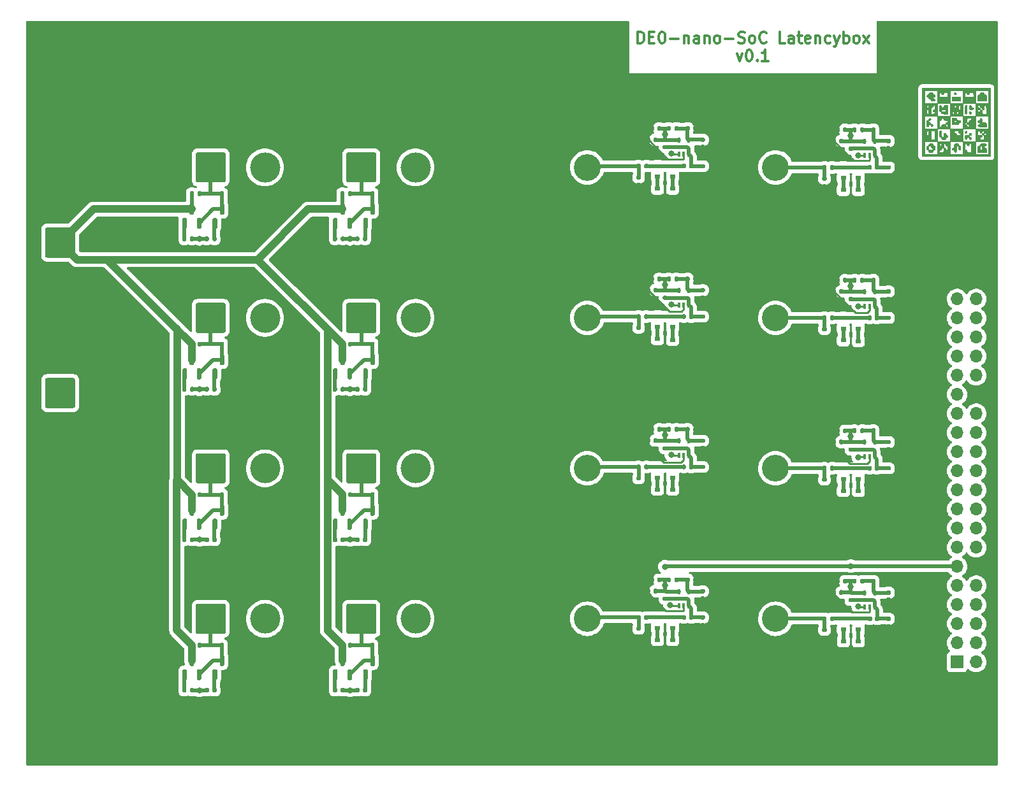
<source format=gtl>
G04 #@! TF.GenerationSoftware,KiCad,Pcbnew,6.0.0-d3dd2cf0fa~116~ubuntu21.10.1*
G04 #@! TF.CreationDate,2022-01-19T11:25:04+00:00*
G04 #@! TF.ProjectId,latbox_cycloneV,6c617462-6f78-45f6-9379-636c6f6e6556,rev?*
G04 #@! TF.SameCoordinates,Original*
G04 #@! TF.FileFunction,Copper,L1,Top*
G04 #@! TF.FilePolarity,Positive*
%FSLAX46Y46*%
G04 Gerber Fmt 4.6, Leading zero omitted, Abs format (unit mm)*
G04 Created by KiCad (PCBNEW 6.0.0-d3dd2cf0fa~116~ubuntu21.10.1) date 2022-01-19 11:25:04*
%MOMM*%
%LPD*%
G01*
G04 APERTURE LIST*
%ADD10C,0.300000*%
G04 #@! TA.AperFunction,NonConductor*
%ADD11C,0.300000*%
G04 #@! TD*
G04 #@! TA.AperFunction,EtchedComponent*
%ADD12C,0.010000*%
G04 #@! TD*
G04 #@! TA.AperFunction,ComponentPad*
%ADD13C,5.500000*%
G04 #@! TD*
G04 #@! TA.AperFunction,SMDPad,CuDef*
%ADD14R,0.700000X0.600000*%
G04 #@! TD*
G04 #@! TA.AperFunction,ComponentPad*
%ADD15C,4.000000*%
G04 #@! TD*
G04 #@! TA.AperFunction,SMDPad,CuDef*
%ADD16R,0.400000X0.650000*%
G04 #@! TD*
G04 #@! TA.AperFunction,ComponentPad*
%ADD17C,3.556000*%
G04 #@! TD*
G04 #@! TA.AperFunction,ComponentPad*
%ADD18C,3.810000*%
G04 #@! TD*
G04 #@! TA.AperFunction,ComponentPad*
%ADD19R,1.700000X1.700000*%
G04 #@! TD*
G04 #@! TA.AperFunction,ComponentPad*
%ADD20O,1.700000X1.700000*%
G04 #@! TD*
G04 #@! TA.AperFunction,ViaPad*
%ADD21C,0.800000*%
G04 #@! TD*
G04 #@! TA.AperFunction,Conductor*
%ADD22C,0.250000*%
G04 #@! TD*
G04 #@! TA.AperFunction,Conductor*
%ADD23C,0.500000*%
G04 #@! TD*
G04 #@! TA.AperFunction,Conductor*
%ADD24C,1.000000*%
G04 #@! TD*
G04 APERTURE END LIST*
D10*
D11*
X131714285Y-53471071D02*
X131714285Y-51971071D01*
X132071428Y-51971071D01*
X132285714Y-52042500D01*
X132428571Y-52185357D01*
X132500000Y-52328214D01*
X132571428Y-52613928D01*
X132571428Y-52828214D01*
X132500000Y-53113928D01*
X132428571Y-53256785D01*
X132285714Y-53399642D01*
X132071428Y-53471071D01*
X131714285Y-53471071D01*
X133214285Y-52685357D02*
X133714285Y-52685357D01*
X133928571Y-53471071D02*
X133214285Y-53471071D01*
X133214285Y-51971071D01*
X133928571Y-51971071D01*
X134857142Y-51971071D02*
X135000000Y-51971071D01*
X135142857Y-52042500D01*
X135214285Y-52113928D01*
X135285714Y-52256785D01*
X135357142Y-52542500D01*
X135357142Y-52899642D01*
X135285714Y-53185357D01*
X135214285Y-53328214D01*
X135142857Y-53399642D01*
X135000000Y-53471071D01*
X134857142Y-53471071D01*
X134714285Y-53399642D01*
X134642857Y-53328214D01*
X134571428Y-53185357D01*
X134500000Y-52899642D01*
X134500000Y-52542500D01*
X134571428Y-52256785D01*
X134642857Y-52113928D01*
X134714285Y-52042500D01*
X134857142Y-51971071D01*
X136000000Y-52899642D02*
X137142857Y-52899642D01*
X137857142Y-52471071D02*
X137857142Y-53471071D01*
X137857142Y-52613928D02*
X137928571Y-52542500D01*
X138071428Y-52471071D01*
X138285714Y-52471071D01*
X138428571Y-52542500D01*
X138500000Y-52685357D01*
X138500000Y-53471071D01*
X139857142Y-53471071D02*
X139857142Y-52685357D01*
X139785714Y-52542500D01*
X139642857Y-52471071D01*
X139357142Y-52471071D01*
X139214285Y-52542500D01*
X139857142Y-53399642D02*
X139714285Y-53471071D01*
X139357142Y-53471071D01*
X139214285Y-53399642D01*
X139142857Y-53256785D01*
X139142857Y-53113928D01*
X139214285Y-52971071D01*
X139357142Y-52899642D01*
X139714285Y-52899642D01*
X139857142Y-52828214D01*
X140571428Y-52471071D02*
X140571428Y-53471071D01*
X140571428Y-52613928D02*
X140642857Y-52542500D01*
X140785714Y-52471071D01*
X141000000Y-52471071D01*
X141142857Y-52542500D01*
X141214285Y-52685357D01*
X141214285Y-53471071D01*
X142142857Y-53471071D02*
X142000000Y-53399642D01*
X141928571Y-53328214D01*
X141857142Y-53185357D01*
X141857142Y-52756785D01*
X141928571Y-52613928D01*
X142000000Y-52542500D01*
X142142857Y-52471071D01*
X142357142Y-52471071D01*
X142500000Y-52542500D01*
X142571428Y-52613928D01*
X142642857Y-52756785D01*
X142642857Y-53185357D01*
X142571428Y-53328214D01*
X142500000Y-53399642D01*
X142357142Y-53471071D01*
X142142857Y-53471071D01*
X143285714Y-52899642D02*
X144428571Y-52899642D01*
X145071428Y-53399642D02*
X145285714Y-53471071D01*
X145642857Y-53471071D01*
X145785714Y-53399642D01*
X145857142Y-53328214D01*
X145928571Y-53185357D01*
X145928571Y-53042500D01*
X145857142Y-52899642D01*
X145785714Y-52828214D01*
X145642857Y-52756785D01*
X145357142Y-52685357D01*
X145214285Y-52613928D01*
X145142857Y-52542500D01*
X145071428Y-52399642D01*
X145071428Y-52256785D01*
X145142857Y-52113928D01*
X145214285Y-52042500D01*
X145357142Y-51971071D01*
X145714285Y-51971071D01*
X145928571Y-52042500D01*
X146785714Y-53471071D02*
X146642857Y-53399642D01*
X146571428Y-53328214D01*
X146500000Y-53185357D01*
X146500000Y-52756785D01*
X146571428Y-52613928D01*
X146642857Y-52542500D01*
X146785714Y-52471071D01*
X147000000Y-52471071D01*
X147142857Y-52542500D01*
X147214285Y-52613928D01*
X147285714Y-52756785D01*
X147285714Y-53185357D01*
X147214285Y-53328214D01*
X147142857Y-53399642D01*
X147000000Y-53471071D01*
X146785714Y-53471071D01*
X148785714Y-53328214D02*
X148714285Y-53399642D01*
X148500000Y-53471071D01*
X148357142Y-53471071D01*
X148142857Y-53399642D01*
X148000000Y-53256785D01*
X147928571Y-53113928D01*
X147857142Y-52828214D01*
X147857142Y-52613928D01*
X147928571Y-52328214D01*
X148000000Y-52185357D01*
X148142857Y-52042500D01*
X148357142Y-51971071D01*
X148500000Y-51971071D01*
X148714285Y-52042500D01*
X148785714Y-52113928D01*
X151285714Y-53471071D02*
X150571428Y-53471071D01*
X150571428Y-51971071D01*
X152428571Y-53471071D02*
X152428571Y-52685357D01*
X152357142Y-52542500D01*
X152214285Y-52471071D01*
X151928571Y-52471071D01*
X151785714Y-52542500D01*
X152428571Y-53399642D02*
X152285714Y-53471071D01*
X151928571Y-53471071D01*
X151785714Y-53399642D01*
X151714285Y-53256785D01*
X151714285Y-53113928D01*
X151785714Y-52971071D01*
X151928571Y-52899642D01*
X152285714Y-52899642D01*
X152428571Y-52828214D01*
X152928571Y-52471071D02*
X153500000Y-52471071D01*
X153142857Y-51971071D02*
X153142857Y-53256785D01*
X153214285Y-53399642D01*
X153357142Y-53471071D01*
X153500000Y-53471071D01*
X154571428Y-53399642D02*
X154428571Y-53471071D01*
X154142857Y-53471071D01*
X154000000Y-53399642D01*
X153928571Y-53256785D01*
X153928571Y-52685357D01*
X154000000Y-52542500D01*
X154142857Y-52471071D01*
X154428571Y-52471071D01*
X154571428Y-52542500D01*
X154642857Y-52685357D01*
X154642857Y-52828214D01*
X153928571Y-52971071D01*
X155285714Y-52471071D02*
X155285714Y-53471071D01*
X155285714Y-52613928D02*
X155357142Y-52542500D01*
X155500000Y-52471071D01*
X155714285Y-52471071D01*
X155857142Y-52542500D01*
X155928571Y-52685357D01*
X155928571Y-53471071D01*
X157285714Y-53399642D02*
X157142857Y-53471071D01*
X156857142Y-53471071D01*
X156714285Y-53399642D01*
X156642857Y-53328214D01*
X156571428Y-53185357D01*
X156571428Y-52756785D01*
X156642857Y-52613928D01*
X156714285Y-52542500D01*
X156857142Y-52471071D01*
X157142857Y-52471071D01*
X157285714Y-52542500D01*
X157785714Y-52471071D02*
X158142857Y-53471071D01*
X158500000Y-52471071D02*
X158142857Y-53471071D01*
X158000000Y-53828214D01*
X157928571Y-53899642D01*
X157785714Y-53971071D01*
X159071428Y-53471071D02*
X159071428Y-51971071D01*
X159071428Y-52542500D02*
X159214285Y-52471071D01*
X159500000Y-52471071D01*
X159642857Y-52542500D01*
X159714285Y-52613928D01*
X159785714Y-52756785D01*
X159785714Y-53185357D01*
X159714285Y-53328214D01*
X159642857Y-53399642D01*
X159500000Y-53471071D01*
X159214285Y-53471071D01*
X159071428Y-53399642D01*
X160642857Y-53471071D02*
X160500000Y-53399642D01*
X160428571Y-53328214D01*
X160357142Y-53185357D01*
X160357142Y-52756785D01*
X160428571Y-52613928D01*
X160500000Y-52542500D01*
X160642857Y-52471071D01*
X160857142Y-52471071D01*
X161000000Y-52542500D01*
X161071428Y-52613928D01*
X161142857Y-52756785D01*
X161142857Y-53185357D01*
X161071428Y-53328214D01*
X161000000Y-53399642D01*
X160857142Y-53471071D01*
X160642857Y-53471071D01*
X161642857Y-53471071D02*
X162428571Y-52471071D01*
X161642857Y-52471071D02*
X162428571Y-53471071D01*
X144857142Y-54886071D02*
X145214285Y-55886071D01*
X145571428Y-54886071D01*
X146428571Y-54386071D02*
X146571428Y-54386071D01*
X146714285Y-54457500D01*
X146785714Y-54528928D01*
X146857142Y-54671785D01*
X146928571Y-54957500D01*
X146928571Y-55314642D01*
X146857142Y-55600357D01*
X146785714Y-55743214D01*
X146714285Y-55814642D01*
X146571428Y-55886071D01*
X146428571Y-55886071D01*
X146285714Y-55814642D01*
X146214285Y-55743214D01*
X146142857Y-55600357D01*
X146071428Y-55314642D01*
X146071428Y-54957500D01*
X146142857Y-54671785D01*
X146214285Y-54528928D01*
X146285714Y-54457500D01*
X146428571Y-54386071D01*
X147571428Y-55743214D02*
X147642857Y-55814642D01*
X147571428Y-55886071D01*
X147500000Y-55814642D01*
X147571428Y-55743214D01*
X147571428Y-55886071D01*
X149071428Y-55886071D02*
X148214285Y-55886071D01*
X148642857Y-55886071D02*
X148642857Y-54386071D01*
X148500000Y-54600357D01*
X148357142Y-54743214D01*
X148214285Y-54814642D01*
D12*
X175957803Y-62634988D02*
X175981059Y-62726463D01*
X175981059Y-62726463D02*
X175931029Y-62844711D01*
X175931029Y-62844711D02*
X175839555Y-62867967D01*
X175839555Y-62867967D02*
X175721306Y-62817937D01*
X175721306Y-62817937D02*
X175698050Y-62726463D01*
X175698050Y-62726463D02*
X175748080Y-62608214D01*
X175748080Y-62608214D02*
X175839555Y-62584958D01*
X175839555Y-62584958D02*
X175957803Y-62634988D01*
X175957803Y-62634988D02*
X175957803Y-62634988D01*
G36*
X175957803Y-62634988D02*
G01*
X175981059Y-62726463D01*
X175931029Y-62844711D01*
X175839555Y-62867967D01*
X175721306Y-62817937D01*
X175698050Y-62726463D01*
X175748080Y-62608214D01*
X175839555Y-62584958D01*
X175957803Y-62634988D01*
G37*
X175957803Y-62634988D02*
X175981059Y-62726463D01*
X175931029Y-62844711D01*
X175839555Y-62867967D01*
X175721306Y-62817937D01*
X175698050Y-62726463D01*
X175748080Y-62608214D01*
X175839555Y-62584958D01*
X175957803Y-62634988D01*
X175391786Y-65182063D02*
X175415042Y-65273538D01*
X175415042Y-65273538D02*
X175365013Y-65391786D01*
X175365013Y-65391786D02*
X175273538Y-65415042D01*
X175273538Y-65415042D02*
X175155289Y-65365013D01*
X175155289Y-65365013D02*
X175132034Y-65273538D01*
X175132034Y-65273538D02*
X175182063Y-65155289D01*
X175182063Y-65155289D02*
X175273538Y-65132034D01*
X175273538Y-65132034D02*
X175391786Y-65182063D01*
X175391786Y-65182063D02*
X175391786Y-65182063D01*
G36*
X175391786Y-65182063D02*
G01*
X175415042Y-65273538D01*
X175365013Y-65391786D01*
X175273538Y-65415042D01*
X175155289Y-65365013D01*
X175132034Y-65273538D01*
X175182063Y-65155289D01*
X175273538Y-65132034D01*
X175391786Y-65182063D01*
G37*
X175391786Y-65182063D02*
X175415042Y-65273538D01*
X175365013Y-65391786D01*
X175273538Y-65415042D01*
X175155289Y-65365013D01*
X175132034Y-65273538D01*
X175182063Y-65155289D01*
X175273538Y-65132034D01*
X175391786Y-65182063D01*
X177347173Y-63457716D02*
X177388089Y-63553640D01*
X177388089Y-63553640D02*
X177396100Y-63716992D01*
X177396100Y-63716992D02*
X177402909Y-63898140D01*
X177402909Y-63898140D02*
X177450565Y-63978633D01*
X177450565Y-63978633D02*
X177579920Y-63999320D01*
X177579920Y-63999320D02*
X177679109Y-64000000D01*
X177679109Y-64000000D02*
X177860257Y-64006808D01*
X177860257Y-64006808D02*
X177940750Y-64054465D01*
X177940750Y-64054465D02*
X177961437Y-64183820D01*
X177961437Y-64183820D02*
X177962117Y-64283009D01*
X177962117Y-64283009D02*
X177962117Y-64566017D01*
X177962117Y-64566017D02*
X177396100Y-64566017D01*
X177396100Y-64566017D02*
X177114087Y-64563063D01*
X177114087Y-64563063D02*
X176945069Y-64549456D01*
X176945069Y-64549456D02*
X176860583Y-64518081D01*
X176860583Y-64518081D02*
X176832167Y-64461821D01*
X176832167Y-64461821D02*
X176830084Y-64424513D01*
X176830084Y-64424513D02*
X176880113Y-64306264D01*
X176880113Y-64306264D02*
X176971588Y-64283009D01*
X176971588Y-64283009D02*
X177089836Y-64232979D01*
X177089836Y-64232979D02*
X177113092Y-64141504D01*
X177113092Y-64141504D02*
X177063063Y-64023256D01*
X177063063Y-64023256D02*
X176971588Y-64000000D01*
X176971588Y-64000000D02*
X176853339Y-63949971D01*
X176853339Y-63949971D02*
X176830084Y-63858496D01*
X176830084Y-63858496D02*
X176880113Y-63740248D01*
X176880113Y-63740248D02*
X176971588Y-63716992D01*
X176971588Y-63716992D02*
X177089836Y-63666963D01*
X177089836Y-63666963D02*
X177113092Y-63575488D01*
X177113092Y-63575488D02*
X177163121Y-63457239D01*
X177163121Y-63457239D02*
X177254596Y-63433983D01*
X177254596Y-63433983D02*
X177347173Y-63457716D01*
X177347173Y-63457716D02*
X177347173Y-63457716D01*
G36*
X177347173Y-63457716D02*
G01*
X177388089Y-63553640D01*
X177396100Y-63716992D01*
X177402909Y-63898140D01*
X177450565Y-63978633D01*
X177579920Y-63999320D01*
X177679109Y-64000000D01*
X177860257Y-64006808D01*
X177940750Y-64054465D01*
X177961437Y-64183820D01*
X177962117Y-64283009D01*
X177962117Y-64566017D01*
X177396100Y-64566017D01*
X177114087Y-64563063D01*
X176945069Y-64549456D01*
X176860583Y-64518081D01*
X176832167Y-64461821D01*
X176830084Y-64424513D01*
X176880113Y-64306264D01*
X176971588Y-64283009D01*
X177089836Y-64232979D01*
X177113092Y-64141504D01*
X177063063Y-64023256D01*
X176971588Y-64000000D01*
X176853339Y-63949971D01*
X176830084Y-63858496D01*
X176880113Y-63740248D01*
X176971588Y-63716992D01*
X177089836Y-63666963D01*
X177113092Y-63575488D01*
X177163121Y-63457239D01*
X177254596Y-63433983D01*
X177347173Y-63457716D01*
G37*
X177347173Y-63457716D02*
X177388089Y-63553640D01*
X177396100Y-63716992D01*
X177402909Y-63898140D01*
X177450565Y-63978633D01*
X177579920Y-63999320D01*
X177679109Y-64000000D01*
X177860257Y-64006808D01*
X177940750Y-64054465D01*
X177961437Y-64183820D01*
X177962117Y-64283009D01*
X177962117Y-64566017D01*
X177396100Y-64566017D01*
X177114087Y-64563063D01*
X176945069Y-64549456D01*
X176860583Y-64518081D01*
X176832167Y-64461821D01*
X176830084Y-64424513D01*
X176880113Y-64306264D01*
X176971588Y-64283009D01*
X177089836Y-64232979D01*
X177113092Y-64141504D01*
X177063063Y-64023256D01*
X176971588Y-64000000D01*
X176853339Y-63949971D01*
X176830084Y-63858496D01*
X176880113Y-63740248D01*
X176971588Y-63716992D01*
X177089836Y-63666963D01*
X177113092Y-63575488D01*
X177163121Y-63457239D01*
X177254596Y-63433983D01*
X177347173Y-63457716D01*
X176547075Y-63150975D02*
X176547075Y-64849025D01*
X176547075Y-64849025D02*
X174849025Y-64849025D01*
X174849025Y-64849025D02*
X174849025Y-66547075D01*
X174849025Y-66547075D02*
X173150975Y-66547075D01*
X173150975Y-66547075D02*
X173150975Y-65273538D01*
X173150975Y-65273538D02*
X173716992Y-65273538D01*
X173716992Y-65273538D02*
X173767021Y-65391786D01*
X173767021Y-65391786D02*
X173858496Y-65415042D01*
X173858496Y-65415042D02*
X173976745Y-65465071D01*
X173976745Y-65465071D02*
X174000000Y-65556546D01*
X174000000Y-65556546D02*
X174023733Y-65649123D01*
X174023733Y-65649123D02*
X174119657Y-65690039D01*
X174119657Y-65690039D02*
X174283009Y-65698050D01*
X174283009Y-65698050D02*
X174468163Y-65686184D01*
X174468163Y-65686184D02*
X174549994Y-65638222D01*
X174549994Y-65638222D02*
X174566017Y-65556546D01*
X174566017Y-65556546D02*
X174515988Y-65438298D01*
X174515988Y-65438298D02*
X174424513Y-65415042D01*
X174424513Y-65415042D02*
X174306264Y-65365013D01*
X174306264Y-65365013D02*
X174283009Y-65273538D01*
X174283009Y-65273538D02*
X174259276Y-65180961D01*
X174259276Y-65180961D02*
X174163352Y-65140045D01*
X174163352Y-65140045D02*
X174000000Y-65132034D01*
X174000000Y-65132034D02*
X173814846Y-65143900D01*
X173814846Y-65143900D02*
X173733015Y-65191862D01*
X173733015Y-65191862D02*
X173716992Y-65273538D01*
X173716992Y-65273538D02*
X173150975Y-65273538D01*
X173150975Y-65273538D02*
X173150975Y-64849025D01*
X173150975Y-64849025D02*
X171452925Y-64849025D01*
X171452925Y-64849025D02*
X171452925Y-64141504D01*
X171452925Y-64141504D02*
X171735933Y-64141504D01*
X171735933Y-64141504D02*
X171741097Y-64378603D01*
X171741097Y-64378603D02*
X171763777Y-64506719D01*
X171763777Y-64506719D02*
X171814763Y-64558213D01*
X171814763Y-64558213D02*
X171877438Y-64566017D01*
X171877438Y-64566017D02*
X171995686Y-64515988D01*
X171995686Y-64515988D02*
X172018942Y-64424513D01*
X172018942Y-64424513D02*
X172042675Y-64331936D01*
X172042675Y-64331936D02*
X172138598Y-64291020D01*
X172138598Y-64291020D02*
X172301950Y-64283009D01*
X172301950Y-64283009D02*
X172487104Y-64294875D01*
X172487104Y-64294875D02*
X172568935Y-64342837D01*
X172568935Y-64342837D02*
X172584958Y-64424513D01*
X172584958Y-64424513D02*
X172634988Y-64542761D01*
X172634988Y-64542761D02*
X172726463Y-64566017D01*
X172726463Y-64566017D02*
X172844711Y-64515988D01*
X172844711Y-64515988D02*
X172867967Y-64424513D01*
X172867967Y-64424513D02*
X172817937Y-64306264D01*
X172817937Y-64306264D02*
X172726463Y-64283009D01*
X172726463Y-64283009D02*
X172608214Y-64232979D01*
X172608214Y-64232979D02*
X172584958Y-64141504D01*
X172584958Y-64141504D02*
X172634988Y-64023256D01*
X172634988Y-64023256D02*
X172726463Y-64000000D01*
X172726463Y-64000000D02*
X172844711Y-63949971D01*
X172844711Y-63949971D02*
X172867967Y-63858496D01*
X172867967Y-63858496D02*
X172844234Y-63765919D01*
X172844234Y-63765919D02*
X172748310Y-63725003D01*
X172748310Y-63725003D02*
X172584958Y-63716992D01*
X172584958Y-63716992D02*
X172399804Y-63705125D01*
X172399804Y-63705125D02*
X172317973Y-63657164D01*
X172317973Y-63657164D02*
X172301950Y-63575488D01*
X172301950Y-63575488D02*
X172251921Y-63457239D01*
X172251921Y-63457239D02*
X172160446Y-63433983D01*
X172160446Y-63433983D02*
X172042197Y-63484013D01*
X172042197Y-63484013D02*
X172018942Y-63575488D01*
X172018942Y-63575488D02*
X171968912Y-63693736D01*
X171968912Y-63693736D02*
X171877438Y-63716992D01*
X171877438Y-63716992D02*
X171798405Y-63732481D01*
X171798405Y-63732481D02*
X171755699Y-63800524D01*
X171755699Y-63800524D02*
X171738535Y-63953480D01*
X171738535Y-63953480D02*
X171735933Y-64141504D01*
X171735933Y-64141504D02*
X171452925Y-64141504D01*
X171452925Y-64141504D02*
X171452925Y-63150975D01*
X171452925Y-63150975D02*
X173150975Y-63150975D01*
X173150975Y-63150975D02*
X173150975Y-64849025D01*
X173150975Y-64849025D02*
X174849025Y-64849025D01*
X174849025Y-64849025D02*
X174849025Y-64141504D01*
X174849025Y-64141504D02*
X175132034Y-64141504D01*
X175132034Y-64141504D02*
X175182063Y-64259753D01*
X175182063Y-64259753D02*
X175273538Y-64283009D01*
X175273538Y-64283009D02*
X175391786Y-64333038D01*
X175391786Y-64333038D02*
X175415042Y-64424513D01*
X175415042Y-64424513D02*
X175465071Y-64542761D01*
X175465071Y-64542761D02*
X175556546Y-64566017D01*
X175556546Y-64566017D02*
X175674795Y-64515988D01*
X175674795Y-64515988D02*
X175698050Y-64424513D01*
X175698050Y-64424513D02*
X175648021Y-64306264D01*
X175648021Y-64306264D02*
X175556546Y-64283009D01*
X175556546Y-64283009D02*
X175438298Y-64232979D01*
X175438298Y-64232979D02*
X175415042Y-64141504D01*
X175415042Y-64141504D02*
X175465071Y-64023256D01*
X175465071Y-64023256D02*
X175556546Y-64000000D01*
X175556546Y-64000000D02*
X175674795Y-63949971D01*
X175674795Y-63949971D02*
X175698050Y-63858496D01*
X175698050Y-63858496D02*
X175748080Y-63740248D01*
X175748080Y-63740248D02*
X175839555Y-63716992D01*
X175839555Y-63716992D02*
X175957803Y-63666963D01*
X175957803Y-63666963D02*
X175981059Y-63575488D01*
X175981059Y-63575488D02*
X175957326Y-63482911D01*
X175957326Y-63482911D02*
X175861402Y-63441995D01*
X175861402Y-63441995D02*
X175698050Y-63433983D01*
X175698050Y-63433983D02*
X175516902Y-63440792D01*
X175516902Y-63440792D02*
X175436409Y-63488448D01*
X175436409Y-63488448D02*
X175415723Y-63617803D01*
X175415723Y-63617803D02*
X175415042Y-63716992D01*
X175415042Y-63716992D02*
X175403176Y-63902146D01*
X175403176Y-63902146D02*
X175355214Y-63983977D01*
X175355214Y-63983977D02*
X175273538Y-64000000D01*
X175273538Y-64000000D02*
X175155289Y-64050029D01*
X175155289Y-64050029D02*
X175132034Y-64141504D01*
X175132034Y-64141504D02*
X174849025Y-64141504D01*
X174849025Y-64141504D02*
X174849025Y-63150975D01*
X174849025Y-63150975D02*
X173150975Y-63150975D01*
X173150975Y-63150975D02*
X173150975Y-62726463D01*
X173150975Y-62726463D02*
X173433983Y-62726463D01*
X173433983Y-62726463D02*
X173484013Y-62844711D01*
X173484013Y-62844711D02*
X173575488Y-62867967D01*
X173575488Y-62867967D02*
X173693736Y-62817937D01*
X173693736Y-62817937D02*
X173716992Y-62726463D01*
X173716992Y-62726463D02*
X174000000Y-62726463D01*
X174000000Y-62726463D02*
X174050029Y-62844711D01*
X174050029Y-62844711D02*
X174141504Y-62867967D01*
X174141504Y-62867967D02*
X174259753Y-62817937D01*
X174259753Y-62817937D02*
X174283009Y-62726463D01*
X174283009Y-62726463D02*
X174232979Y-62608214D01*
X174232979Y-62608214D02*
X174141504Y-62584958D01*
X174141504Y-62584958D02*
X174023256Y-62634988D01*
X174023256Y-62634988D02*
X174000000Y-62726463D01*
X174000000Y-62726463D02*
X173716992Y-62726463D01*
X173716992Y-62726463D02*
X173666963Y-62608214D01*
X173666963Y-62608214D02*
X173575488Y-62584958D01*
X173575488Y-62584958D02*
X173457239Y-62634988D01*
X173457239Y-62634988D02*
X173433983Y-62726463D01*
X173433983Y-62726463D02*
X173150975Y-62726463D01*
X173150975Y-62726463D02*
X173150975Y-61877438D01*
X173150975Y-61877438D02*
X173716992Y-61877438D01*
X173716992Y-61877438D02*
X173767021Y-61995686D01*
X173767021Y-61995686D02*
X173858496Y-62018942D01*
X173858496Y-62018942D02*
X174283009Y-62018942D01*
X174283009Y-62018942D02*
X174294875Y-62204096D01*
X174294875Y-62204096D02*
X174342837Y-62285927D01*
X174342837Y-62285927D02*
X174424513Y-62301950D01*
X174424513Y-62301950D02*
X174517090Y-62278217D01*
X174517090Y-62278217D02*
X174558005Y-62182293D01*
X174558005Y-62182293D02*
X174566017Y-62018942D01*
X174566017Y-62018942D02*
X174554151Y-61833787D01*
X174554151Y-61833787D02*
X174506189Y-61751956D01*
X174506189Y-61751956D02*
X174424513Y-61735933D01*
X174424513Y-61735933D02*
X174331936Y-61759666D01*
X174331936Y-61759666D02*
X174291020Y-61855590D01*
X174291020Y-61855590D02*
X174283009Y-62018942D01*
X174283009Y-62018942D02*
X173858496Y-62018942D01*
X173858496Y-62018942D02*
X173976745Y-61968912D01*
X173976745Y-61968912D02*
X174000000Y-61877438D01*
X174000000Y-61877438D02*
X173949971Y-61759189D01*
X173949971Y-61759189D02*
X173858496Y-61735933D01*
X173858496Y-61735933D02*
X173740248Y-61785963D01*
X173740248Y-61785963D02*
X173716992Y-61877438D01*
X173716992Y-61877438D02*
X173150975Y-61877438D01*
X173150975Y-61877438D02*
X173150975Y-61452925D01*
X173150975Y-61452925D02*
X174849025Y-61452925D01*
X174849025Y-61452925D02*
X174849025Y-63150975D01*
X174849025Y-63150975D02*
X176547075Y-63150975D01*
X176547075Y-63150975D02*
X176547075Y-63150975D01*
G36*
X171452925Y-64849025D02*
G01*
X171452925Y-64141504D01*
X171735933Y-64141504D01*
X171741097Y-64378603D01*
X171763777Y-64506719D01*
X171814763Y-64558213D01*
X171877438Y-64566017D01*
X171995686Y-64515988D01*
X172018942Y-64424513D01*
X172042675Y-64331936D01*
X172138598Y-64291020D01*
X172301950Y-64283009D01*
X172487104Y-64294875D01*
X172568935Y-64342837D01*
X172584958Y-64424513D01*
X172634988Y-64542761D01*
X172726463Y-64566017D01*
X172844711Y-64515988D01*
X172867967Y-64424513D01*
X172817937Y-64306264D01*
X172726463Y-64283009D01*
X172608214Y-64232979D01*
X172584958Y-64141504D01*
X172634988Y-64023256D01*
X172726463Y-64000000D01*
X172844711Y-63949971D01*
X172867967Y-63858496D01*
X172844234Y-63765919D01*
X172748310Y-63725003D01*
X172584958Y-63716992D01*
X172399804Y-63705125D01*
X172317973Y-63657164D01*
X172301950Y-63575488D01*
X172251921Y-63457239D01*
X172160446Y-63433983D01*
X172042197Y-63484013D01*
X172018942Y-63575488D01*
X171968912Y-63693736D01*
X171877438Y-63716992D01*
X171798405Y-63732481D01*
X171755699Y-63800524D01*
X171738535Y-63953480D01*
X171735933Y-64141504D01*
X171452925Y-64141504D01*
X171452925Y-63150975D01*
X173150975Y-63150975D01*
X173150975Y-62726463D01*
X173433983Y-62726463D01*
X173484013Y-62844711D01*
X173575488Y-62867967D01*
X173693736Y-62817937D01*
X173716992Y-62726463D01*
X174000000Y-62726463D01*
X174050029Y-62844711D01*
X174141504Y-62867967D01*
X174259753Y-62817937D01*
X174283009Y-62726463D01*
X174232979Y-62608214D01*
X174141504Y-62584958D01*
X174023256Y-62634988D01*
X174000000Y-62726463D01*
X173716992Y-62726463D01*
X173666963Y-62608214D01*
X173575488Y-62584958D01*
X173457239Y-62634988D01*
X173433983Y-62726463D01*
X173150975Y-62726463D01*
X173150975Y-61877438D01*
X173716992Y-61877438D01*
X173767021Y-61995686D01*
X173858496Y-62018942D01*
X174283009Y-62018942D01*
X174294875Y-62204096D01*
X174342837Y-62285927D01*
X174424513Y-62301950D01*
X174517090Y-62278217D01*
X174558005Y-62182293D01*
X174566017Y-62018942D01*
X174554151Y-61833787D01*
X174506189Y-61751956D01*
X174424513Y-61735933D01*
X174331936Y-61759666D01*
X174291020Y-61855590D01*
X174283009Y-62018942D01*
X173858496Y-62018942D01*
X173976745Y-61968912D01*
X174000000Y-61877438D01*
X173949971Y-61759189D01*
X173858496Y-61735933D01*
X173740248Y-61785963D01*
X173716992Y-61877438D01*
X173150975Y-61877438D01*
X173150975Y-61452925D01*
X174849025Y-61452925D01*
X174849025Y-63150975D01*
X176547075Y-63150975D01*
X176547075Y-64849025D01*
X174849025Y-64849025D01*
X174849025Y-66547075D01*
X173150975Y-66547075D01*
X173150975Y-65273538D01*
X173716992Y-65273538D01*
X173767021Y-65391786D01*
X173858496Y-65415042D01*
X173976745Y-65465071D01*
X174000000Y-65556546D01*
X174023733Y-65649123D01*
X174119657Y-65690039D01*
X174283009Y-65698050D01*
X174468163Y-65686184D01*
X174549994Y-65638222D01*
X174566017Y-65556546D01*
X174515988Y-65438298D01*
X174424513Y-65415042D01*
X174306264Y-65365013D01*
X174283009Y-65273538D01*
X174259276Y-65180961D01*
X174163352Y-65140045D01*
X174000000Y-65132034D01*
X173814846Y-65143900D01*
X173733015Y-65191862D01*
X173716992Y-65273538D01*
X173150975Y-65273538D01*
X173150975Y-64849025D01*
X174849025Y-64849025D01*
X174849025Y-64141504D01*
X175132034Y-64141504D01*
X175182063Y-64259753D01*
X175273538Y-64283009D01*
X175391786Y-64333038D01*
X175415042Y-64424513D01*
X175465071Y-64542761D01*
X175556546Y-64566017D01*
X175674795Y-64515988D01*
X175698050Y-64424513D01*
X175648021Y-64306264D01*
X175556546Y-64283009D01*
X175438298Y-64232979D01*
X175415042Y-64141504D01*
X175465071Y-64023256D01*
X175556546Y-64000000D01*
X175674795Y-63949971D01*
X175698050Y-63858496D01*
X175748080Y-63740248D01*
X175839555Y-63716992D01*
X175957803Y-63666963D01*
X175981059Y-63575488D01*
X175957326Y-63482911D01*
X175861402Y-63441995D01*
X175698050Y-63433983D01*
X175516902Y-63440792D01*
X175436409Y-63488448D01*
X175415723Y-63617803D01*
X175415042Y-63716992D01*
X175403176Y-63902146D01*
X175355214Y-63983977D01*
X175273538Y-64000000D01*
X175155289Y-64050029D01*
X175132034Y-64141504D01*
X174849025Y-64141504D01*
X174849025Y-63150975D01*
X173150975Y-63150975D01*
X173150975Y-64849025D01*
X171452925Y-64849025D01*
G37*
X171452925Y-64849025D02*
X171452925Y-64141504D01*
X171735933Y-64141504D01*
X171741097Y-64378603D01*
X171763777Y-64506719D01*
X171814763Y-64558213D01*
X171877438Y-64566017D01*
X171995686Y-64515988D01*
X172018942Y-64424513D01*
X172042675Y-64331936D01*
X172138598Y-64291020D01*
X172301950Y-64283009D01*
X172487104Y-64294875D01*
X172568935Y-64342837D01*
X172584958Y-64424513D01*
X172634988Y-64542761D01*
X172726463Y-64566017D01*
X172844711Y-64515988D01*
X172867967Y-64424513D01*
X172817937Y-64306264D01*
X172726463Y-64283009D01*
X172608214Y-64232979D01*
X172584958Y-64141504D01*
X172634988Y-64023256D01*
X172726463Y-64000000D01*
X172844711Y-63949971D01*
X172867967Y-63858496D01*
X172844234Y-63765919D01*
X172748310Y-63725003D01*
X172584958Y-63716992D01*
X172399804Y-63705125D01*
X172317973Y-63657164D01*
X172301950Y-63575488D01*
X172251921Y-63457239D01*
X172160446Y-63433983D01*
X172042197Y-63484013D01*
X172018942Y-63575488D01*
X171968912Y-63693736D01*
X171877438Y-63716992D01*
X171798405Y-63732481D01*
X171755699Y-63800524D01*
X171738535Y-63953480D01*
X171735933Y-64141504D01*
X171452925Y-64141504D01*
X171452925Y-63150975D01*
X173150975Y-63150975D01*
X173150975Y-62726463D01*
X173433983Y-62726463D01*
X173484013Y-62844711D01*
X173575488Y-62867967D01*
X173693736Y-62817937D01*
X173716992Y-62726463D01*
X174000000Y-62726463D01*
X174050029Y-62844711D01*
X174141504Y-62867967D01*
X174259753Y-62817937D01*
X174283009Y-62726463D01*
X174232979Y-62608214D01*
X174141504Y-62584958D01*
X174023256Y-62634988D01*
X174000000Y-62726463D01*
X173716992Y-62726463D01*
X173666963Y-62608214D01*
X173575488Y-62584958D01*
X173457239Y-62634988D01*
X173433983Y-62726463D01*
X173150975Y-62726463D01*
X173150975Y-61877438D01*
X173716992Y-61877438D01*
X173767021Y-61995686D01*
X173858496Y-62018942D01*
X174283009Y-62018942D01*
X174294875Y-62204096D01*
X174342837Y-62285927D01*
X174424513Y-62301950D01*
X174517090Y-62278217D01*
X174558005Y-62182293D01*
X174566017Y-62018942D01*
X174554151Y-61833787D01*
X174506189Y-61751956D01*
X174424513Y-61735933D01*
X174331936Y-61759666D01*
X174291020Y-61855590D01*
X174283009Y-62018942D01*
X173858496Y-62018942D01*
X173976745Y-61968912D01*
X174000000Y-61877438D01*
X173949971Y-61759189D01*
X173858496Y-61735933D01*
X173740248Y-61785963D01*
X173716992Y-61877438D01*
X173150975Y-61877438D01*
X173150975Y-61452925D01*
X174849025Y-61452925D01*
X174849025Y-63150975D01*
X176547075Y-63150975D01*
X176547075Y-64849025D01*
X174849025Y-64849025D01*
X174849025Y-66547075D01*
X173150975Y-66547075D01*
X173150975Y-65273538D01*
X173716992Y-65273538D01*
X173767021Y-65391786D01*
X173858496Y-65415042D01*
X173976745Y-65465071D01*
X174000000Y-65556546D01*
X174023733Y-65649123D01*
X174119657Y-65690039D01*
X174283009Y-65698050D01*
X174468163Y-65686184D01*
X174549994Y-65638222D01*
X174566017Y-65556546D01*
X174515988Y-65438298D01*
X174424513Y-65415042D01*
X174306264Y-65365013D01*
X174283009Y-65273538D01*
X174259276Y-65180961D01*
X174163352Y-65140045D01*
X174000000Y-65132034D01*
X173814846Y-65143900D01*
X173733015Y-65191862D01*
X173716992Y-65273538D01*
X173150975Y-65273538D01*
X173150975Y-64849025D01*
X174849025Y-64849025D01*
X174849025Y-64141504D01*
X175132034Y-64141504D01*
X175182063Y-64259753D01*
X175273538Y-64283009D01*
X175391786Y-64333038D01*
X175415042Y-64424513D01*
X175465071Y-64542761D01*
X175556546Y-64566017D01*
X175674795Y-64515988D01*
X175698050Y-64424513D01*
X175648021Y-64306264D01*
X175556546Y-64283009D01*
X175438298Y-64232979D01*
X175415042Y-64141504D01*
X175465071Y-64023256D01*
X175556546Y-64000000D01*
X175674795Y-63949971D01*
X175698050Y-63858496D01*
X175748080Y-63740248D01*
X175839555Y-63716992D01*
X175957803Y-63666963D01*
X175981059Y-63575488D01*
X175957326Y-63482911D01*
X175861402Y-63441995D01*
X175698050Y-63433983D01*
X175516902Y-63440792D01*
X175436409Y-63488448D01*
X175415723Y-63617803D01*
X175415042Y-63716992D01*
X175403176Y-63902146D01*
X175355214Y-63983977D01*
X175273538Y-64000000D01*
X175155289Y-64050029D01*
X175132034Y-64141504D01*
X174849025Y-64141504D01*
X174849025Y-63150975D01*
X173150975Y-63150975D01*
X173150975Y-64849025D01*
X171452925Y-64849025D01*
X170789054Y-66841950D02*
X170870885Y-66889912D01*
X170870885Y-66889912D02*
X170886908Y-66971588D01*
X170886908Y-66971588D02*
X170936938Y-67089836D01*
X170936938Y-67089836D02*
X171028412Y-67113092D01*
X171028412Y-67113092D02*
X171120990Y-67136825D01*
X171120990Y-67136825D02*
X171161905Y-67232749D01*
X171161905Y-67232749D02*
X171169917Y-67396100D01*
X171169917Y-67396100D02*
X171158050Y-67581255D01*
X171158050Y-67581255D02*
X171110088Y-67663086D01*
X171110088Y-67663086D02*
X171028412Y-67679109D01*
X171028412Y-67679109D02*
X170910164Y-67729138D01*
X170910164Y-67729138D02*
X170886908Y-67820613D01*
X170886908Y-67820613D02*
X170863175Y-67913190D01*
X170863175Y-67913190D02*
X170767252Y-67954106D01*
X170767252Y-67954106D02*
X170603900Y-67962117D01*
X170603900Y-67962117D02*
X170418746Y-67950251D01*
X170418746Y-67950251D02*
X170336915Y-67902289D01*
X170336915Y-67902289D02*
X170320892Y-67820613D01*
X170320892Y-67820613D02*
X170270862Y-67702365D01*
X170270862Y-67702365D02*
X170179387Y-67679109D01*
X170179387Y-67679109D02*
X170086810Y-67655376D01*
X170086810Y-67655376D02*
X170045895Y-67559452D01*
X170045895Y-67559452D02*
X170037883Y-67396100D01*
X170037883Y-67396100D02*
X170320892Y-67396100D01*
X170320892Y-67396100D02*
X170327700Y-67577249D01*
X170327700Y-67577249D02*
X170375357Y-67657742D01*
X170375357Y-67657742D02*
X170504711Y-67678428D01*
X170504711Y-67678428D02*
X170603900Y-67679109D01*
X170603900Y-67679109D02*
X170789054Y-67667242D01*
X170789054Y-67667242D02*
X170870885Y-67619281D01*
X170870885Y-67619281D02*
X170886908Y-67537605D01*
X170886908Y-67537605D02*
X170836879Y-67419356D01*
X170836879Y-67419356D02*
X170745404Y-67396100D01*
X170745404Y-67396100D02*
X170627156Y-67346071D01*
X170627156Y-67346071D02*
X170603900Y-67254596D01*
X170603900Y-67254596D02*
X170553871Y-67136348D01*
X170553871Y-67136348D02*
X170462396Y-67113092D01*
X170462396Y-67113092D02*
X170369819Y-67136825D01*
X170369819Y-67136825D02*
X170328903Y-67232749D01*
X170328903Y-67232749D02*
X170320892Y-67396100D01*
X170320892Y-67396100D02*
X170037883Y-67396100D01*
X170037883Y-67396100D02*
X170049750Y-67210946D01*
X170049750Y-67210946D02*
X170097712Y-67129115D01*
X170097712Y-67129115D02*
X170179387Y-67113092D01*
X170179387Y-67113092D02*
X170297636Y-67063063D01*
X170297636Y-67063063D02*
X170320892Y-66971588D01*
X170320892Y-66971588D02*
X170344624Y-66879011D01*
X170344624Y-66879011D02*
X170440548Y-66838095D01*
X170440548Y-66838095D02*
X170603900Y-66830084D01*
X170603900Y-66830084D02*
X170789054Y-66841950D01*
X170789054Y-66841950D02*
X170789054Y-66841950D01*
G36*
X170097712Y-67129115D02*
G01*
X170179387Y-67113092D01*
X170297636Y-67063063D01*
X170320892Y-66971588D01*
X170344624Y-66879011D01*
X170440548Y-66838095D01*
X170603900Y-66830084D01*
X170789054Y-66841950D01*
X170870885Y-66889912D01*
X170886908Y-66971588D01*
X170936938Y-67089836D01*
X171028412Y-67113092D01*
X171120990Y-67136825D01*
X171161905Y-67232749D01*
X171169917Y-67396100D01*
X171158050Y-67581255D01*
X171110088Y-67663086D01*
X171028412Y-67679109D01*
X170910164Y-67729138D01*
X170886908Y-67820613D01*
X170863175Y-67913190D01*
X170767252Y-67954106D01*
X170603900Y-67962117D01*
X170418746Y-67950251D01*
X170336915Y-67902289D01*
X170320892Y-67820613D01*
X170270862Y-67702365D01*
X170179387Y-67679109D01*
X170086810Y-67655376D01*
X170045895Y-67559452D01*
X170037883Y-67396100D01*
X170320892Y-67396100D01*
X170327700Y-67577249D01*
X170375357Y-67657742D01*
X170504711Y-67678428D01*
X170603900Y-67679109D01*
X170789054Y-67667242D01*
X170870885Y-67619281D01*
X170886908Y-67537605D01*
X170836879Y-67419356D01*
X170745404Y-67396100D01*
X170627156Y-67346071D01*
X170603900Y-67254596D01*
X170553871Y-67136348D01*
X170462396Y-67113092D01*
X170369819Y-67136825D01*
X170328903Y-67232749D01*
X170320892Y-67396100D01*
X170037883Y-67396100D01*
X170049750Y-67210946D01*
X170097712Y-67129115D01*
G37*
X170097712Y-67129115D02*
X170179387Y-67113092D01*
X170297636Y-67063063D01*
X170320892Y-66971588D01*
X170344624Y-66879011D01*
X170440548Y-66838095D01*
X170603900Y-66830084D01*
X170789054Y-66841950D01*
X170870885Y-66889912D01*
X170886908Y-66971588D01*
X170936938Y-67089836D01*
X171028412Y-67113092D01*
X171120990Y-67136825D01*
X171161905Y-67232749D01*
X171169917Y-67396100D01*
X171158050Y-67581255D01*
X171110088Y-67663086D01*
X171028412Y-67679109D01*
X170910164Y-67729138D01*
X170886908Y-67820613D01*
X170863175Y-67913190D01*
X170767252Y-67954106D01*
X170603900Y-67962117D01*
X170418746Y-67950251D01*
X170336915Y-67902289D01*
X170320892Y-67820613D01*
X170270862Y-67702365D01*
X170179387Y-67679109D01*
X170086810Y-67655376D01*
X170045895Y-67559452D01*
X170037883Y-67396100D01*
X170320892Y-67396100D01*
X170327700Y-67577249D01*
X170375357Y-67657742D01*
X170504711Y-67678428D01*
X170603900Y-67679109D01*
X170789054Y-67667242D01*
X170870885Y-67619281D01*
X170886908Y-67537605D01*
X170836879Y-67419356D01*
X170745404Y-67396100D01*
X170627156Y-67346071D01*
X170603900Y-67254596D01*
X170553871Y-67136348D01*
X170462396Y-67113092D01*
X170369819Y-67136825D01*
X170328903Y-67232749D01*
X170320892Y-67396100D01*
X170037883Y-67396100D01*
X170049750Y-67210946D01*
X170097712Y-67129115D01*
X170580644Y-63484013D02*
X170603900Y-63575488D01*
X170603900Y-63575488D02*
X170553871Y-63693736D01*
X170553871Y-63693736D02*
X170462396Y-63716992D01*
X170462396Y-63716992D02*
X170344147Y-63767021D01*
X170344147Y-63767021D02*
X170320892Y-63858496D01*
X170320892Y-63858496D02*
X170370921Y-63976745D01*
X170370921Y-63976745D02*
X170462396Y-64000000D01*
X170462396Y-64000000D02*
X170580644Y-64050029D01*
X170580644Y-64050029D02*
X170603900Y-64141504D01*
X170603900Y-64141504D02*
X170653929Y-64259753D01*
X170653929Y-64259753D02*
X170745404Y-64283009D01*
X170745404Y-64283009D02*
X170863653Y-64333038D01*
X170863653Y-64333038D02*
X170886908Y-64424513D01*
X170886908Y-64424513D02*
X170836879Y-64542761D01*
X170836879Y-64542761D02*
X170745404Y-64566017D01*
X170745404Y-64566017D02*
X170627156Y-64515988D01*
X170627156Y-64515988D02*
X170603900Y-64424513D01*
X170603900Y-64424513D02*
X170553871Y-64306264D01*
X170553871Y-64306264D02*
X170462396Y-64283009D01*
X170462396Y-64283009D02*
X170344147Y-64333038D01*
X170344147Y-64333038D02*
X170320892Y-64424513D01*
X170320892Y-64424513D02*
X170270862Y-64542761D01*
X170270862Y-64542761D02*
X170179387Y-64566017D01*
X170179387Y-64566017D02*
X170100354Y-64550527D01*
X170100354Y-64550527D02*
X170057649Y-64482485D01*
X170057649Y-64482485D02*
X170040485Y-64329529D01*
X170040485Y-64329529D02*
X170037883Y-64141504D01*
X170037883Y-64141504D02*
X170043046Y-63904406D01*
X170043046Y-63904406D02*
X170065727Y-63776290D01*
X170065727Y-63776290D02*
X170116713Y-63724796D01*
X170116713Y-63724796D02*
X170179387Y-63716992D01*
X170179387Y-63716992D02*
X170297636Y-63666963D01*
X170297636Y-63666963D02*
X170320892Y-63575488D01*
X170320892Y-63575488D02*
X170370921Y-63457239D01*
X170370921Y-63457239D02*
X170462396Y-63433983D01*
X170462396Y-63433983D02*
X170580644Y-63484013D01*
X170580644Y-63484013D02*
X170580644Y-63484013D01*
G36*
X170580644Y-63484013D02*
G01*
X170603900Y-63575488D01*
X170553871Y-63693736D01*
X170462396Y-63716992D01*
X170344147Y-63767021D01*
X170320892Y-63858496D01*
X170370921Y-63976745D01*
X170462396Y-64000000D01*
X170580644Y-64050029D01*
X170603900Y-64141504D01*
X170653929Y-64259753D01*
X170745404Y-64283009D01*
X170863653Y-64333038D01*
X170886908Y-64424513D01*
X170836879Y-64542761D01*
X170745404Y-64566017D01*
X170627156Y-64515988D01*
X170603900Y-64424513D01*
X170553871Y-64306264D01*
X170462396Y-64283009D01*
X170344147Y-64333038D01*
X170320892Y-64424513D01*
X170270862Y-64542761D01*
X170179387Y-64566017D01*
X170100354Y-64550527D01*
X170057649Y-64482485D01*
X170040485Y-64329529D01*
X170037883Y-64141504D01*
X170043046Y-63904406D01*
X170065727Y-63776290D01*
X170116713Y-63724796D01*
X170179387Y-63716992D01*
X170297636Y-63666963D01*
X170320892Y-63575488D01*
X170370921Y-63457239D01*
X170462396Y-63433983D01*
X170580644Y-63484013D01*
G37*
X170580644Y-63484013D02*
X170603900Y-63575488D01*
X170553871Y-63693736D01*
X170462396Y-63716992D01*
X170344147Y-63767021D01*
X170320892Y-63858496D01*
X170370921Y-63976745D01*
X170462396Y-64000000D01*
X170580644Y-64050029D01*
X170603900Y-64141504D01*
X170653929Y-64259753D01*
X170745404Y-64283009D01*
X170863653Y-64333038D01*
X170886908Y-64424513D01*
X170836879Y-64542761D01*
X170745404Y-64566017D01*
X170627156Y-64515988D01*
X170603900Y-64424513D01*
X170553871Y-64306264D01*
X170462396Y-64283009D01*
X170344147Y-64333038D01*
X170320892Y-64424513D01*
X170270862Y-64542761D01*
X170179387Y-64566017D01*
X170100354Y-64550527D01*
X170057649Y-64482485D01*
X170040485Y-64329529D01*
X170037883Y-64141504D01*
X170043046Y-63904406D01*
X170065727Y-63776290D01*
X170116713Y-63724796D01*
X170179387Y-63716992D01*
X170297636Y-63666963D01*
X170320892Y-63575488D01*
X170370921Y-63457239D01*
X170462396Y-63433983D01*
X170580644Y-63484013D01*
X178528134Y-68528134D02*
X169471867Y-68528134D01*
X169471867Y-68528134D02*
X169471867Y-66547075D01*
X169471867Y-66547075D02*
X169754875Y-66547075D01*
X169754875Y-66547075D02*
X169754875Y-68245126D01*
X169754875Y-68245126D02*
X171452925Y-68245126D01*
X171452925Y-68245126D02*
X171452925Y-67820613D01*
X171452925Y-67820613D02*
X171735933Y-67820613D01*
X171735933Y-67820613D02*
X171759666Y-67913190D01*
X171759666Y-67913190D02*
X171855590Y-67954106D01*
X171855590Y-67954106D02*
X172018942Y-67962117D01*
X172018942Y-67962117D02*
X172200090Y-67955309D01*
X172200090Y-67955309D02*
X172280583Y-67907652D01*
X172280583Y-67907652D02*
X172301270Y-67778298D01*
X172301270Y-67778298D02*
X172301950Y-67679109D01*
X172301950Y-67679109D02*
X172313816Y-67493955D01*
X172313816Y-67493955D02*
X172361778Y-67412123D01*
X172361778Y-67412123D02*
X172443454Y-67396100D01*
X172443454Y-67396100D02*
X172561703Y-67446130D01*
X172561703Y-67446130D02*
X172584958Y-67537605D01*
X172584958Y-67537605D02*
X172634988Y-67655853D01*
X172634988Y-67655853D02*
X172726463Y-67679109D01*
X172726463Y-67679109D02*
X172819040Y-67655376D01*
X172819040Y-67655376D02*
X172859955Y-67559452D01*
X172859955Y-67559452D02*
X172867967Y-67396100D01*
X172867967Y-67396100D02*
X172856100Y-67210946D01*
X172856100Y-67210946D02*
X172808138Y-67129115D01*
X172808138Y-67129115D02*
X172726463Y-67113092D01*
X172726463Y-67113092D02*
X172608214Y-67063063D01*
X172608214Y-67063063D02*
X172584958Y-66971588D01*
X172584958Y-66971588D02*
X172534929Y-66853339D01*
X172534929Y-66853339D02*
X172443454Y-66830084D01*
X172443454Y-66830084D02*
X172350877Y-66853817D01*
X172350877Y-66853817D02*
X172309962Y-66949740D01*
X172309962Y-66949740D02*
X172301950Y-67113092D01*
X172301950Y-67113092D02*
X172290084Y-67298246D01*
X172290084Y-67298246D02*
X172242122Y-67380078D01*
X172242122Y-67380078D02*
X172160446Y-67396100D01*
X172160446Y-67396100D02*
X172042197Y-67446130D01*
X172042197Y-67446130D02*
X172018942Y-67537605D01*
X172018942Y-67537605D02*
X171968912Y-67655853D01*
X171968912Y-67655853D02*
X171877438Y-67679109D01*
X171877438Y-67679109D02*
X171759189Y-67729138D01*
X171759189Y-67729138D02*
X171735933Y-67820613D01*
X171735933Y-67820613D02*
X171452925Y-67820613D01*
X171452925Y-67820613D02*
X171452925Y-66971588D01*
X171452925Y-66971588D02*
X171735933Y-66971588D01*
X171735933Y-66971588D02*
X171785963Y-67089836D01*
X171785963Y-67089836D02*
X171877438Y-67113092D01*
X171877438Y-67113092D02*
X171995686Y-67063063D01*
X171995686Y-67063063D02*
X172018942Y-66971588D01*
X172018942Y-66971588D02*
X171968912Y-66853339D01*
X171968912Y-66853339D02*
X171877438Y-66830084D01*
X171877438Y-66830084D02*
X171759189Y-66880113D01*
X171759189Y-66880113D02*
X171735933Y-66971588D01*
X171735933Y-66971588D02*
X171452925Y-66971588D01*
X171452925Y-66971588D02*
X171452925Y-66547075D01*
X171452925Y-66547075D02*
X169754875Y-66547075D01*
X169754875Y-66547075D02*
X169471867Y-66547075D01*
X169471867Y-66547075D02*
X169471867Y-65415042D01*
X169471867Y-65415042D02*
X170037883Y-65415042D01*
X170037883Y-65415042D02*
X170049750Y-65600196D01*
X170049750Y-65600196D02*
X170097712Y-65682027D01*
X170097712Y-65682027D02*
X170179387Y-65698050D01*
X170179387Y-65698050D02*
X170271965Y-65674318D01*
X170271965Y-65674318D02*
X170312880Y-65578394D01*
X170312880Y-65578394D02*
X170320892Y-65415042D01*
X170320892Y-65415042D02*
X170309025Y-65229888D01*
X170309025Y-65229888D02*
X170261063Y-65148057D01*
X170261063Y-65148057D02*
X170179387Y-65132034D01*
X170179387Y-65132034D02*
X170603900Y-65132034D01*
X170603900Y-65132034D02*
X170603900Y-66264067D01*
X170603900Y-66264067D02*
X171169917Y-66264067D01*
X171169917Y-66264067D02*
X171169917Y-65132034D01*
X171169917Y-65132034D02*
X170603900Y-65132034D01*
X170603900Y-65132034D02*
X170179387Y-65132034D01*
X170179387Y-65132034D02*
X170086810Y-65155766D01*
X170086810Y-65155766D02*
X170045895Y-65251690D01*
X170045895Y-65251690D02*
X170037883Y-65415042D01*
X170037883Y-65415042D02*
X169471867Y-65415042D01*
X169471867Y-65415042D02*
X169471867Y-63150975D01*
X169471867Y-63150975D02*
X169754875Y-63150975D01*
X169754875Y-63150975D02*
X169754875Y-64849025D01*
X169754875Y-64849025D02*
X171452925Y-64849025D01*
X171452925Y-64849025D02*
X171452925Y-66547075D01*
X171452925Y-66547075D02*
X173150975Y-66547075D01*
X173150975Y-66547075D02*
X173150975Y-68245126D01*
X173150975Y-68245126D02*
X174849025Y-68245126D01*
X174849025Y-68245126D02*
X174849025Y-67254596D01*
X174849025Y-67254596D02*
X175132034Y-67254596D01*
X175132034Y-67254596D02*
X175137197Y-67491695D01*
X175137197Y-67491695D02*
X175159878Y-67619811D01*
X175159878Y-67619811D02*
X175210863Y-67671304D01*
X175210863Y-67671304D02*
X175273538Y-67679109D01*
X175273538Y-67679109D02*
X175391786Y-67729138D01*
X175391786Y-67729138D02*
X175415042Y-67820613D01*
X175415042Y-67820613D02*
X175438775Y-67913190D01*
X175438775Y-67913190D02*
X175534699Y-67954106D01*
X175534699Y-67954106D02*
X175698050Y-67962117D01*
X175698050Y-67962117D02*
X175981059Y-67962117D01*
X175981059Y-67962117D02*
X175981059Y-67396100D01*
X175981059Y-67396100D02*
X175978104Y-67114087D01*
X175978104Y-67114087D02*
X175964498Y-66945069D01*
X175964498Y-66945069D02*
X175933123Y-66860583D01*
X175933123Y-66860583D02*
X175876863Y-66832167D01*
X175876863Y-66832167D02*
X175839555Y-66830084D01*
X175839555Y-66830084D02*
X175721306Y-66880113D01*
X175721306Y-66880113D02*
X175698050Y-66971588D01*
X175698050Y-66971588D02*
X175648021Y-67089836D01*
X175648021Y-67089836D02*
X175556546Y-67113092D01*
X175556546Y-67113092D02*
X175438298Y-67063063D01*
X175438298Y-67063063D02*
X175415042Y-66971588D01*
X175415042Y-66971588D02*
X175365013Y-66853339D01*
X175365013Y-66853339D02*
X175273538Y-66830084D01*
X175273538Y-66830084D02*
X175194505Y-66845573D01*
X175194505Y-66845573D02*
X175151800Y-66913616D01*
X175151800Y-66913616D02*
X175134635Y-67066572D01*
X175134635Y-67066572D02*
X175132034Y-67254596D01*
X175132034Y-67254596D02*
X174849025Y-67254596D01*
X174849025Y-67254596D02*
X174849025Y-66547075D01*
X174849025Y-66547075D02*
X176547075Y-66547075D01*
X176547075Y-66547075D02*
X176547075Y-68245126D01*
X176547075Y-68245126D02*
X178245126Y-68245126D01*
X178245126Y-68245126D02*
X178245126Y-66547075D01*
X178245126Y-66547075D02*
X176547075Y-66547075D01*
X176547075Y-66547075D02*
X176547075Y-65415042D01*
X176547075Y-65415042D02*
X176830084Y-65415042D01*
X176830084Y-65415042D02*
X176836892Y-65596190D01*
X176836892Y-65596190D02*
X176884549Y-65676683D01*
X176884549Y-65676683D02*
X177013903Y-65697370D01*
X177013903Y-65697370D02*
X177113092Y-65698050D01*
X177113092Y-65698050D02*
X177298246Y-65709917D01*
X177298246Y-65709917D02*
X177380078Y-65757879D01*
X177380078Y-65757879D02*
X177396100Y-65839555D01*
X177396100Y-65839555D02*
X177346071Y-65957803D01*
X177346071Y-65957803D02*
X177254596Y-65981059D01*
X177254596Y-65981059D02*
X177136348Y-66031088D01*
X177136348Y-66031088D02*
X177113092Y-66122563D01*
X177113092Y-66122563D02*
X177136825Y-66215140D01*
X177136825Y-66215140D02*
X177232749Y-66256056D01*
X177232749Y-66256056D02*
X177396100Y-66264067D01*
X177396100Y-66264067D02*
X177577249Y-66257259D01*
X177577249Y-66257259D02*
X177657742Y-66209602D01*
X177657742Y-66209602D02*
X177678428Y-66080248D01*
X177678428Y-66080248D02*
X177679109Y-65981059D01*
X177679109Y-65981059D02*
X177690975Y-65795904D01*
X177690975Y-65795904D02*
X177738937Y-65714073D01*
X177738937Y-65714073D02*
X177820613Y-65698050D01*
X177820613Y-65698050D02*
X177938862Y-65648021D01*
X177938862Y-65648021D02*
X177962117Y-65556546D01*
X177962117Y-65556546D02*
X177912088Y-65438298D01*
X177912088Y-65438298D02*
X177820613Y-65415042D01*
X177820613Y-65415042D02*
X177702365Y-65365013D01*
X177702365Y-65365013D02*
X177679109Y-65273538D01*
X177679109Y-65273538D02*
X177629080Y-65155289D01*
X177629080Y-65155289D02*
X177537605Y-65132034D01*
X177537605Y-65132034D02*
X177419356Y-65182063D01*
X177419356Y-65182063D02*
X177396100Y-65273538D01*
X177396100Y-65273538D02*
X177346071Y-65391786D01*
X177346071Y-65391786D02*
X177254596Y-65415042D01*
X177254596Y-65415042D02*
X177136348Y-65365013D01*
X177136348Y-65365013D02*
X177113092Y-65273538D01*
X177113092Y-65273538D02*
X177063063Y-65155289D01*
X177063063Y-65155289D02*
X176971588Y-65132034D01*
X176971588Y-65132034D02*
X176879011Y-65155766D01*
X176879011Y-65155766D02*
X176838095Y-65251690D01*
X176838095Y-65251690D02*
X176830084Y-65415042D01*
X176830084Y-65415042D02*
X176547075Y-65415042D01*
X176547075Y-65415042D02*
X176547075Y-64849025D01*
X176547075Y-64849025D02*
X178245126Y-64849025D01*
X178245126Y-64849025D02*
X178245126Y-63150975D01*
X178245126Y-63150975D02*
X176547075Y-63150975D01*
X176547075Y-63150975D02*
X176547075Y-61877438D01*
X176547075Y-61877438D02*
X176830084Y-61877438D01*
X176830084Y-61877438D02*
X176880113Y-61995686D01*
X176880113Y-61995686D02*
X176971588Y-62018942D01*
X176971588Y-62018942D02*
X177089836Y-62068971D01*
X177089836Y-62068971D02*
X177113092Y-62160446D01*
X177113092Y-62160446D02*
X177063063Y-62278694D01*
X177063063Y-62278694D02*
X176971588Y-62301950D01*
X176971588Y-62301950D02*
X176853339Y-62351979D01*
X176853339Y-62351979D02*
X176830084Y-62443454D01*
X176830084Y-62443454D02*
X176880113Y-62561703D01*
X176880113Y-62561703D02*
X176971588Y-62584958D01*
X176971588Y-62584958D02*
X177089836Y-62534929D01*
X177089836Y-62534929D02*
X177113092Y-62443454D01*
X177113092Y-62443454D02*
X177163121Y-62325206D01*
X177163121Y-62325206D02*
X177254596Y-62301950D01*
X177254596Y-62301950D02*
X177347173Y-62325683D01*
X177347173Y-62325683D02*
X177388089Y-62421607D01*
X177388089Y-62421607D02*
X177396100Y-62584958D01*
X177396100Y-62584958D02*
X177402909Y-62766107D01*
X177402909Y-62766107D02*
X177450565Y-62846600D01*
X177450565Y-62846600D02*
X177579920Y-62867286D01*
X177579920Y-62867286D02*
X177679109Y-62867967D01*
X177679109Y-62867967D02*
X177962117Y-62867967D01*
X177962117Y-62867967D02*
X177962117Y-62301950D01*
X177962117Y-62301950D02*
X177959163Y-62019936D01*
X177959163Y-62019936D02*
X177945556Y-61850918D01*
X177945556Y-61850918D02*
X177914181Y-61766433D01*
X177914181Y-61766433D02*
X177857922Y-61738016D01*
X177857922Y-61738016D02*
X177820613Y-61735933D01*
X177820613Y-61735933D02*
X177728036Y-61759666D01*
X177728036Y-61759666D02*
X177687120Y-61855590D01*
X177687120Y-61855590D02*
X177679109Y-62018942D01*
X177679109Y-62018942D02*
X177667242Y-62204096D01*
X177667242Y-62204096D02*
X177619281Y-62285927D01*
X177619281Y-62285927D02*
X177537605Y-62301950D01*
X177537605Y-62301950D02*
X177419356Y-62251921D01*
X177419356Y-62251921D02*
X177396100Y-62160446D01*
X177396100Y-62160446D02*
X177346071Y-62042197D01*
X177346071Y-62042197D02*
X177254596Y-62018942D01*
X177254596Y-62018942D02*
X177136348Y-61968912D01*
X177136348Y-61968912D02*
X177113092Y-61877438D01*
X177113092Y-61877438D02*
X177063063Y-61759189D01*
X177063063Y-61759189D02*
X176971588Y-61735933D01*
X176971588Y-61735933D02*
X176853339Y-61785963D01*
X176853339Y-61785963D02*
X176830084Y-61877438D01*
X176830084Y-61877438D02*
X176547075Y-61877438D01*
X176547075Y-61877438D02*
X176547075Y-61452925D01*
X176547075Y-61452925D02*
X174849025Y-61452925D01*
X174849025Y-61452925D02*
X174849025Y-60320892D01*
X174849025Y-60320892D02*
X175132034Y-60320892D01*
X175132034Y-60320892D02*
X175132034Y-60603900D01*
X175132034Y-60603900D02*
X176264067Y-60603900D01*
X176264067Y-60603900D02*
X176264067Y-60320892D01*
X176264067Y-60320892D02*
X176257259Y-60139743D01*
X176257259Y-60139743D02*
X176209602Y-60059250D01*
X176209602Y-60059250D02*
X176080248Y-60038564D01*
X176080248Y-60038564D02*
X175981059Y-60037883D01*
X175981059Y-60037883D02*
X175795904Y-60049750D01*
X175795904Y-60049750D02*
X175714073Y-60097712D01*
X175714073Y-60097712D02*
X175698050Y-60179387D01*
X175698050Y-60179387D02*
X175648021Y-60297636D01*
X175648021Y-60297636D02*
X175556546Y-60320892D01*
X175556546Y-60320892D02*
X175438298Y-60270862D01*
X175438298Y-60270862D02*
X175415042Y-60179387D01*
X175415042Y-60179387D02*
X175365013Y-60061139D01*
X175365013Y-60061139D02*
X175273538Y-60037883D01*
X175273538Y-60037883D02*
X175180961Y-60061616D01*
X175180961Y-60061616D02*
X175140045Y-60157540D01*
X175140045Y-60157540D02*
X175132034Y-60320892D01*
X175132034Y-60320892D02*
X174849025Y-60320892D01*
X174849025Y-60320892D02*
X174849025Y-59754875D01*
X174849025Y-59754875D02*
X176547075Y-59754875D01*
X176547075Y-59754875D02*
X176547075Y-61452925D01*
X176547075Y-61452925D02*
X178245126Y-61452925D01*
X178245126Y-61452925D02*
X178245126Y-59754875D01*
X178245126Y-59754875D02*
X176547075Y-59754875D01*
X176547075Y-59754875D02*
X174849025Y-59754875D01*
X174849025Y-59754875D02*
X173150975Y-59754875D01*
X173150975Y-59754875D02*
X173150975Y-61452925D01*
X173150975Y-61452925D02*
X171452925Y-61452925D01*
X171452925Y-61452925D02*
X171452925Y-63150975D01*
X171452925Y-63150975D02*
X169754875Y-63150975D01*
X169754875Y-63150975D02*
X169471867Y-63150975D01*
X169471867Y-63150975D02*
X169471867Y-62584958D01*
X169471867Y-62584958D02*
X170037883Y-62584958D01*
X170037883Y-62584958D02*
X170049750Y-62770113D01*
X170049750Y-62770113D02*
X170097712Y-62851944D01*
X170097712Y-62851944D02*
X170179387Y-62867967D01*
X170179387Y-62867967D02*
X170271965Y-62844234D01*
X170271965Y-62844234D02*
X170312880Y-62748310D01*
X170312880Y-62748310D02*
X170320892Y-62584958D01*
X170320892Y-62584958D02*
X170311823Y-62443454D01*
X170311823Y-62443454D02*
X170603900Y-62443454D01*
X170603900Y-62443454D02*
X170603900Y-62867967D01*
X170603900Y-62867967D02*
X170886908Y-62867967D01*
X170886908Y-62867967D02*
X171072063Y-62856100D01*
X171072063Y-62856100D02*
X171153894Y-62808138D01*
X171153894Y-62808138D02*
X171169917Y-62726463D01*
X171169917Y-62726463D02*
X171119887Y-62608214D01*
X171119887Y-62608214D02*
X171028412Y-62584958D01*
X171028412Y-62584958D02*
X170910164Y-62534929D01*
X170910164Y-62534929D02*
X170886908Y-62443454D01*
X170886908Y-62443454D02*
X170936938Y-62325206D01*
X170936938Y-62325206D02*
X171028412Y-62301950D01*
X171028412Y-62301950D02*
X171120990Y-62278217D01*
X171120990Y-62278217D02*
X171161905Y-62182293D01*
X171161905Y-62182293D02*
X171169917Y-62018942D01*
X171169917Y-62018942D02*
X171158050Y-61833787D01*
X171158050Y-61833787D02*
X171110088Y-61751956D01*
X171110088Y-61751956D02*
X171028412Y-61735933D01*
X171028412Y-61735933D02*
X170910164Y-61785963D01*
X170910164Y-61785963D02*
X170886908Y-61877438D01*
X170886908Y-61877438D02*
X170836879Y-61995686D01*
X170836879Y-61995686D02*
X170745404Y-62018942D01*
X170745404Y-62018942D02*
X170666371Y-62034431D01*
X170666371Y-62034431D02*
X170623666Y-62102474D01*
X170623666Y-62102474D02*
X170606501Y-62255430D01*
X170606501Y-62255430D02*
X170603900Y-62443454D01*
X170603900Y-62443454D02*
X170311823Y-62443454D01*
X170311823Y-62443454D02*
X170309025Y-62399804D01*
X170309025Y-62399804D02*
X170261063Y-62317973D01*
X170261063Y-62317973D02*
X170179387Y-62301950D01*
X170179387Y-62301950D02*
X170086810Y-62325683D01*
X170086810Y-62325683D02*
X170045895Y-62421607D01*
X170045895Y-62421607D02*
X170037883Y-62584958D01*
X170037883Y-62584958D02*
X169471867Y-62584958D01*
X169471867Y-62584958D02*
X169471867Y-61877438D01*
X169471867Y-61877438D02*
X170037883Y-61877438D01*
X170037883Y-61877438D02*
X170087912Y-61995686D01*
X170087912Y-61995686D02*
X170179387Y-62018942D01*
X170179387Y-62018942D02*
X170297636Y-61968912D01*
X170297636Y-61968912D02*
X170320892Y-61877438D01*
X170320892Y-61877438D02*
X170270862Y-61759189D01*
X170270862Y-61759189D02*
X170179387Y-61735933D01*
X170179387Y-61735933D02*
X170061139Y-61785963D01*
X170061139Y-61785963D02*
X170037883Y-61877438D01*
X170037883Y-61877438D02*
X169471867Y-61877438D01*
X169471867Y-61877438D02*
X169471867Y-59754875D01*
X169471867Y-59754875D02*
X169754875Y-59754875D01*
X169754875Y-59754875D02*
X169754875Y-61452925D01*
X169754875Y-61452925D02*
X171452925Y-61452925D01*
X171452925Y-61452925D02*
X171452925Y-60320892D01*
X171452925Y-60320892D02*
X171735933Y-60320892D01*
X171735933Y-60320892D02*
X171735933Y-60603900D01*
X171735933Y-60603900D02*
X172867967Y-60603900D01*
X172867967Y-60603900D02*
X172867967Y-60320892D01*
X172867967Y-60320892D02*
X172861159Y-60139743D01*
X172861159Y-60139743D02*
X172813502Y-60059250D01*
X172813502Y-60059250D02*
X172684147Y-60038564D01*
X172684147Y-60038564D02*
X172584958Y-60037883D01*
X172584958Y-60037883D02*
X172399804Y-60049750D01*
X172399804Y-60049750D02*
X172317973Y-60097712D01*
X172317973Y-60097712D02*
X172301950Y-60179387D01*
X172301950Y-60179387D02*
X172251921Y-60297636D01*
X172251921Y-60297636D02*
X172160446Y-60320892D01*
X172160446Y-60320892D02*
X172042197Y-60270862D01*
X172042197Y-60270862D02*
X172018942Y-60179387D01*
X172018942Y-60179387D02*
X171968912Y-60061139D01*
X171968912Y-60061139D02*
X171877438Y-60037883D01*
X171877438Y-60037883D02*
X171784860Y-60061616D01*
X171784860Y-60061616D02*
X171743945Y-60157540D01*
X171743945Y-60157540D02*
X171735933Y-60320892D01*
X171735933Y-60320892D02*
X171452925Y-60320892D01*
X171452925Y-60320892D02*
X171452925Y-59754875D01*
X171452925Y-59754875D02*
X169754875Y-59754875D01*
X169754875Y-59754875D02*
X169471867Y-59754875D01*
X169471867Y-59754875D02*
X169471867Y-59471867D01*
X169471867Y-59471867D02*
X178528134Y-59471867D01*
X178528134Y-59471867D02*
X178528134Y-68528134D01*
X178528134Y-68528134D02*
X178528134Y-68528134D01*
G36*
X178528134Y-59471867D02*
G01*
X178528134Y-68528134D01*
X169471867Y-68528134D01*
X169471867Y-68245126D01*
X169754875Y-68245126D01*
X171452925Y-68245126D01*
X171452925Y-67820613D01*
X171735933Y-67820613D01*
X171759666Y-67913190D01*
X171855590Y-67954106D01*
X172018942Y-67962117D01*
X172200090Y-67955309D01*
X172280583Y-67907652D01*
X172301270Y-67778298D01*
X172301950Y-67679109D01*
X172313816Y-67493955D01*
X172361778Y-67412123D01*
X172443454Y-67396100D01*
X172561703Y-67446130D01*
X172584958Y-67537605D01*
X172634988Y-67655853D01*
X172726463Y-67679109D01*
X172819040Y-67655376D01*
X172859955Y-67559452D01*
X172867967Y-67396100D01*
X172856100Y-67210946D01*
X172808138Y-67129115D01*
X172726463Y-67113092D01*
X172608214Y-67063063D01*
X172584958Y-66971588D01*
X172534929Y-66853339D01*
X172443454Y-66830084D01*
X172350877Y-66853817D01*
X172309962Y-66949740D01*
X172301950Y-67113092D01*
X172290084Y-67298246D01*
X172242122Y-67380078D01*
X172160446Y-67396100D01*
X172042197Y-67446130D01*
X172018942Y-67537605D01*
X171968912Y-67655853D01*
X171877438Y-67679109D01*
X171759189Y-67729138D01*
X171735933Y-67820613D01*
X171452925Y-67820613D01*
X171452925Y-66971588D01*
X171735933Y-66971588D01*
X171785963Y-67089836D01*
X171877438Y-67113092D01*
X171995686Y-67063063D01*
X172018942Y-66971588D01*
X171968912Y-66853339D01*
X171877438Y-66830084D01*
X171759189Y-66880113D01*
X171735933Y-66971588D01*
X171452925Y-66971588D01*
X171452925Y-66547075D01*
X169754875Y-66547075D01*
X169754875Y-68245126D01*
X169471867Y-68245126D01*
X169471867Y-65415042D01*
X170037883Y-65415042D01*
X170049750Y-65600196D01*
X170097712Y-65682027D01*
X170179387Y-65698050D01*
X170271965Y-65674318D01*
X170312880Y-65578394D01*
X170320892Y-65415042D01*
X170309025Y-65229888D01*
X170261063Y-65148057D01*
X170179387Y-65132034D01*
X170603900Y-65132034D01*
X170603900Y-66264067D01*
X171169917Y-66264067D01*
X171169917Y-65132034D01*
X170603900Y-65132034D01*
X170179387Y-65132034D01*
X170086810Y-65155766D01*
X170045895Y-65251690D01*
X170037883Y-65415042D01*
X169471867Y-65415042D01*
X169471867Y-64849025D01*
X169754875Y-64849025D01*
X171452925Y-64849025D01*
X171452925Y-66547075D01*
X173150975Y-66547075D01*
X173150975Y-68245126D01*
X174849025Y-68245126D01*
X176547075Y-68245126D01*
X178245126Y-68245126D01*
X178245126Y-66547075D01*
X176547075Y-66547075D01*
X176547075Y-68245126D01*
X174849025Y-68245126D01*
X174849025Y-67254596D01*
X175132034Y-67254596D01*
X175137197Y-67491695D01*
X175159878Y-67619811D01*
X175210863Y-67671304D01*
X175273538Y-67679109D01*
X175391786Y-67729138D01*
X175415042Y-67820613D01*
X175438775Y-67913190D01*
X175534699Y-67954106D01*
X175698050Y-67962117D01*
X175981059Y-67962117D01*
X175981059Y-67396100D01*
X175978104Y-67114087D01*
X175964498Y-66945069D01*
X175933123Y-66860583D01*
X175876863Y-66832167D01*
X175839555Y-66830084D01*
X175721306Y-66880113D01*
X175698050Y-66971588D01*
X175648021Y-67089836D01*
X175556546Y-67113092D01*
X175438298Y-67063063D01*
X175415042Y-66971588D01*
X175365013Y-66853339D01*
X175273538Y-66830084D01*
X175194505Y-66845573D01*
X175151800Y-66913616D01*
X175134635Y-67066572D01*
X175132034Y-67254596D01*
X174849025Y-67254596D01*
X174849025Y-66547075D01*
X176547075Y-66547075D01*
X176547075Y-65415042D01*
X176830084Y-65415042D01*
X176836892Y-65596190D01*
X176884549Y-65676683D01*
X177013903Y-65697370D01*
X177113092Y-65698050D01*
X177298246Y-65709917D01*
X177380078Y-65757879D01*
X177396100Y-65839555D01*
X177346071Y-65957803D01*
X177254596Y-65981059D01*
X177136348Y-66031088D01*
X177113092Y-66122563D01*
X177136825Y-66215140D01*
X177232749Y-66256056D01*
X177396100Y-66264067D01*
X177577249Y-66257259D01*
X177657742Y-66209602D01*
X177678428Y-66080248D01*
X177679109Y-65981059D01*
X177690975Y-65795904D01*
X177738937Y-65714073D01*
X177820613Y-65698050D01*
X177938862Y-65648021D01*
X177962117Y-65556546D01*
X177912088Y-65438298D01*
X177820613Y-65415042D01*
X177702365Y-65365013D01*
X177679109Y-65273538D01*
X177629080Y-65155289D01*
X177537605Y-65132034D01*
X177419356Y-65182063D01*
X177396100Y-65273538D01*
X177346071Y-65391786D01*
X177254596Y-65415042D01*
X177136348Y-65365013D01*
X177113092Y-65273538D01*
X177063063Y-65155289D01*
X176971588Y-65132034D01*
X176879011Y-65155766D01*
X176838095Y-65251690D01*
X176830084Y-65415042D01*
X176547075Y-65415042D01*
X176547075Y-64849025D01*
X178245126Y-64849025D01*
X178245126Y-63150975D01*
X176547075Y-63150975D01*
X176547075Y-61877438D01*
X176830084Y-61877438D01*
X176880113Y-61995686D01*
X176971588Y-62018942D01*
X177089836Y-62068971D01*
X177113092Y-62160446D01*
X177063063Y-62278694D01*
X176971588Y-62301950D01*
X176853339Y-62351979D01*
X176830084Y-62443454D01*
X176880113Y-62561703D01*
X176971588Y-62584958D01*
X177089836Y-62534929D01*
X177113092Y-62443454D01*
X177163121Y-62325206D01*
X177254596Y-62301950D01*
X177347173Y-62325683D01*
X177388089Y-62421607D01*
X177396100Y-62584958D01*
X177402909Y-62766107D01*
X177450565Y-62846600D01*
X177579920Y-62867286D01*
X177679109Y-62867967D01*
X177962117Y-62867967D01*
X177962117Y-62301950D01*
X177959163Y-62019936D01*
X177945556Y-61850918D01*
X177914181Y-61766433D01*
X177857922Y-61738016D01*
X177820613Y-61735933D01*
X177728036Y-61759666D01*
X177687120Y-61855590D01*
X177679109Y-62018942D01*
X177667242Y-62204096D01*
X177619281Y-62285927D01*
X177537605Y-62301950D01*
X177419356Y-62251921D01*
X177396100Y-62160446D01*
X177346071Y-62042197D01*
X177254596Y-62018942D01*
X177136348Y-61968912D01*
X177113092Y-61877438D01*
X177063063Y-61759189D01*
X176971588Y-61735933D01*
X176853339Y-61785963D01*
X176830084Y-61877438D01*
X176547075Y-61877438D01*
X176547075Y-61452925D01*
X178245126Y-61452925D01*
X178245126Y-59754875D01*
X176547075Y-59754875D01*
X176547075Y-61452925D01*
X174849025Y-61452925D01*
X174849025Y-60603900D01*
X175132034Y-60603900D01*
X176264067Y-60603900D01*
X176264067Y-60320892D01*
X176257259Y-60139743D01*
X176209602Y-60059250D01*
X176080248Y-60038564D01*
X175981059Y-60037883D01*
X175795904Y-60049750D01*
X175714073Y-60097712D01*
X175698050Y-60179387D01*
X175648021Y-60297636D01*
X175556546Y-60320892D01*
X175438298Y-60270862D01*
X175415042Y-60179387D01*
X175365013Y-60061139D01*
X175273538Y-60037883D01*
X175180961Y-60061616D01*
X175140045Y-60157540D01*
X175132034Y-60320892D01*
X175132034Y-60603900D01*
X174849025Y-60603900D01*
X174849025Y-59754875D01*
X173150975Y-59754875D01*
X173150975Y-61452925D01*
X171452925Y-61452925D01*
X171452925Y-63150975D01*
X169754875Y-63150975D01*
X169754875Y-64849025D01*
X169471867Y-64849025D01*
X169471867Y-62584958D01*
X170037883Y-62584958D01*
X170049750Y-62770113D01*
X170097712Y-62851944D01*
X170179387Y-62867967D01*
X170603900Y-62867967D01*
X170886908Y-62867967D01*
X171072063Y-62856100D01*
X171153894Y-62808138D01*
X171169917Y-62726463D01*
X171119887Y-62608214D01*
X171028412Y-62584958D01*
X170910164Y-62534929D01*
X170886908Y-62443454D01*
X170936938Y-62325206D01*
X171028412Y-62301950D01*
X171120990Y-62278217D01*
X171161905Y-62182293D01*
X171169917Y-62018942D01*
X171158050Y-61833787D01*
X171110088Y-61751956D01*
X171028412Y-61735933D01*
X170910164Y-61785963D01*
X170886908Y-61877438D01*
X170836879Y-61995686D01*
X170745404Y-62018942D01*
X170666371Y-62034431D01*
X170623666Y-62102474D01*
X170606501Y-62255430D01*
X170603900Y-62443454D01*
X170603900Y-62867967D01*
X170179387Y-62867967D01*
X170271965Y-62844234D01*
X170312880Y-62748310D01*
X170320892Y-62584958D01*
X170311823Y-62443454D01*
X170309025Y-62399804D01*
X170261063Y-62317973D01*
X170179387Y-62301950D01*
X170086810Y-62325683D01*
X170045895Y-62421607D01*
X170037883Y-62584958D01*
X169471867Y-62584958D01*
X169471867Y-61877438D01*
X170037883Y-61877438D01*
X170087912Y-61995686D01*
X170179387Y-62018942D01*
X170297636Y-61968912D01*
X170320892Y-61877438D01*
X170270862Y-61759189D01*
X170179387Y-61735933D01*
X170061139Y-61785963D01*
X170037883Y-61877438D01*
X169471867Y-61877438D01*
X169471867Y-61452925D01*
X169754875Y-61452925D01*
X171452925Y-61452925D01*
X171452925Y-60603900D01*
X171735933Y-60603900D01*
X172867967Y-60603900D01*
X172867967Y-60320892D01*
X172861159Y-60139743D01*
X172813502Y-60059250D01*
X172684147Y-60038564D01*
X172584958Y-60037883D01*
X172399804Y-60049750D01*
X172317973Y-60097712D01*
X172301950Y-60179387D01*
X172251921Y-60297636D01*
X172160446Y-60320892D01*
X172042197Y-60270862D01*
X172018942Y-60179387D01*
X171968912Y-60061139D01*
X171877438Y-60037883D01*
X171784860Y-60061616D01*
X171743945Y-60157540D01*
X171735933Y-60320892D01*
X171735933Y-60603900D01*
X171452925Y-60603900D01*
X171452925Y-59754875D01*
X169754875Y-59754875D01*
X169754875Y-61452925D01*
X169471867Y-61452925D01*
X169471867Y-59471867D01*
X178528134Y-59471867D01*
G37*
X178528134Y-59471867D02*
X178528134Y-68528134D01*
X169471867Y-68528134D01*
X169471867Y-68245126D01*
X169754875Y-68245126D01*
X171452925Y-68245126D01*
X171452925Y-67820613D01*
X171735933Y-67820613D01*
X171759666Y-67913190D01*
X171855590Y-67954106D01*
X172018942Y-67962117D01*
X172200090Y-67955309D01*
X172280583Y-67907652D01*
X172301270Y-67778298D01*
X172301950Y-67679109D01*
X172313816Y-67493955D01*
X172361778Y-67412123D01*
X172443454Y-67396100D01*
X172561703Y-67446130D01*
X172584958Y-67537605D01*
X172634988Y-67655853D01*
X172726463Y-67679109D01*
X172819040Y-67655376D01*
X172859955Y-67559452D01*
X172867967Y-67396100D01*
X172856100Y-67210946D01*
X172808138Y-67129115D01*
X172726463Y-67113092D01*
X172608214Y-67063063D01*
X172584958Y-66971588D01*
X172534929Y-66853339D01*
X172443454Y-66830084D01*
X172350877Y-66853817D01*
X172309962Y-66949740D01*
X172301950Y-67113092D01*
X172290084Y-67298246D01*
X172242122Y-67380078D01*
X172160446Y-67396100D01*
X172042197Y-67446130D01*
X172018942Y-67537605D01*
X171968912Y-67655853D01*
X171877438Y-67679109D01*
X171759189Y-67729138D01*
X171735933Y-67820613D01*
X171452925Y-67820613D01*
X171452925Y-66971588D01*
X171735933Y-66971588D01*
X171785963Y-67089836D01*
X171877438Y-67113092D01*
X171995686Y-67063063D01*
X172018942Y-66971588D01*
X171968912Y-66853339D01*
X171877438Y-66830084D01*
X171759189Y-66880113D01*
X171735933Y-66971588D01*
X171452925Y-66971588D01*
X171452925Y-66547075D01*
X169754875Y-66547075D01*
X169754875Y-68245126D01*
X169471867Y-68245126D01*
X169471867Y-65415042D01*
X170037883Y-65415042D01*
X170049750Y-65600196D01*
X170097712Y-65682027D01*
X170179387Y-65698050D01*
X170271965Y-65674318D01*
X170312880Y-65578394D01*
X170320892Y-65415042D01*
X170309025Y-65229888D01*
X170261063Y-65148057D01*
X170179387Y-65132034D01*
X170603900Y-65132034D01*
X170603900Y-66264067D01*
X171169917Y-66264067D01*
X171169917Y-65132034D01*
X170603900Y-65132034D01*
X170179387Y-65132034D01*
X170086810Y-65155766D01*
X170045895Y-65251690D01*
X170037883Y-65415042D01*
X169471867Y-65415042D01*
X169471867Y-64849025D01*
X169754875Y-64849025D01*
X171452925Y-64849025D01*
X171452925Y-66547075D01*
X173150975Y-66547075D01*
X173150975Y-68245126D01*
X174849025Y-68245126D01*
X176547075Y-68245126D01*
X178245126Y-68245126D01*
X178245126Y-66547075D01*
X176547075Y-66547075D01*
X176547075Y-68245126D01*
X174849025Y-68245126D01*
X174849025Y-67254596D01*
X175132034Y-67254596D01*
X175137197Y-67491695D01*
X175159878Y-67619811D01*
X175210863Y-67671304D01*
X175273538Y-67679109D01*
X175391786Y-67729138D01*
X175415042Y-67820613D01*
X175438775Y-67913190D01*
X175534699Y-67954106D01*
X175698050Y-67962117D01*
X175981059Y-67962117D01*
X175981059Y-67396100D01*
X175978104Y-67114087D01*
X175964498Y-66945069D01*
X175933123Y-66860583D01*
X175876863Y-66832167D01*
X175839555Y-66830084D01*
X175721306Y-66880113D01*
X175698050Y-66971588D01*
X175648021Y-67089836D01*
X175556546Y-67113092D01*
X175438298Y-67063063D01*
X175415042Y-66971588D01*
X175365013Y-66853339D01*
X175273538Y-66830084D01*
X175194505Y-66845573D01*
X175151800Y-66913616D01*
X175134635Y-67066572D01*
X175132034Y-67254596D01*
X174849025Y-67254596D01*
X174849025Y-66547075D01*
X176547075Y-66547075D01*
X176547075Y-65415042D01*
X176830084Y-65415042D01*
X176836892Y-65596190D01*
X176884549Y-65676683D01*
X177013903Y-65697370D01*
X177113092Y-65698050D01*
X177298246Y-65709917D01*
X177380078Y-65757879D01*
X177396100Y-65839555D01*
X177346071Y-65957803D01*
X177254596Y-65981059D01*
X177136348Y-66031088D01*
X177113092Y-66122563D01*
X177136825Y-66215140D01*
X177232749Y-66256056D01*
X177396100Y-66264067D01*
X177577249Y-66257259D01*
X177657742Y-66209602D01*
X177678428Y-66080248D01*
X177679109Y-65981059D01*
X177690975Y-65795904D01*
X177738937Y-65714073D01*
X177820613Y-65698050D01*
X177938862Y-65648021D01*
X177962117Y-65556546D01*
X177912088Y-65438298D01*
X177820613Y-65415042D01*
X177702365Y-65365013D01*
X177679109Y-65273538D01*
X177629080Y-65155289D01*
X177537605Y-65132034D01*
X177419356Y-65182063D01*
X177396100Y-65273538D01*
X177346071Y-65391786D01*
X177254596Y-65415042D01*
X177136348Y-65365013D01*
X177113092Y-65273538D01*
X177063063Y-65155289D01*
X176971588Y-65132034D01*
X176879011Y-65155766D01*
X176838095Y-65251690D01*
X176830084Y-65415042D01*
X176547075Y-65415042D01*
X176547075Y-64849025D01*
X178245126Y-64849025D01*
X178245126Y-63150975D01*
X176547075Y-63150975D01*
X176547075Y-61877438D01*
X176830084Y-61877438D01*
X176880113Y-61995686D01*
X176971588Y-62018942D01*
X177089836Y-62068971D01*
X177113092Y-62160446D01*
X177063063Y-62278694D01*
X176971588Y-62301950D01*
X176853339Y-62351979D01*
X176830084Y-62443454D01*
X176880113Y-62561703D01*
X176971588Y-62584958D01*
X177089836Y-62534929D01*
X177113092Y-62443454D01*
X177163121Y-62325206D01*
X177254596Y-62301950D01*
X177347173Y-62325683D01*
X177388089Y-62421607D01*
X177396100Y-62584958D01*
X177402909Y-62766107D01*
X177450565Y-62846600D01*
X177579920Y-62867286D01*
X177679109Y-62867967D01*
X177962117Y-62867967D01*
X177962117Y-62301950D01*
X177959163Y-62019936D01*
X177945556Y-61850918D01*
X177914181Y-61766433D01*
X177857922Y-61738016D01*
X177820613Y-61735933D01*
X177728036Y-61759666D01*
X177687120Y-61855590D01*
X177679109Y-62018942D01*
X177667242Y-62204096D01*
X177619281Y-62285927D01*
X177537605Y-62301950D01*
X177419356Y-62251921D01*
X177396100Y-62160446D01*
X177346071Y-62042197D01*
X177254596Y-62018942D01*
X177136348Y-61968912D01*
X177113092Y-61877438D01*
X177063063Y-61759189D01*
X176971588Y-61735933D01*
X176853339Y-61785963D01*
X176830084Y-61877438D01*
X176547075Y-61877438D01*
X176547075Y-61452925D01*
X178245126Y-61452925D01*
X178245126Y-59754875D01*
X176547075Y-59754875D01*
X176547075Y-61452925D01*
X174849025Y-61452925D01*
X174849025Y-60603900D01*
X175132034Y-60603900D01*
X176264067Y-60603900D01*
X176264067Y-60320892D01*
X176257259Y-60139743D01*
X176209602Y-60059250D01*
X176080248Y-60038564D01*
X175981059Y-60037883D01*
X175795904Y-60049750D01*
X175714073Y-60097712D01*
X175698050Y-60179387D01*
X175648021Y-60297636D01*
X175556546Y-60320892D01*
X175438298Y-60270862D01*
X175415042Y-60179387D01*
X175365013Y-60061139D01*
X175273538Y-60037883D01*
X175180961Y-60061616D01*
X175140045Y-60157540D01*
X175132034Y-60320892D01*
X175132034Y-60603900D01*
X174849025Y-60603900D01*
X174849025Y-59754875D01*
X173150975Y-59754875D01*
X173150975Y-61452925D01*
X171452925Y-61452925D01*
X171452925Y-63150975D01*
X169754875Y-63150975D01*
X169754875Y-64849025D01*
X169471867Y-64849025D01*
X169471867Y-62584958D01*
X170037883Y-62584958D01*
X170049750Y-62770113D01*
X170097712Y-62851944D01*
X170179387Y-62867967D01*
X170603900Y-62867967D01*
X170886908Y-62867967D01*
X171072063Y-62856100D01*
X171153894Y-62808138D01*
X171169917Y-62726463D01*
X171119887Y-62608214D01*
X171028412Y-62584958D01*
X170910164Y-62534929D01*
X170886908Y-62443454D01*
X170936938Y-62325206D01*
X171028412Y-62301950D01*
X171120990Y-62278217D01*
X171161905Y-62182293D01*
X171169917Y-62018942D01*
X171158050Y-61833787D01*
X171110088Y-61751956D01*
X171028412Y-61735933D01*
X170910164Y-61785963D01*
X170886908Y-61877438D01*
X170836879Y-61995686D01*
X170745404Y-62018942D01*
X170666371Y-62034431D01*
X170623666Y-62102474D01*
X170606501Y-62255430D01*
X170603900Y-62443454D01*
X170603900Y-62867967D01*
X170179387Y-62867967D01*
X170271965Y-62844234D01*
X170312880Y-62748310D01*
X170320892Y-62584958D01*
X170311823Y-62443454D01*
X170309025Y-62399804D01*
X170261063Y-62317973D01*
X170179387Y-62301950D01*
X170086810Y-62325683D01*
X170045895Y-62421607D01*
X170037883Y-62584958D01*
X169471867Y-62584958D01*
X169471867Y-61877438D01*
X170037883Y-61877438D01*
X170087912Y-61995686D01*
X170179387Y-62018942D01*
X170297636Y-61968912D01*
X170320892Y-61877438D01*
X170270862Y-61759189D01*
X170179387Y-61735933D01*
X170061139Y-61785963D01*
X170037883Y-61877438D01*
X169471867Y-61877438D01*
X169471867Y-61452925D01*
X169754875Y-61452925D01*
X171452925Y-61452925D01*
X171452925Y-60603900D01*
X171735933Y-60603900D01*
X172867967Y-60603900D01*
X172867967Y-60320892D01*
X172861159Y-60139743D01*
X172813502Y-60059250D01*
X172684147Y-60038564D01*
X172584958Y-60037883D01*
X172399804Y-60049750D01*
X172317973Y-60097712D01*
X172301950Y-60179387D01*
X172251921Y-60297636D01*
X172160446Y-60320892D01*
X172042197Y-60270862D01*
X172018942Y-60179387D01*
X171968912Y-60061139D01*
X171877438Y-60037883D01*
X171784860Y-60061616D01*
X171743945Y-60157540D01*
X171735933Y-60320892D01*
X171735933Y-60603900D01*
X171452925Y-60603900D01*
X171452925Y-59754875D01*
X169754875Y-59754875D01*
X169754875Y-61452925D01*
X169471867Y-61452925D01*
X169471867Y-59471867D01*
X178528134Y-59471867D01*
X174566017Y-61169917D02*
X173433983Y-61169917D01*
X173433983Y-61169917D02*
X173433983Y-60603900D01*
X173433983Y-60603900D02*
X174566017Y-60603900D01*
X174566017Y-60603900D02*
X174566017Y-61169917D01*
X174566017Y-61169917D02*
X174566017Y-61169917D01*
G36*
X174566017Y-61169917D02*
G01*
X173433983Y-61169917D01*
X173433983Y-60603900D01*
X174566017Y-60603900D01*
X174566017Y-61169917D01*
G37*
X174566017Y-61169917D02*
X173433983Y-61169917D01*
X173433983Y-60603900D01*
X174566017Y-60603900D01*
X174566017Y-61169917D01*
X177581255Y-60049750D02*
X177663086Y-60097712D01*
X177663086Y-60097712D02*
X177679109Y-60179387D01*
X177679109Y-60179387D02*
X177729138Y-60297636D01*
X177729138Y-60297636D02*
X177820613Y-60320892D01*
X177820613Y-60320892D02*
X177899646Y-60336381D01*
X177899646Y-60336381D02*
X177942351Y-60404423D01*
X177942351Y-60404423D02*
X177959516Y-60557380D01*
X177959516Y-60557380D02*
X177962117Y-60745404D01*
X177962117Y-60745404D02*
X177962117Y-61169917D01*
X177962117Y-61169917D02*
X176830084Y-61169917D01*
X176830084Y-61169917D02*
X176830084Y-60745404D01*
X176830084Y-60745404D02*
X176835247Y-60508305D01*
X176835247Y-60508305D02*
X176857928Y-60380189D01*
X176857928Y-60380189D02*
X176908913Y-60328696D01*
X176908913Y-60328696D02*
X176971588Y-60320892D01*
X176971588Y-60320892D02*
X177089836Y-60270862D01*
X177089836Y-60270862D02*
X177113092Y-60179387D01*
X177113092Y-60179387D02*
X177136825Y-60086810D01*
X177136825Y-60086810D02*
X177232749Y-60045895D01*
X177232749Y-60045895D02*
X177396100Y-60037883D01*
X177396100Y-60037883D02*
X177581255Y-60049750D01*
X177581255Y-60049750D02*
X177581255Y-60049750D01*
G36*
X177581255Y-60049750D02*
G01*
X177663086Y-60097712D01*
X177679109Y-60179387D01*
X177729138Y-60297636D01*
X177820613Y-60320892D01*
X177899646Y-60336381D01*
X177942351Y-60404423D01*
X177959516Y-60557380D01*
X177962117Y-60745404D01*
X177962117Y-61169917D01*
X176830084Y-61169917D01*
X176830084Y-60745404D01*
X176835247Y-60508305D01*
X176857928Y-60380189D01*
X176908913Y-60328696D01*
X176971588Y-60320892D01*
X177089836Y-60270862D01*
X177113092Y-60179387D01*
X177136825Y-60086810D01*
X177232749Y-60045895D01*
X177396100Y-60037883D01*
X177581255Y-60049750D01*
G37*
X177581255Y-60049750D02*
X177663086Y-60097712D01*
X177679109Y-60179387D01*
X177729138Y-60297636D01*
X177820613Y-60320892D01*
X177899646Y-60336381D01*
X177942351Y-60404423D01*
X177959516Y-60557380D01*
X177962117Y-60745404D01*
X177962117Y-61169917D01*
X176830084Y-61169917D01*
X176830084Y-60745404D01*
X176835247Y-60508305D01*
X176857928Y-60380189D01*
X176908913Y-60328696D01*
X176971588Y-60320892D01*
X177089836Y-60270862D01*
X177113092Y-60179387D01*
X177136825Y-60086810D01*
X177232749Y-60045895D01*
X177396100Y-60037883D01*
X177581255Y-60049750D01*
X175957803Y-65465071D02*
X175981059Y-65556546D01*
X175981059Y-65556546D02*
X175931029Y-65674795D01*
X175931029Y-65674795D02*
X175839555Y-65698050D01*
X175839555Y-65698050D02*
X175721306Y-65748080D01*
X175721306Y-65748080D02*
X175698050Y-65839555D01*
X175698050Y-65839555D02*
X175748080Y-65957803D01*
X175748080Y-65957803D02*
X175839555Y-65981059D01*
X175839555Y-65981059D02*
X175957803Y-66031088D01*
X175957803Y-66031088D02*
X175981059Y-66122563D01*
X175981059Y-66122563D02*
X175931029Y-66240811D01*
X175931029Y-66240811D02*
X175839555Y-66264067D01*
X175839555Y-66264067D02*
X175721306Y-66214038D01*
X175721306Y-66214038D02*
X175698050Y-66122563D01*
X175698050Y-66122563D02*
X175648021Y-66004314D01*
X175648021Y-66004314D02*
X175556546Y-65981059D01*
X175556546Y-65981059D02*
X175438298Y-66031088D01*
X175438298Y-66031088D02*
X175415042Y-66122563D01*
X175415042Y-66122563D02*
X175365013Y-66240811D01*
X175365013Y-66240811D02*
X175273538Y-66264067D01*
X175273538Y-66264067D02*
X175180961Y-66240334D01*
X175180961Y-66240334D02*
X175140045Y-66144410D01*
X175140045Y-66144410D02*
X175132034Y-65981059D01*
X175132034Y-65981059D02*
X175138842Y-65799910D01*
X175138842Y-65799910D02*
X175186499Y-65719417D01*
X175186499Y-65719417D02*
X175315853Y-65698731D01*
X175315853Y-65698731D02*
X175415042Y-65698050D01*
X175415042Y-65698050D02*
X175600196Y-65686184D01*
X175600196Y-65686184D02*
X175682027Y-65638222D01*
X175682027Y-65638222D02*
X175698050Y-65556546D01*
X175698050Y-65556546D02*
X175748080Y-65438298D01*
X175748080Y-65438298D02*
X175839555Y-65415042D01*
X175839555Y-65415042D02*
X175957803Y-65465071D01*
X175957803Y-65465071D02*
X175957803Y-65465071D01*
G36*
X175957803Y-65465071D02*
G01*
X175981059Y-65556546D01*
X175931029Y-65674795D01*
X175839555Y-65698050D01*
X175721306Y-65748080D01*
X175698050Y-65839555D01*
X175748080Y-65957803D01*
X175839555Y-65981059D01*
X175957803Y-66031088D01*
X175981059Y-66122563D01*
X175931029Y-66240811D01*
X175839555Y-66264067D01*
X175721306Y-66214038D01*
X175698050Y-66122563D01*
X175648021Y-66004314D01*
X175556546Y-65981059D01*
X175438298Y-66031088D01*
X175415042Y-66122563D01*
X175365013Y-66240811D01*
X175273538Y-66264067D01*
X175180961Y-66240334D01*
X175140045Y-66144410D01*
X175132034Y-65981059D01*
X175138842Y-65799910D01*
X175186499Y-65719417D01*
X175315853Y-65698731D01*
X175415042Y-65698050D01*
X175600196Y-65686184D01*
X175682027Y-65638222D01*
X175698050Y-65556546D01*
X175748080Y-65438298D01*
X175839555Y-65415042D01*
X175957803Y-65465071D01*
G37*
X175957803Y-65465071D02*
X175981059Y-65556546D01*
X175931029Y-65674795D01*
X175839555Y-65698050D01*
X175721306Y-65748080D01*
X175698050Y-65839555D01*
X175748080Y-65957803D01*
X175839555Y-65981059D01*
X175957803Y-66031088D01*
X175981059Y-66122563D01*
X175931029Y-66240811D01*
X175839555Y-66264067D01*
X175721306Y-66214038D01*
X175698050Y-66122563D01*
X175648021Y-66004314D01*
X175556546Y-65981059D01*
X175438298Y-66031088D01*
X175415042Y-66122563D01*
X175365013Y-66240811D01*
X175273538Y-66264067D01*
X175180961Y-66240334D01*
X175140045Y-66144410D01*
X175132034Y-65981059D01*
X175138842Y-65799910D01*
X175186499Y-65719417D01*
X175315853Y-65698731D01*
X175415042Y-65698050D01*
X175600196Y-65686184D01*
X175682027Y-65638222D01*
X175698050Y-65556546D01*
X175748080Y-65438298D01*
X175839555Y-65415042D01*
X175957803Y-65465071D01*
X170789054Y-60049750D02*
X170870885Y-60097712D01*
X170870885Y-60097712D02*
X170886908Y-60179387D01*
X170886908Y-60179387D02*
X170936938Y-60297636D01*
X170936938Y-60297636D02*
X171028412Y-60320892D01*
X171028412Y-60320892D02*
X171146661Y-60370921D01*
X171146661Y-60370921D02*
X171169917Y-60462396D01*
X171169917Y-60462396D02*
X171119887Y-60580644D01*
X171119887Y-60580644D02*
X171028412Y-60603900D01*
X171028412Y-60603900D02*
X170910164Y-60653929D01*
X170910164Y-60653929D02*
X170886908Y-60745404D01*
X170886908Y-60745404D02*
X170936938Y-60863653D01*
X170936938Y-60863653D02*
X171028412Y-60886908D01*
X171028412Y-60886908D02*
X171146661Y-60936938D01*
X171146661Y-60936938D02*
X171169917Y-61028412D01*
X171169917Y-61028412D02*
X171146184Y-61120990D01*
X171146184Y-61120990D02*
X171050260Y-61161905D01*
X171050260Y-61161905D02*
X170886908Y-61169917D01*
X170886908Y-61169917D02*
X170701754Y-61158050D01*
X170701754Y-61158050D02*
X170619923Y-61110088D01*
X170619923Y-61110088D02*
X170603900Y-61028412D01*
X170603900Y-61028412D02*
X170553871Y-60910164D01*
X170553871Y-60910164D02*
X170462396Y-60886908D01*
X170462396Y-60886908D02*
X170344147Y-60836879D01*
X170344147Y-60836879D02*
X170320892Y-60745404D01*
X170320892Y-60745404D02*
X170270862Y-60627156D01*
X170270862Y-60627156D02*
X170179387Y-60603900D01*
X170179387Y-60603900D02*
X170061139Y-60553871D01*
X170061139Y-60553871D02*
X170037883Y-60462396D01*
X170037883Y-60462396D02*
X170087912Y-60344147D01*
X170087912Y-60344147D02*
X170179387Y-60320892D01*
X170179387Y-60320892D02*
X170297636Y-60270862D01*
X170297636Y-60270862D02*
X170320892Y-60179387D01*
X170320892Y-60179387D02*
X170344624Y-60086810D01*
X170344624Y-60086810D02*
X170440548Y-60045895D01*
X170440548Y-60045895D02*
X170603900Y-60037883D01*
X170603900Y-60037883D02*
X170789054Y-60049750D01*
X170789054Y-60049750D02*
X170789054Y-60049750D01*
G36*
X170789054Y-60049750D02*
G01*
X170870885Y-60097712D01*
X170886908Y-60179387D01*
X170936938Y-60297636D01*
X171028412Y-60320892D01*
X171146661Y-60370921D01*
X171169917Y-60462396D01*
X171119887Y-60580644D01*
X171028412Y-60603900D01*
X170910164Y-60653929D01*
X170886908Y-60745404D01*
X170936938Y-60863653D01*
X171028412Y-60886908D01*
X171146661Y-60936938D01*
X171169917Y-61028412D01*
X171146184Y-61120990D01*
X171050260Y-61161905D01*
X170886908Y-61169917D01*
X170701754Y-61158050D01*
X170619923Y-61110088D01*
X170603900Y-61028412D01*
X170553871Y-60910164D01*
X170462396Y-60886908D01*
X170344147Y-60836879D01*
X170320892Y-60745404D01*
X170270862Y-60627156D01*
X170179387Y-60603900D01*
X170061139Y-60553871D01*
X170037883Y-60462396D01*
X170087912Y-60344147D01*
X170179387Y-60320892D01*
X170297636Y-60270862D01*
X170320892Y-60179387D01*
X170344624Y-60086810D01*
X170440548Y-60045895D01*
X170603900Y-60037883D01*
X170789054Y-60049750D01*
G37*
X170789054Y-60049750D02*
X170870885Y-60097712D01*
X170886908Y-60179387D01*
X170936938Y-60297636D01*
X171028412Y-60320892D01*
X171146661Y-60370921D01*
X171169917Y-60462396D01*
X171119887Y-60580644D01*
X171028412Y-60603900D01*
X170910164Y-60653929D01*
X170886908Y-60745404D01*
X170936938Y-60863653D01*
X171028412Y-60886908D01*
X171146661Y-60936938D01*
X171169917Y-61028412D01*
X171146184Y-61120990D01*
X171050260Y-61161905D01*
X170886908Y-61169917D01*
X170701754Y-61158050D01*
X170619923Y-61110088D01*
X170603900Y-61028412D01*
X170553871Y-60910164D01*
X170462396Y-60886908D01*
X170344147Y-60836879D01*
X170320892Y-60745404D01*
X170270862Y-60627156D01*
X170179387Y-60603900D01*
X170061139Y-60553871D01*
X170037883Y-60462396D01*
X170087912Y-60344147D01*
X170179387Y-60320892D01*
X170297636Y-60270862D01*
X170320892Y-60179387D01*
X170344624Y-60086810D01*
X170440548Y-60045895D01*
X170603900Y-60037883D01*
X170789054Y-60049750D01*
X175344041Y-61747750D02*
X175386296Y-61802177D01*
X175386296Y-61802177D02*
X175407417Y-61927678D01*
X175407417Y-61927678D02*
X175414521Y-62152715D01*
X175414521Y-62152715D02*
X175415042Y-62301950D01*
X175415042Y-62301950D02*
X175412088Y-62583964D01*
X175412088Y-62583964D02*
X175398481Y-62752982D01*
X175398481Y-62752982D02*
X175367106Y-62837467D01*
X175367106Y-62837467D02*
X175310846Y-62865884D01*
X175310846Y-62865884D02*
X175273538Y-62867967D01*
X175273538Y-62867967D02*
X175203034Y-62856150D01*
X175203034Y-62856150D02*
X175160780Y-62801723D01*
X175160780Y-62801723D02*
X175139659Y-62676223D01*
X175139659Y-62676223D02*
X175132554Y-62451185D01*
X175132554Y-62451185D02*
X175132034Y-62301950D01*
X175132034Y-62301950D02*
X175134988Y-62019936D01*
X175134988Y-62019936D02*
X175148595Y-61850918D01*
X175148595Y-61850918D02*
X175179970Y-61766433D01*
X175179970Y-61766433D02*
X175236229Y-61738016D01*
X175236229Y-61738016D02*
X175273538Y-61735933D01*
X175273538Y-61735933D02*
X175344041Y-61747750D01*
X175344041Y-61747750D02*
X175344041Y-61747750D01*
G36*
X175344041Y-61747750D02*
G01*
X175386296Y-61802177D01*
X175407417Y-61927678D01*
X175414521Y-62152715D01*
X175415042Y-62301950D01*
X175412088Y-62583964D01*
X175398481Y-62752982D01*
X175367106Y-62837467D01*
X175310846Y-62865884D01*
X175273538Y-62867967D01*
X175203034Y-62856150D01*
X175160780Y-62801723D01*
X175139659Y-62676223D01*
X175132554Y-62451185D01*
X175132034Y-62301950D01*
X175134988Y-62019936D01*
X175148595Y-61850918D01*
X175179970Y-61766433D01*
X175236229Y-61738016D01*
X175273538Y-61735933D01*
X175344041Y-61747750D01*
G37*
X175344041Y-61747750D02*
X175386296Y-61802177D01*
X175407417Y-61927678D01*
X175414521Y-62152715D01*
X175415042Y-62301950D01*
X175412088Y-62583964D01*
X175398481Y-62752982D01*
X175367106Y-62837467D01*
X175310846Y-62865884D01*
X175273538Y-62867967D01*
X175203034Y-62856150D01*
X175160780Y-62801723D01*
X175139659Y-62676223D01*
X175132554Y-62451185D01*
X175132034Y-62301950D01*
X175134988Y-62019936D01*
X175148595Y-61850918D01*
X175179970Y-61766433D01*
X175236229Y-61738016D01*
X175273538Y-61735933D01*
X175344041Y-61747750D01*
X172867967Y-62867967D02*
X172443454Y-62867967D01*
X172443454Y-62867967D02*
X172206355Y-62862804D01*
X172206355Y-62862804D02*
X172078240Y-62840123D01*
X172078240Y-62840123D02*
X172026746Y-62789137D01*
X172026746Y-62789137D02*
X172018942Y-62726463D01*
X172018942Y-62726463D02*
X171968912Y-62608214D01*
X171968912Y-62608214D02*
X171877438Y-62584958D01*
X171877438Y-62584958D02*
X171798405Y-62569469D01*
X171798405Y-62569469D02*
X171755699Y-62501427D01*
X171755699Y-62501427D02*
X171749194Y-62443454D01*
X171749194Y-62443454D02*
X172018942Y-62443454D01*
X172018942Y-62443454D02*
X172042675Y-62536031D01*
X172042675Y-62536031D02*
X172138598Y-62576947D01*
X172138598Y-62576947D02*
X172301950Y-62584958D01*
X172301950Y-62584958D02*
X172487104Y-62573092D01*
X172487104Y-62573092D02*
X172568935Y-62525130D01*
X172568935Y-62525130D02*
X172584958Y-62443454D01*
X172584958Y-62443454D02*
X172561226Y-62350877D01*
X172561226Y-62350877D02*
X172465302Y-62309962D01*
X172465302Y-62309962D02*
X172301950Y-62301950D01*
X172301950Y-62301950D02*
X172116796Y-62313816D01*
X172116796Y-62313816D02*
X172034965Y-62361778D01*
X172034965Y-62361778D02*
X172018942Y-62443454D01*
X172018942Y-62443454D02*
X171749194Y-62443454D01*
X171749194Y-62443454D02*
X171738535Y-62348470D01*
X171738535Y-62348470D02*
X171735933Y-62160446D01*
X171735933Y-62160446D02*
X171741097Y-61923347D01*
X171741097Y-61923347D02*
X171763777Y-61795231D01*
X171763777Y-61795231D02*
X171814763Y-61743738D01*
X171814763Y-61743738D02*
X171877438Y-61735933D01*
X171877438Y-61735933D02*
X171995686Y-61785963D01*
X171995686Y-61785963D02*
X172018942Y-61877438D01*
X172018942Y-61877438D02*
X172068971Y-61995686D01*
X172068971Y-61995686D02*
X172160446Y-62018942D01*
X172160446Y-62018942D02*
X172278694Y-61968912D01*
X172278694Y-61968912D02*
X172301950Y-61877438D01*
X172301950Y-61877438D02*
X172325683Y-61784860D01*
X172325683Y-61784860D02*
X172421607Y-61743945D01*
X172421607Y-61743945D02*
X172584958Y-61735933D01*
X172584958Y-61735933D02*
X172867967Y-61735933D01*
X172867967Y-61735933D02*
X172867967Y-62867967D01*
X172867967Y-62867967D02*
X172867967Y-62867967D01*
G36*
X171735933Y-62160446D02*
G01*
X171741097Y-61923347D01*
X171763777Y-61795231D01*
X171814763Y-61743738D01*
X171877438Y-61735933D01*
X171995686Y-61785963D01*
X172018942Y-61877438D01*
X172068971Y-61995686D01*
X172160446Y-62018942D01*
X172278694Y-61968912D01*
X172301950Y-61877438D01*
X172325683Y-61784860D01*
X172421607Y-61743945D01*
X172584958Y-61735933D01*
X172867967Y-61735933D01*
X172867967Y-62867967D01*
X172443454Y-62867967D01*
X172206355Y-62862804D01*
X172078240Y-62840123D01*
X172026746Y-62789137D01*
X172018942Y-62726463D01*
X171968912Y-62608214D01*
X171877438Y-62584958D01*
X171798405Y-62569469D01*
X171755699Y-62501427D01*
X171749194Y-62443454D01*
X172018942Y-62443454D01*
X172042675Y-62536031D01*
X172138598Y-62576947D01*
X172301950Y-62584958D01*
X172487104Y-62573092D01*
X172568935Y-62525130D01*
X172584958Y-62443454D01*
X172561226Y-62350877D01*
X172465302Y-62309962D01*
X172301950Y-62301950D01*
X172116796Y-62313816D01*
X172034965Y-62361778D01*
X172018942Y-62443454D01*
X171749194Y-62443454D01*
X171738535Y-62348470D01*
X171735933Y-62160446D01*
G37*
X171735933Y-62160446D02*
X171741097Y-61923347D01*
X171763777Y-61795231D01*
X171814763Y-61743738D01*
X171877438Y-61735933D01*
X171995686Y-61785963D01*
X172018942Y-61877438D01*
X172068971Y-61995686D01*
X172160446Y-62018942D01*
X172278694Y-61968912D01*
X172301950Y-61877438D01*
X172325683Y-61784860D01*
X172421607Y-61743945D01*
X172584958Y-61735933D01*
X172867967Y-61735933D01*
X172867967Y-62867967D01*
X172443454Y-62867967D01*
X172206355Y-62862804D01*
X172078240Y-62840123D01*
X172026746Y-62789137D01*
X172018942Y-62726463D01*
X171968912Y-62608214D01*
X171877438Y-62584958D01*
X171798405Y-62569469D01*
X171755699Y-62501427D01*
X171749194Y-62443454D01*
X172018942Y-62443454D01*
X172042675Y-62536031D01*
X172138598Y-62576947D01*
X172301950Y-62584958D01*
X172487104Y-62573092D01*
X172568935Y-62525130D01*
X172584958Y-62443454D01*
X172561226Y-62350877D01*
X172465302Y-62309962D01*
X172301950Y-62301950D01*
X172116796Y-62313816D01*
X172034965Y-62361778D01*
X172018942Y-62443454D01*
X171749194Y-62443454D01*
X171738535Y-62348470D01*
X171735933Y-62160446D01*
X173976745Y-60087912D02*
X174000000Y-60179387D01*
X174000000Y-60179387D02*
X173949971Y-60297636D01*
X173949971Y-60297636D02*
X173858496Y-60320892D01*
X173858496Y-60320892D02*
X173740248Y-60270862D01*
X173740248Y-60270862D02*
X173716992Y-60179387D01*
X173716992Y-60179387D02*
X173767021Y-60061139D01*
X173767021Y-60061139D02*
X173858496Y-60037883D01*
X173858496Y-60037883D02*
X173976745Y-60087912D01*
X173976745Y-60087912D02*
X173976745Y-60087912D01*
G36*
X173976745Y-60087912D02*
G01*
X174000000Y-60179387D01*
X173949971Y-60297636D01*
X173858496Y-60320892D01*
X173740248Y-60270862D01*
X173716992Y-60179387D01*
X173767021Y-60061139D01*
X173858496Y-60037883D01*
X173976745Y-60087912D01*
G37*
X173976745Y-60087912D02*
X174000000Y-60179387D01*
X173949971Y-60297636D01*
X173858496Y-60320892D01*
X173740248Y-60270862D01*
X173716992Y-60179387D01*
X173767021Y-60061139D01*
X173858496Y-60037883D01*
X173976745Y-60087912D01*
X173902146Y-63445850D02*
X173983977Y-63493812D01*
X173983977Y-63493812D02*
X174000000Y-63575488D01*
X174000000Y-63575488D02*
X174023733Y-63668065D01*
X174023733Y-63668065D02*
X174119657Y-63708980D01*
X174119657Y-63708980D02*
X174283009Y-63716992D01*
X174283009Y-63716992D02*
X174468163Y-63728858D01*
X174468163Y-63728858D02*
X174549994Y-63776820D01*
X174549994Y-63776820D02*
X174566017Y-63858496D01*
X174566017Y-63858496D02*
X174515988Y-63976745D01*
X174515988Y-63976745D02*
X174424513Y-64000000D01*
X174424513Y-64000000D02*
X174306264Y-64050029D01*
X174306264Y-64050029D02*
X174283009Y-64141504D01*
X174283009Y-64141504D02*
X174267519Y-64220537D01*
X174267519Y-64220537D02*
X174199477Y-64263243D01*
X174199477Y-64263243D02*
X174046520Y-64280407D01*
X174046520Y-64280407D02*
X173858496Y-64283009D01*
X173858496Y-64283009D02*
X173433983Y-64283009D01*
X173433983Y-64283009D02*
X173433983Y-63858496D01*
X173433983Y-63858496D02*
X173716992Y-63858496D01*
X173716992Y-63858496D02*
X173767021Y-63976745D01*
X173767021Y-63976745D02*
X173858496Y-64000000D01*
X173858496Y-64000000D02*
X173976745Y-63949971D01*
X173976745Y-63949971D02*
X174000000Y-63858496D01*
X174000000Y-63858496D02*
X173949971Y-63740248D01*
X173949971Y-63740248D02*
X173858496Y-63716992D01*
X173858496Y-63716992D02*
X173740248Y-63767021D01*
X173740248Y-63767021D02*
X173716992Y-63858496D01*
X173716992Y-63858496D02*
X173433983Y-63858496D01*
X173433983Y-63858496D02*
X173433983Y-63433983D01*
X173433983Y-63433983D02*
X173716992Y-63433983D01*
X173716992Y-63433983D02*
X173902146Y-63445850D01*
X173902146Y-63445850D02*
X173902146Y-63445850D01*
G36*
X173716992Y-63433983D02*
G01*
X173902146Y-63445850D01*
X173983977Y-63493812D01*
X174000000Y-63575488D01*
X174023733Y-63668065D01*
X174119657Y-63708980D01*
X174283009Y-63716992D01*
X174468163Y-63728858D01*
X174549994Y-63776820D01*
X174566017Y-63858496D01*
X174515988Y-63976745D01*
X174424513Y-64000000D01*
X174306264Y-64050029D01*
X174283009Y-64141504D01*
X174267519Y-64220537D01*
X174199477Y-64263243D01*
X174046520Y-64280407D01*
X173858496Y-64283009D01*
X173433983Y-64283009D01*
X173433983Y-63858496D01*
X173716992Y-63858496D01*
X173767021Y-63976745D01*
X173858496Y-64000000D01*
X173976745Y-63949971D01*
X174000000Y-63858496D01*
X173949971Y-63740248D01*
X173858496Y-63716992D01*
X173740248Y-63767021D01*
X173716992Y-63858496D01*
X173433983Y-63858496D01*
X173433983Y-63433983D01*
X173716992Y-63433983D01*
G37*
X173716992Y-63433983D02*
X173902146Y-63445850D01*
X173983977Y-63493812D01*
X174000000Y-63575488D01*
X174023733Y-63668065D01*
X174119657Y-63708980D01*
X174283009Y-63716992D01*
X174468163Y-63728858D01*
X174549994Y-63776820D01*
X174566017Y-63858496D01*
X174515988Y-63976745D01*
X174424513Y-64000000D01*
X174306264Y-64050029D01*
X174283009Y-64141504D01*
X174267519Y-64220537D01*
X174199477Y-64263243D01*
X174046520Y-64280407D01*
X173858496Y-64283009D01*
X173433983Y-64283009D01*
X173433983Y-63858496D01*
X173716992Y-63858496D01*
X173767021Y-63976745D01*
X173858496Y-64000000D01*
X173976745Y-63949971D01*
X174000000Y-63858496D01*
X173949971Y-63740248D01*
X173858496Y-63716992D01*
X173740248Y-63767021D01*
X173716992Y-63858496D01*
X173433983Y-63858496D01*
X173433983Y-63433983D01*
X173716992Y-63433983D01*
X174185155Y-66841950D02*
X174266986Y-66889912D01*
X174266986Y-66889912D02*
X174283009Y-66971588D01*
X174283009Y-66971588D02*
X174333038Y-67089836D01*
X174333038Y-67089836D02*
X174424513Y-67113092D01*
X174424513Y-67113092D02*
X174517090Y-67136825D01*
X174517090Y-67136825D02*
X174558005Y-67232749D01*
X174558005Y-67232749D02*
X174566017Y-67396100D01*
X174566017Y-67396100D02*
X174554151Y-67581255D01*
X174554151Y-67581255D02*
X174506189Y-67663086D01*
X174506189Y-67663086D02*
X174424513Y-67679109D01*
X174424513Y-67679109D02*
X174331936Y-67655376D01*
X174331936Y-67655376D02*
X174291020Y-67559452D01*
X174291020Y-67559452D02*
X174283009Y-67396100D01*
X174283009Y-67396100D02*
X174271142Y-67210946D01*
X174271142Y-67210946D02*
X174223180Y-67129115D01*
X174223180Y-67129115D02*
X174141504Y-67113092D01*
X174141504Y-67113092D02*
X174062471Y-67128582D01*
X174062471Y-67128582D02*
X174019766Y-67196624D01*
X174019766Y-67196624D02*
X174002602Y-67349580D01*
X174002602Y-67349580D02*
X174000000Y-67537605D01*
X174000000Y-67537605D02*
X173994837Y-67774704D01*
X173994837Y-67774704D02*
X173972156Y-67902819D01*
X173972156Y-67902819D02*
X173921171Y-67954313D01*
X173921171Y-67954313D02*
X173858496Y-67962117D01*
X173858496Y-67962117D02*
X173740248Y-67912088D01*
X173740248Y-67912088D02*
X173716992Y-67820613D01*
X173716992Y-67820613D02*
X173666963Y-67702365D01*
X173666963Y-67702365D02*
X173575488Y-67679109D01*
X173575488Y-67679109D02*
X173457239Y-67629080D01*
X173457239Y-67629080D02*
X173433983Y-67537605D01*
X173433983Y-67537605D02*
X173484013Y-67419356D01*
X173484013Y-67419356D02*
X173575488Y-67396100D01*
X173575488Y-67396100D02*
X173668065Y-67372368D01*
X173668065Y-67372368D02*
X173708980Y-67276444D01*
X173708980Y-67276444D02*
X173716992Y-67113092D01*
X173716992Y-67113092D02*
X173723800Y-66931944D01*
X173723800Y-66931944D02*
X173771457Y-66851451D01*
X173771457Y-66851451D02*
X173900811Y-66830764D01*
X173900811Y-66830764D02*
X174000000Y-66830084D01*
X174000000Y-66830084D02*
X174185155Y-66841950D01*
X174185155Y-66841950D02*
X174185155Y-66841950D01*
G36*
X174185155Y-66841950D02*
G01*
X174266986Y-66889912D01*
X174283009Y-66971588D01*
X174333038Y-67089836D01*
X174424513Y-67113092D01*
X174517090Y-67136825D01*
X174558005Y-67232749D01*
X174566017Y-67396100D01*
X174554151Y-67581255D01*
X174506189Y-67663086D01*
X174424513Y-67679109D01*
X174331936Y-67655376D01*
X174291020Y-67559452D01*
X174283009Y-67396100D01*
X174271142Y-67210946D01*
X174223180Y-67129115D01*
X174141504Y-67113092D01*
X174062471Y-67128582D01*
X174019766Y-67196624D01*
X174002602Y-67349580D01*
X174000000Y-67537605D01*
X173994837Y-67774704D01*
X173972156Y-67902819D01*
X173921171Y-67954313D01*
X173858496Y-67962117D01*
X173740248Y-67912088D01*
X173716992Y-67820613D01*
X173666963Y-67702365D01*
X173575488Y-67679109D01*
X173457239Y-67629080D01*
X173433983Y-67537605D01*
X173484013Y-67419356D01*
X173575488Y-67396100D01*
X173668065Y-67372368D01*
X173708980Y-67276444D01*
X173716992Y-67113092D01*
X173723800Y-66931944D01*
X173771457Y-66851451D01*
X173900811Y-66830764D01*
X174000000Y-66830084D01*
X174185155Y-66841950D01*
G37*
X174185155Y-66841950D02*
X174266986Y-66889912D01*
X174283009Y-66971588D01*
X174333038Y-67089836D01*
X174424513Y-67113092D01*
X174517090Y-67136825D01*
X174558005Y-67232749D01*
X174566017Y-67396100D01*
X174554151Y-67581255D01*
X174506189Y-67663086D01*
X174424513Y-67679109D01*
X174331936Y-67655376D01*
X174291020Y-67559452D01*
X174283009Y-67396100D01*
X174271142Y-67210946D01*
X174223180Y-67129115D01*
X174141504Y-67113092D01*
X174062471Y-67128582D01*
X174019766Y-67196624D01*
X174002602Y-67349580D01*
X174000000Y-67537605D01*
X173994837Y-67774704D01*
X173972156Y-67902819D01*
X173921171Y-67954313D01*
X173858496Y-67962117D01*
X173740248Y-67912088D01*
X173716992Y-67820613D01*
X173666963Y-67702365D01*
X173575488Y-67679109D01*
X173457239Y-67629080D01*
X173433983Y-67537605D01*
X173484013Y-67419356D01*
X173575488Y-67396100D01*
X173668065Y-67372368D01*
X173708980Y-67276444D01*
X173716992Y-67113092D01*
X173723800Y-66931944D01*
X173771457Y-66851451D01*
X173900811Y-66830764D01*
X174000000Y-66830084D01*
X174185155Y-66841950D01*
X171956470Y-65147523D02*
X171999176Y-65215566D01*
X171999176Y-65215566D02*
X172016340Y-65368522D01*
X172016340Y-65368522D02*
X172018942Y-65556546D01*
X172018942Y-65556546D02*
X172024105Y-65793645D01*
X172024105Y-65793645D02*
X172046786Y-65921761D01*
X172046786Y-65921761D02*
X172097771Y-65973254D01*
X172097771Y-65973254D02*
X172160446Y-65981059D01*
X172160446Y-65981059D02*
X172253023Y-65957326D01*
X172253023Y-65957326D02*
X172293939Y-65861402D01*
X172293939Y-65861402D02*
X172301950Y-65698050D01*
X172301950Y-65698050D02*
X172313816Y-65512896D01*
X172313816Y-65512896D02*
X172361778Y-65431065D01*
X172361778Y-65431065D02*
X172443454Y-65415042D01*
X172443454Y-65415042D02*
X172561703Y-65465071D01*
X172561703Y-65465071D02*
X172584958Y-65556546D01*
X172584958Y-65556546D02*
X172634988Y-65674795D01*
X172634988Y-65674795D02*
X172726463Y-65698050D01*
X172726463Y-65698050D02*
X172844711Y-65748080D01*
X172844711Y-65748080D02*
X172867967Y-65839555D01*
X172867967Y-65839555D02*
X172817937Y-65957803D01*
X172817937Y-65957803D02*
X172726463Y-65981059D01*
X172726463Y-65981059D02*
X172608214Y-66031088D01*
X172608214Y-66031088D02*
X172584958Y-66122563D01*
X172584958Y-66122563D02*
X172561226Y-66215140D01*
X172561226Y-66215140D02*
X172465302Y-66256056D01*
X172465302Y-66256056D02*
X172301950Y-66264067D01*
X172301950Y-66264067D02*
X172116796Y-66252201D01*
X172116796Y-66252201D02*
X172034965Y-66204239D01*
X172034965Y-66204239D02*
X172018942Y-66122563D01*
X172018942Y-66122563D02*
X171968912Y-66004314D01*
X171968912Y-66004314D02*
X171877438Y-65981059D01*
X171877438Y-65981059D02*
X171798405Y-65965569D01*
X171798405Y-65965569D02*
X171755699Y-65897527D01*
X171755699Y-65897527D02*
X171738535Y-65744571D01*
X171738535Y-65744571D02*
X171735933Y-65556546D01*
X171735933Y-65556546D02*
X171741097Y-65319447D01*
X171741097Y-65319447D02*
X171763777Y-65191332D01*
X171763777Y-65191332D02*
X171814763Y-65139838D01*
X171814763Y-65139838D02*
X171877438Y-65132034D01*
X171877438Y-65132034D02*
X171956470Y-65147523D01*
X171956470Y-65147523D02*
X171956470Y-65147523D01*
G36*
X171956470Y-65147523D02*
G01*
X171999176Y-65215566D01*
X172016340Y-65368522D01*
X172018942Y-65556546D01*
X172024105Y-65793645D01*
X172046786Y-65921761D01*
X172097771Y-65973254D01*
X172160446Y-65981059D01*
X172253023Y-65957326D01*
X172293939Y-65861402D01*
X172301950Y-65698050D01*
X172313816Y-65512896D01*
X172361778Y-65431065D01*
X172443454Y-65415042D01*
X172561703Y-65465071D01*
X172584958Y-65556546D01*
X172634988Y-65674795D01*
X172726463Y-65698050D01*
X172844711Y-65748080D01*
X172867967Y-65839555D01*
X172817937Y-65957803D01*
X172726463Y-65981059D01*
X172608214Y-66031088D01*
X172584958Y-66122563D01*
X172561226Y-66215140D01*
X172465302Y-66256056D01*
X172301950Y-66264067D01*
X172116796Y-66252201D01*
X172034965Y-66204239D01*
X172018942Y-66122563D01*
X171968912Y-66004314D01*
X171877438Y-65981059D01*
X171798405Y-65965569D01*
X171755699Y-65897527D01*
X171738535Y-65744571D01*
X171735933Y-65556546D01*
X171741097Y-65319447D01*
X171763777Y-65191332D01*
X171814763Y-65139838D01*
X171877438Y-65132034D01*
X171956470Y-65147523D01*
G37*
X171956470Y-65147523D02*
X171999176Y-65215566D01*
X172016340Y-65368522D01*
X172018942Y-65556546D01*
X172024105Y-65793645D01*
X172046786Y-65921761D01*
X172097771Y-65973254D01*
X172160446Y-65981059D01*
X172253023Y-65957326D01*
X172293939Y-65861402D01*
X172301950Y-65698050D01*
X172313816Y-65512896D01*
X172361778Y-65431065D01*
X172443454Y-65415042D01*
X172561703Y-65465071D01*
X172584958Y-65556546D01*
X172634988Y-65674795D01*
X172726463Y-65698050D01*
X172844711Y-65748080D01*
X172867967Y-65839555D01*
X172817937Y-65957803D01*
X172726463Y-65981059D01*
X172608214Y-66031088D01*
X172584958Y-66122563D01*
X172561226Y-66215140D01*
X172465302Y-66256056D01*
X172301950Y-66264067D01*
X172116796Y-66252201D01*
X172034965Y-66204239D01*
X172018942Y-66122563D01*
X171968912Y-66004314D01*
X171877438Y-65981059D01*
X171798405Y-65965569D01*
X171755699Y-65897527D01*
X171738535Y-65744571D01*
X171735933Y-65556546D01*
X171741097Y-65319447D01*
X171763777Y-65191332D01*
X171814763Y-65139838D01*
X171877438Y-65132034D01*
X171956470Y-65147523D01*
X177655853Y-65465071D02*
X177679109Y-65556546D01*
X177679109Y-65556546D02*
X177629080Y-65674795D01*
X177629080Y-65674795D02*
X177537605Y-65698050D01*
X177537605Y-65698050D02*
X177419356Y-65648021D01*
X177419356Y-65648021D02*
X177396100Y-65556546D01*
X177396100Y-65556546D02*
X177446130Y-65438298D01*
X177446130Y-65438298D02*
X177537605Y-65415042D01*
X177537605Y-65415042D02*
X177655853Y-65465071D01*
X177655853Y-65465071D02*
X177655853Y-65465071D01*
G36*
X177655853Y-65465071D02*
G01*
X177679109Y-65556546D01*
X177629080Y-65674795D01*
X177537605Y-65698050D01*
X177419356Y-65648021D01*
X177396100Y-65556546D01*
X177446130Y-65438298D01*
X177537605Y-65415042D01*
X177655853Y-65465071D01*
G37*
X177655853Y-65465071D02*
X177679109Y-65556546D01*
X177629080Y-65674795D01*
X177537605Y-65698050D01*
X177419356Y-65648021D01*
X177396100Y-65556546D01*
X177446130Y-65438298D01*
X177537605Y-65415042D01*
X177655853Y-65465071D01*
X177774704Y-66835247D02*
X177902819Y-66857928D01*
X177902819Y-66857928D02*
X177954313Y-66908913D01*
X177954313Y-66908913D02*
X177962117Y-66971588D01*
X177962117Y-66971588D02*
X177912088Y-67089836D01*
X177912088Y-67089836D02*
X177820613Y-67113092D01*
X177820613Y-67113092D02*
X177702365Y-67163121D01*
X177702365Y-67163121D02*
X177679109Y-67254596D01*
X177679109Y-67254596D02*
X177729138Y-67372845D01*
X177729138Y-67372845D02*
X177820613Y-67396100D01*
X177820613Y-67396100D02*
X177913190Y-67419833D01*
X177913190Y-67419833D02*
X177954106Y-67515757D01*
X177954106Y-67515757D02*
X177962117Y-67679109D01*
X177962117Y-67679109D02*
X177962117Y-67962117D01*
X177962117Y-67962117D02*
X176830084Y-67962117D01*
X176830084Y-67962117D02*
X176830084Y-67537605D01*
X176830084Y-67537605D02*
X176833165Y-67396100D01*
X176833165Y-67396100D02*
X177113092Y-67396100D01*
X177113092Y-67396100D02*
X177124959Y-67581255D01*
X177124959Y-67581255D02*
X177172920Y-67663086D01*
X177172920Y-67663086D02*
X177254596Y-67679109D01*
X177254596Y-67679109D02*
X177347173Y-67655376D01*
X177347173Y-67655376D02*
X177388089Y-67559452D01*
X177388089Y-67559452D02*
X177396100Y-67396100D01*
X177396100Y-67396100D02*
X177384234Y-67210946D01*
X177384234Y-67210946D02*
X177336272Y-67129115D01*
X177336272Y-67129115D02*
X177254596Y-67113092D01*
X177254596Y-67113092D02*
X177162019Y-67136825D01*
X177162019Y-67136825D02*
X177121104Y-67232749D01*
X177121104Y-67232749D02*
X177113092Y-67396100D01*
X177113092Y-67396100D02*
X176833165Y-67396100D01*
X176833165Y-67396100D02*
X176835247Y-67300506D01*
X176835247Y-67300506D02*
X176857928Y-67172390D01*
X176857928Y-67172390D02*
X176908913Y-67120896D01*
X176908913Y-67120896D02*
X176971588Y-67113092D01*
X176971588Y-67113092D02*
X177089836Y-67063063D01*
X177089836Y-67063063D02*
X177113092Y-66971588D01*
X177113092Y-66971588D02*
X177128582Y-66892555D01*
X177128582Y-66892555D02*
X177196624Y-66849850D01*
X177196624Y-66849850D02*
X177349580Y-66832685D01*
X177349580Y-66832685D02*
X177537605Y-66830084D01*
X177537605Y-66830084D02*
X177774704Y-66835247D01*
X177774704Y-66835247D02*
X177774704Y-66835247D01*
G36*
X176857928Y-67172390D02*
G01*
X176908913Y-67120896D01*
X176971588Y-67113092D01*
X177089836Y-67063063D01*
X177113092Y-66971588D01*
X177128582Y-66892555D01*
X177196624Y-66849850D01*
X177349580Y-66832685D01*
X177537605Y-66830084D01*
X177774704Y-66835247D01*
X177902819Y-66857928D01*
X177954313Y-66908913D01*
X177962117Y-66971588D01*
X177912088Y-67089836D01*
X177820613Y-67113092D01*
X177702365Y-67163121D01*
X177679109Y-67254596D01*
X177729138Y-67372845D01*
X177820613Y-67396100D01*
X177913190Y-67419833D01*
X177954106Y-67515757D01*
X177962117Y-67679109D01*
X177962117Y-67962117D01*
X176830084Y-67962117D01*
X176830084Y-67537605D01*
X176833165Y-67396100D01*
X177113092Y-67396100D01*
X177124959Y-67581255D01*
X177172920Y-67663086D01*
X177254596Y-67679109D01*
X177347173Y-67655376D01*
X177388089Y-67559452D01*
X177396100Y-67396100D01*
X177384234Y-67210946D01*
X177336272Y-67129115D01*
X177254596Y-67113092D01*
X177162019Y-67136825D01*
X177121104Y-67232749D01*
X177113092Y-67396100D01*
X176833165Y-67396100D01*
X176835247Y-67300506D01*
X176857928Y-67172390D01*
G37*
X176857928Y-67172390D02*
X176908913Y-67120896D01*
X176971588Y-67113092D01*
X177089836Y-67063063D01*
X177113092Y-66971588D01*
X177128582Y-66892555D01*
X177196624Y-66849850D01*
X177349580Y-66832685D01*
X177537605Y-66830084D01*
X177774704Y-66835247D01*
X177902819Y-66857928D01*
X177954313Y-66908913D01*
X177962117Y-66971588D01*
X177912088Y-67089836D01*
X177820613Y-67113092D01*
X177702365Y-67163121D01*
X177679109Y-67254596D01*
X177729138Y-67372845D01*
X177820613Y-67396100D01*
X177913190Y-67419833D01*
X177954106Y-67515757D01*
X177962117Y-67679109D01*
X177962117Y-67962117D01*
X176830084Y-67962117D01*
X176830084Y-67537605D01*
X176833165Y-67396100D01*
X177113092Y-67396100D01*
X177124959Y-67581255D01*
X177172920Y-67663086D01*
X177254596Y-67679109D01*
X177347173Y-67655376D01*
X177388089Y-67559452D01*
X177396100Y-67396100D01*
X177384234Y-67210946D01*
X177336272Y-67129115D01*
X177254596Y-67113092D01*
X177162019Y-67136825D01*
X177121104Y-67232749D01*
X177113092Y-67396100D01*
X176833165Y-67396100D01*
X176835247Y-67300506D01*
X176857928Y-67172390D01*
X175957803Y-61785963D02*
X175981059Y-61877438D01*
X175981059Y-61877438D02*
X176031088Y-61995686D01*
X176031088Y-61995686D02*
X176122563Y-62018942D01*
X176122563Y-62018942D02*
X176240811Y-62068971D01*
X176240811Y-62068971D02*
X176264067Y-62160446D01*
X176264067Y-62160446D02*
X176240334Y-62253023D01*
X176240334Y-62253023D02*
X176144410Y-62293939D01*
X176144410Y-62293939D02*
X175981059Y-62301950D01*
X175981059Y-62301950D02*
X175799910Y-62295142D01*
X175799910Y-62295142D02*
X175719417Y-62247485D01*
X175719417Y-62247485D02*
X175698731Y-62118131D01*
X175698731Y-62118131D02*
X175698050Y-62018942D01*
X175698050Y-62018942D02*
X175709917Y-61833787D01*
X175709917Y-61833787D02*
X175757879Y-61751956D01*
X175757879Y-61751956D02*
X175839555Y-61735933D01*
X175839555Y-61735933D02*
X175957803Y-61785963D01*
X175957803Y-61785963D02*
X175957803Y-61785963D01*
G36*
X175957803Y-61785963D02*
G01*
X175981059Y-61877438D01*
X176031088Y-61995686D01*
X176122563Y-62018942D01*
X176240811Y-62068971D01*
X176264067Y-62160446D01*
X176240334Y-62253023D01*
X176144410Y-62293939D01*
X175981059Y-62301950D01*
X175799910Y-62295142D01*
X175719417Y-62247485D01*
X175698731Y-62118131D01*
X175698050Y-62018942D01*
X175709917Y-61833787D01*
X175757879Y-61751956D01*
X175839555Y-61735933D01*
X175957803Y-61785963D01*
G37*
X175957803Y-61785963D02*
X175981059Y-61877438D01*
X176031088Y-61995686D01*
X176122563Y-62018942D01*
X176240811Y-62068971D01*
X176264067Y-62160446D01*
X176240334Y-62253023D01*
X176144410Y-62293939D01*
X175981059Y-62301950D01*
X175799910Y-62295142D01*
X175719417Y-62247485D01*
X175698731Y-62118131D01*
X175698050Y-62018942D01*
X175709917Y-61833787D01*
X175757879Y-61751956D01*
X175839555Y-61735933D01*
X175957803Y-61785963D01*
D13*
X55000000Y-55000000D03*
D14*
X136335000Y-71225000D03*
X136335000Y-69825000D03*
G04 #@! TA.AperFunction,SMDPad,CuDef*
G36*
G01*
X74210000Y-79685000D02*
X74210000Y-79315000D01*
G75*
G02*
X74345000Y-79180000I135000J0D01*
G01*
X74615000Y-79180000D01*
G75*
G02*
X74750000Y-79315000I0J-135000D01*
G01*
X74750000Y-79685000D01*
G75*
G02*
X74615000Y-79820000I-135000J0D01*
G01*
X74345000Y-79820000D01*
G75*
G02*
X74210000Y-79685000I0J135000D01*
G01*
G37*
G04 #@! TD.AperFunction*
G04 #@! TA.AperFunction,SMDPad,CuDef*
G36*
G01*
X75230000Y-79685000D02*
X75230000Y-79315000D01*
G75*
G02*
X75365000Y-79180000I135000J0D01*
G01*
X75635000Y-79180000D01*
G75*
G02*
X75770000Y-79315000I0J-135000D01*
G01*
X75770000Y-79685000D01*
G75*
G02*
X75635000Y-79820000I-135000J0D01*
G01*
X75365000Y-79820000D01*
G75*
G02*
X75230000Y-79685000I0J135000D01*
G01*
G37*
G04 #@! TD.AperFunction*
G04 #@! TA.AperFunction,ComponentPad*
G36*
G01*
X93000000Y-111750000D02*
X93000000Y-108250000D01*
G75*
G02*
X93250000Y-108000000I250000J0D01*
G01*
X96750000Y-108000000D01*
G75*
G02*
X97000000Y-108250000I0J-250000D01*
G01*
X97000000Y-111750000D01*
G75*
G02*
X96750000Y-112000000I-250000J0D01*
G01*
X93250000Y-112000000D01*
G75*
G02*
X93000000Y-111750000I0J250000D01*
G01*
G37*
G04 #@! TD.AperFunction*
D15*
X102200000Y-110000000D03*
D16*
X137175000Y-108275000D03*
X137825000Y-108275000D03*
X138475000Y-108275000D03*
X138475000Y-106375000D03*
X137175000Y-106375000D03*
G04 #@! TA.AperFunction,SMDPad,CuDef*
G36*
G01*
X72790000Y-119315000D02*
X72790000Y-119685000D01*
G75*
G02*
X72655000Y-119820000I-135000J0D01*
G01*
X72385000Y-119820000D01*
G75*
G02*
X72250000Y-119685000I0J135000D01*
G01*
X72250000Y-119315000D01*
G75*
G02*
X72385000Y-119180000I135000J0D01*
G01*
X72655000Y-119180000D01*
G75*
G02*
X72790000Y-119315000I0J-135000D01*
G01*
G37*
G04 #@! TD.AperFunction*
G04 #@! TA.AperFunction,SMDPad,CuDef*
G36*
G01*
X71770000Y-119315000D02*
X71770000Y-119685000D01*
G75*
G02*
X71635000Y-119820000I-135000J0D01*
G01*
X71365000Y-119820000D01*
G75*
G02*
X71230000Y-119685000I0J135000D01*
G01*
X71230000Y-119315000D01*
G75*
G02*
X71365000Y-119180000I135000J0D01*
G01*
X71635000Y-119180000D01*
G75*
G02*
X71770000Y-119315000I0J-135000D01*
G01*
G37*
G04 #@! TD.AperFunction*
G04 #@! TA.AperFunction,ComponentPad*
G36*
G01*
X93000000Y-71750000D02*
X93000000Y-68250000D01*
G75*
G02*
X93250000Y-68000000I250000J0D01*
G01*
X96750000Y-68000000D01*
G75*
G02*
X97000000Y-68250000I0J-250000D01*
G01*
X97000000Y-71750000D01*
G75*
G02*
X96750000Y-72000000I-250000J0D01*
G01*
X93250000Y-72000000D01*
G75*
G02*
X93000000Y-71750000I0J250000D01*
G01*
G37*
G04 #@! TD.AperFunction*
D15*
X102200000Y-70000000D03*
G04 #@! TA.AperFunction,SMDPad,CuDef*
G36*
G01*
X157490000Y-106670000D02*
X157490000Y-106330000D01*
G75*
G02*
X157630000Y-106190000I140000J0D01*
G01*
X157910000Y-106190000D01*
G75*
G02*
X158050000Y-106330000I0J-140000D01*
G01*
X158050000Y-106670000D01*
G75*
G02*
X157910000Y-106810000I-140000J0D01*
G01*
X157630000Y-106810000D01*
G75*
G02*
X157490000Y-106670000I0J140000D01*
G01*
G37*
G04 #@! TD.AperFunction*
G04 #@! TA.AperFunction,SMDPad,CuDef*
G36*
G01*
X158450000Y-106670000D02*
X158450000Y-106330000D01*
G75*
G02*
X158590000Y-106190000I140000J0D01*
G01*
X158870000Y-106190000D01*
G75*
G02*
X159010000Y-106330000I0J-140000D01*
G01*
X159010000Y-106670000D01*
G75*
G02*
X158870000Y-106810000I-140000J0D01*
G01*
X158590000Y-106810000D01*
G75*
G02*
X158450000Y-106670000I0J140000D01*
G01*
G37*
G04 #@! TD.AperFunction*
D14*
X136325000Y-91225000D03*
X136325000Y-89825000D03*
G04 #@! TA.AperFunction,SMDPad,CuDef*
G36*
G01*
X97780000Y-133315000D02*
X97780000Y-133685000D01*
G75*
G02*
X97645000Y-133820000I-135000J0D01*
G01*
X97375000Y-133820000D01*
G75*
G02*
X97240000Y-133685000I0J135000D01*
G01*
X97240000Y-133315000D01*
G75*
G02*
X97375000Y-133180000I135000J0D01*
G01*
X97645000Y-133180000D01*
G75*
G02*
X97780000Y-133315000I0J-135000D01*
G01*
G37*
G04 #@! TD.AperFunction*
G04 #@! TA.AperFunction,SMDPad,CuDef*
G36*
G01*
X96760000Y-133315000D02*
X96760000Y-133685000D01*
G75*
G02*
X96625000Y-133820000I-135000J0D01*
G01*
X96355000Y-133820000D01*
G75*
G02*
X96220000Y-133685000I0J135000D01*
G01*
X96220000Y-133315000D01*
G75*
G02*
X96355000Y-133180000I135000J0D01*
G01*
X96625000Y-133180000D01*
G75*
G02*
X96760000Y-133315000I0J-135000D01*
G01*
G37*
G04 #@! TD.AperFunction*
X161000000Y-74400000D03*
X161000000Y-73000000D03*
D16*
X137175000Y-128275000D03*
X137825000Y-128275000D03*
X138475000Y-128275000D03*
X138475000Y-126375000D03*
X137175000Y-126375000D03*
G04 #@! TA.AperFunction,SMDPad,CuDef*
G36*
G01*
X140510000Y-111115000D02*
X140140000Y-111115000D01*
G75*
G02*
X140005000Y-110980000I0J135000D01*
G01*
X140005000Y-110710000D01*
G75*
G02*
X140140000Y-110575000I135000J0D01*
G01*
X140510000Y-110575000D01*
G75*
G02*
X140645000Y-110710000I0J-135000D01*
G01*
X140645000Y-110980000D01*
G75*
G02*
X140510000Y-111115000I-135000J0D01*
G01*
G37*
G04 #@! TD.AperFunction*
G04 #@! TA.AperFunction,SMDPad,CuDef*
G36*
G01*
X140510000Y-110095000D02*
X140140000Y-110095000D01*
G75*
G02*
X140005000Y-109960000I0J135000D01*
G01*
X140005000Y-109690000D01*
G75*
G02*
X140140000Y-109555000I135000J0D01*
G01*
X140510000Y-109555000D01*
G75*
G02*
X140645000Y-109690000I0J-135000D01*
G01*
X140645000Y-109960000D01*
G75*
G02*
X140510000Y-110095000I-135000J0D01*
G01*
G37*
G04 #@! TD.AperFunction*
G04 #@! TA.AperFunction,SMDPad,CuDef*
G36*
G01*
X160185000Y-107780000D02*
X159815000Y-107780000D01*
G75*
G02*
X159680000Y-107645000I0J135000D01*
G01*
X159680000Y-107375000D01*
G75*
G02*
X159815000Y-107240000I135000J0D01*
G01*
X160185000Y-107240000D01*
G75*
G02*
X160320000Y-107375000I0J-135000D01*
G01*
X160320000Y-107645000D01*
G75*
G02*
X160185000Y-107780000I-135000J0D01*
G01*
G37*
G04 #@! TD.AperFunction*
G04 #@! TA.AperFunction,SMDPad,CuDef*
G36*
G01*
X160185000Y-106760000D02*
X159815000Y-106760000D01*
G75*
G02*
X159680000Y-106625000I0J135000D01*
G01*
X159680000Y-106355000D01*
G75*
G02*
X159815000Y-106220000I135000J0D01*
G01*
X160185000Y-106220000D01*
G75*
G02*
X160320000Y-106355000I0J-135000D01*
G01*
X160320000Y-106625000D01*
G75*
G02*
X160185000Y-106760000I-135000J0D01*
G01*
G37*
G04 #@! TD.AperFunction*
G04 #@! TA.AperFunction,SMDPad,CuDef*
G36*
G01*
X164290000Y-104815000D02*
X164290000Y-105185000D01*
G75*
G02*
X164155000Y-105320000I-135000J0D01*
G01*
X163885000Y-105320000D01*
G75*
G02*
X163750000Y-105185000I0J135000D01*
G01*
X163750000Y-104815000D01*
G75*
G02*
X163885000Y-104680000I135000J0D01*
G01*
X164155000Y-104680000D01*
G75*
G02*
X164290000Y-104815000I0J-135000D01*
G01*
G37*
G04 #@! TD.AperFunction*
G04 #@! TA.AperFunction,SMDPad,CuDef*
G36*
G01*
X163270000Y-104815000D02*
X163270000Y-105185000D01*
G75*
G02*
X163135000Y-105320000I-135000J0D01*
G01*
X162865000Y-105320000D01*
G75*
G02*
X162730000Y-105185000I0J135000D01*
G01*
X162730000Y-104815000D01*
G75*
G02*
X162865000Y-104680000I135000J0D01*
G01*
X163135000Y-104680000D01*
G75*
G02*
X163270000Y-104815000I0J-135000D01*
G01*
G37*
G04 #@! TD.AperFunction*
G04 #@! TA.AperFunction,SMDPad,CuDef*
G36*
G01*
X71700000Y-78175000D02*
X71400000Y-78175000D01*
G75*
G02*
X71250000Y-78025000I0J150000D01*
G01*
X71250000Y-76850000D01*
G75*
G02*
X71400000Y-76700000I150000J0D01*
G01*
X71700000Y-76700000D01*
G75*
G02*
X71850000Y-76850000I0J-150000D01*
G01*
X71850000Y-78025000D01*
G75*
G02*
X71700000Y-78175000I-150000J0D01*
G01*
G37*
G04 #@! TD.AperFunction*
G04 #@! TA.AperFunction,SMDPad,CuDef*
G36*
G01*
X73600000Y-78175000D02*
X73300000Y-78175000D01*
G75*
G02*
X73150000Y-78025000I0J150000D01*
G01*
X73150000Y-76850000D01*
G75*
G02*
X73300000Y-76700000I150000J0D01*
G01*
X73600000Y-76700000D01*
G75*
G02*
X73750000Y-76850000I0J-150000D01*
G01*
X73750000Y-78025000D01*
G75*
G02*
X73600000Y-78175000I-150000J0D01*
G01*
G37*
G04 #@! TD.AperFunction*
G04 #@! TA.AperFunction,SMDPad,CuDef*
G36*
G01*
X72650000Y-76300000D02*
X72350000Y-76300000D01*
G75*
G02*
X72200000Y-76150000I0J150000D01*
G01*
X72200000Y-74975000D01*
G75*
G02*
X72350000Y-74825000I150000J0D01*
G01*
X72650000Y-74825000D01*
G75*
G02*
X72800000Y-74975000I0J-150000D01*
G01*
X72800000Y-76150000D01*
G75*
G02*
X72650000Y-76300000I-150000J0D01*
G01*
G37*
G04 #@! TD.AperFunction*
G04 #@! TA.AperFunction,SMDPad,CuDef*
G36*
G01*
X91700000Y-78175000D02*
X91400000Y-78175000D01*
G75*
G02*
X91250000Y-78025000I0J150000D01*
G01*
X91250000Y-76850000D01*
G75*
G02*
X91400000Y-76700000I150000J0D01*
G01*
X91700000Y-76700000D01*
G75*
G02*
X91850000Y-76850000I0J-150000D01*
G01*
X91850000Y-78025000D01*
G75*
G02*
X91700000Y-78175000I-150000J0D01*
G01*
G37*
G04 #@! TD.AperFunction*
G04 #@! TA.AperFunction,SMDPad,CuDef*
G36*
G01*
X93600000Y-78175000D02*
X93300000Y-78175000D01*
G75*
G02*
X93150000Y-78025000I0J150000D01*
G01*
X93150000Y-76850000D01*
G75*
G02*
X93300000Y-76700000I150000J0D01*
G01*
X93600000Y-76700000D01*
G75*
G02*
X93750000Y-76850000I0J-150000D01*
G01*
X93750000Y-78025000D01*
G75*
G02*
X93600000Y-78175000I-150000J0D01*
G01*
G37*
G04 #@! TD.AperFunction*
G04 #@! TA.AperFunction,SMDPad,CuDef*
G36*
G01*
X92650000Y-76300000D02*
X92350000Y-76300000D01*
G75*
G02*
X92200000Y-76150000I0J150000D01*
G01*
X92200000Y-74975000D01*
G75*
G02*
X92350000Y-74825000I150000J0D01*
G01*
X92650000Y-74825000D01*
G75*
G02*
X92800000Y-74975000I0J-150000D01*
G01*
X92800000Y-76150000D01*
G75*
G02*
X92650000Y-76300000I-150000J0D01*
G01*
G37*
G04 #@! TD.AperFunction*
G04 #@! TA.AperFunction,SMDPad,CuDef*
G36*
G01*
X157990000Y-85170000D02*
X157990000Y-84830000D01*
G75*
G02*
X158130000Y-84690000I140000J0D01*
G01*
X158410000Y-84690000D01*
G75*
G02*
X158550000Y-84830000I0J-140000D01*
G01*
X158550000Y-85170000D01*
G75*
G02*
X158410000Y-85310000I-140000J0D01*
G01*
X158130000Y-85310000D01*
G75*
G02*
X157990000Y-85170000I0J140000D01*
G01*
G37*
G04 #@! TD.AperFunction*
G04 #@! TA.AperFunction,SMDPad,CuDef*
G36*
G01*
X158950000Y-85170000D02*
X158950000Y-84830000D01*
G75*
G02*
X159090000Y-84690000I140000J0D01*
G01*
X159370000Y-84690000D01*
G75*
G02*
X159510000Y-84830000I0J-140000D01*
G01*
X159510000Y-85170000D01*
G75*
G02*
X159370000Y-85310000I-140000J0D01*
G01*
X159090000Y-85310000D01*
G75*
G02*
X158950000Y-85170000I0J140000D01*
G01*
G37*
G04 #@! TD.AperFunction*
G04 #@! TA.AperFunction,ComponentPad*
G36*
G01*
X73000000Y-131750000D02*
X73000000Y-128250000D01*
G75*
G02*
X73250000Y-128000000I250000J0D01*
G01*
X76750000Y-128000000D01*
G75*
G02*
X77000000Y-128250000I0J-250000D01*
G01*
X77000000Y-131750000D01*
G75*
G02*
X76750000Y-132000000I-250000J0D01*
G01*
X73250000Y-132000000D01*
G75*
G02*
X73000000Y-131750000I0J250000D01*
G01*
G37*
G04 #@! TD.AperFunction*
D15*
X82200000Y-130000000D03*
G04 #@! TA.AperFunction,ComponentPad*
G36*
G01*
X93000000Y-131750000D02*
X93000000Y-128250000D01*
G75*
G02*
X93250000Y-128000000I250000J0D01*
G01*
X96750000Y-128000000D01*
G75*
G02*
X97000000Y-128250000I0J-250000D01*
G01*
X97000000Y-131750000D01*
G75*
G02*
X96750000Y-132000000I-250000J0D01*
G01*
X93250000Y-132000000D01*
G75*
G02*
X93000000Y-131750000I0J250000D01*
G01*
G37*
G04 #@! TD.AperFunction*
X102200000Y-130000000D03*
G04 #@! TA.AperFunction,SMDPad,CuDef*
G36*
G01*
X74210000Y-99685000D02*
X74210000Y-99315000D01*
G75*
G02*
X74345000Y-99180000I135000J0D01*
G01*
X74615000Y-99180000D01*
G75*
G02*
X74750000Y-99315000I0J-135000D01*
G01*
X74750000Y-99685000D01*
G75*
G02*
X74615000Y-99820000I-135000J0D01*
G01*
X74345000Y-99820000D01*
G75*
G02*
X74210000Y-99685000I0J135000D01*
G01*
G37*
G04 #@! TD.AperFunction*
G04 #@! TA.AperFunction,SMDPad,CuDef*
G36*
G01*
X75230000Y-99685000D02*
X75230000Y-99315000D01*
G75*
G02*
X75365000Y-99180000I135000J0D01*
G01*
X75635000Y-99180000D01*
G75*
G02*
X75770000Y-99315000I0J-135000D01*
G01*
X75770000Y-99685000D01*
G75*
G02*
X75635000Y-99820000I-135000J0D01*
G01*
X75365000Y-99820000D01*
G75*
G02*
X75230000Y-99685000I0J135000D01*
G01*
G37*
G04 #@! TD.AperFunction*
G04 #@! TA.AperFunction,SMDPad,CuDef*
G36*
G01*
X162250000Y-130170000D02*
X162250000Y-129830000D01*
G75*
G02*
X162390000Y-129690000I140000J0D01*
G01*
X162670000Y-129690000D01*
G75*
G02*
X162810000Y-129830000I0J-140000D01*
G01*
X162810000Y-130170000D01*
G75*
G02*
X162670000Y-130310000I-140000J0D01*
G01*
X162390000Y-130310000D01*
G75*
G02*
X162250000Y-130170000I0J140000D01*
G01*
G37*
G04 #@! TD.AperFunction*
G04 #@! TA.AperFunction,SMDPad,CuDef*
G36*
G01*
X163210000Y-130170000D02*
X163210000Y-129830000D01*
G75*
G02*
X163350000Y-129690000I140000J0D01*
G01*
X163630000Y-129690000D01*
G75*
G02*
X163770000Y-129830000I0J-140000D01*
G01*
X163770000Y-130170000D01*
G75*
G02*
X163630000Y-130310000I-140000J0D01*
G01*
X163350000Y-130310000D01*
G75*
G02*
X163210000Y-130170000I0J140000D01*
G01*
G37*
G04 #@! TD.AperFunction*
G04 #@! TA.AperFunction,SMDPad,CuDef*
G36*
G01*
X71700000Y-138175000D02*
X71400000Y-138175000D01*
G75*
G02*
X71250000Y-138025000I0J150000D01*
G01*
X71250000Y-136850000D01*
G75*
G02*
X71400000Y-136700000I150000J0D01*
G01*
X71700000Y-136700000D01*
G75*
G02*
X71850000Y-136850000I0J-150000D01*
G01*
X71850000Y-138025000D01*
G75*
G02*
X71700000Y-138175000I-150000J0D01*
G01*
G37*
G04 #@! TD.AperFunction*
G04 #@! TA.AperFunction,SMDPad,CuDef*
G36*
G01*
X73600000Y-138175000D02*
X73300000Y-138175000D01*
G75*
G02*
X73150000Y-138025000I0J150000D01*
G01*
X73150000Y-136850000D01*
G75*
G02*
X73300000Y-136700000I150000J0D01*
G01*
X73600000Y-136700000D01*
G75*
G02*
X73750000Y-136850000I0J-150000D01*
G01*
X73750000Y-138025000D01*
G75*
G02*
X73600000Y-138175000I-150000J0D01*
G01*
G37*
G04 #@! TD.AperFunction*
G04 #@! TA.AperFunction,SMDPad,CuDef*
G36*
G01*
X72650000Y-136300000D02*
X72350000Y-136300000D01*
G75*
G02*
X72200000Y-136150000I0J150000D01*
G01*
X72200000Y-134975000D01*
G75*
G02*
X72350000Y-134825000I150000J0D01*
G01*
X72650000Y-134825000D01*
G75*
G02*
X72800000Y-134975000I0J-150000D01*
G01*
X72800000Y-136150000D01*
G75*
G02*
X72650000Y-136300000I-150000J0D01*
G01*
G37*
G04 #@! TD.AperFunction*
G04 #@! TA.AperFunction,SMDPad,CuDef*
G36*
G01*
X160185000Y-87780000D02*
X159815000Y-87780000D01*
G75*
G02*
X159680000Y-87645000I0J135000D01*
G01*
X159680000Y-87375000D01*
G75*
G02*
X159815000Y-87240000I135000J0D01*
G01*
X160185000Y-87240000D01*
G75*
G02*
X160320000Y-87375000I0J-135000D01*
G01*
X160320000Y-87645000D01*
G75*
G02*
X160185000Y-87780000I-135000J0D01*
G01*
G37*
G04 #@! TD.AperFunction*
G04 #@! TA.AperFunction,SMDPad,CuDef*
G36*
G01*
X160185000Y-86760000D02*
X159815000Y-86760000D01*
G75*
G02*
X159680000Y-86625000I0J135000D01*
G01*
X159680000Y-86355000D01*
G75*
G02*
X159815000Y-86220000I135000J0D01*
G01*
X160185000Y-86220000D01*
G75*
G02*
X160320000Y-86355000I0J-135000D01*
G01*
X160320000Y-86625000D01*
G75*
G02*
X160185000Y-86760000I-135000J0D01*
G01*
G37*
G04 #@! TD.AperFunction*
G04 #@! TA.AperFunction,SMDPad,CuDef*
G36*
G01*
X131545000Y-130010000D02*
X131545000Y-129640000D01*
G75*
G02*
X131680000Y-129505000I135000J0D01*
G01*
X131950000Y-129505000D01*
G75*
G02*
X132085000Y-129640000I0J-135000D01*
G01*
X132085000Y-130010000D01*
G75*
G02*
X131950000Y-130145000I-135000J0D01*
G01*
X131680000Y-130145000D01*
G75*
G02*
X131545000Y-130010000I0J135000D01*
G01*
G37*
G04 #@! TD.AperFunction*
G04 #@! TA.AperFunction,SMDPad,CuDef*
G36*
G01*
X132565000Y-130010000D02*
X132565000Y-129640000D01*
G75*
G02*
X132700000Y-129505000I135000J0D01*
G01*
X132970000Y-129505000D01*
G75*
G02*
X133105000Y-129640000I0J-135000D01*
G01*
X133105000Y-130010000D01*
G75*
G02*
X132970000Y-130145000I-135000J0D01*
G01*
X132700000Y-130145000D01*
G75*
G02*
X132565000Y-130010000I0J135000D01*
G01*
G37*
G04 #@! TD.AperFunction*
G04 #@! TA.AperFunction,SMDPad,CuDef*
G36*
G01*
X73780000Y-93315000D02*
X73780000Y-93685000D01*
G75*
G02*
X73645000Y-93820000I-135000J0D01*
G01*
X73375000Y-93820000D01*
G75*
G02*
X73240000Y-93685000I0J135000D01*
G01*
X73240000Y-93315000D01*
G75*
G02*
X73375000Y-93180000I135000J0D01*
G01*
X73645000Y-93180000D01*
G75*
G02*
X73780000Y-93315000I0J-135000D01*
G01*
G37*
G04 #@! TD.AperFunction*
G04 #@! TA.AperFunction,SMDPad,CuDef*
G36*
G01*
X72760000Y-93315000D02*
X72760000Y-93685000D01*
G75*
G02*
X72625000Y-93820000I-135000J0D01*
G01*
X72355000Y-93820000D01*
G75*
G02*
X72220000Y-93685000I0J135000D01*
G01*
X72220000Y-93315000D01*
G75*
G02*
X72355000Y-93180000I135000J0D01*
G01*
X72625000Y-93180000D01*
G75*
G02*
X72760000Y-93315000I0J-135000D01*
G01*
G37*
G04 #@! TD.AperFunction*
G04 #@! TA.AperFunction,SMDPad,CuDef*
G36*
G01*
X77780000Y-73315000D02*
X77780000Y-73685000D01*
G75*
G02*
X77645000Y-73820000I-135000J0D01*
G01*
X77375000Y-73820000D01*
G75*
G02*
X77240000Y-73685000I0J135000D01*
G01*
X77240000Y-73315000D01*
G75*
G02*
X77375000Y-73180000I135000J0D01*
G01*
X77645000Y-73180000D01*
G75*
G02*
X77780000Y-73315000I0J-135000D01*
G01*
G37*
G04 #@! TD.AperFunction*
G04 #@! TA.AperFunction,SMDPad,CuDef*
G36*
G01*
X76760000Y-73315000D02*
X76760000Y-73685000D01*
G75*
G02*
X76625000Y-73820000I-135000J0D01*
G01*
X76355000Y-73820000D01*
G75*
G02*
X76220000Y-73685000I0J135000D01*
G01*
X76220000Y-73315000D01*
G75*
G02*
X76355000Y-73180000I135000J0D01*
G01*
X76625000Y-73180000D01*
G75*
G02*
X76760000Y-73315000I0J-135000D01*
G01*
G37*
G04 #@! TD.AperFunction*
G04 #@! TA.AperFunction,SMDPad,CuDef*
G36*
G01*
X137545000Y-69995000D02*
X137545000Y-69655000D01*
G75*
G02*
X137685000Y-69515000I140000J0D01*
G01*
X137965000Y-69515000D01*
G75*
G02*
X138105000Y-69655000I0J-140000D01*
G01*
X138105000Y-69995000D01*
G75*
G02*
X137965000Y-70135000I-140000J0D01*
G01*
X137685000Y-70135000D01*
G75*
G02*
X137545000Y-69995000I0J140000D01*
G01*
G37*
G04 #@! TD.AperFunction*
G04 #@! TA.AperFunction,SMDPad,CuDef*
G36*
G01*
X138505000Y-69995000D02*
X138505000Y-69655000D01*
G75*
G02*
X138645000Y-69515000I140000J0D01*
G01*
X138925000Y-69515000D01*
G75*
G02*
X139065000Y-69655000I0J-140000D01*
G01*
X139065000Y-69995000D01*
G75*
G02*
X138925000Y-70135000I-140000J0D01*
G01*
X138645000Y-70135000D01*
G75*
G02*
X138505000Y-69995000I0J140000D01*
G01*
G37*
G04 #@! TD.AperFunction*
G04 #@! TA.AperFunction,SMDPad,CuDef*
G36*
G01*
X93780000Y-93315000D02*
X93780000Y-93685000D01*
G75*
G02*
X93645000Y-93820000I-135000J0D01*
G01*
X93375000Y-93820000D01*
G75*
G02*
X93240000Y-93685000I0J135000D01*
G01*
X93240000Y-93315000D01*
G75*
G02*
X93375000Y-93180000I135000J0D01*
G01*
X93645000Y-93180000D01*
G75*
G02*
X93780000Y-93315000I0J-135000D01*
G01*
G37*
G04 #@! TD.AperFunction*
G04 #@! TA.AperFunction,SMDPad,CuDef*
G36*
G01*
X92760000Y-93315000D02*
X92760000Y-93685000D01*
G75*
G02*
X92625000Y-93820000I-135000J0D01*
G01*
X92355000Y-93820000D01*
G75*
G02*
X92220000Y-93685000I0J135000D01*
G01*
X92220000Y-93315000D01*
G75*
G02*
X92355000Y-93180000I135000J0D01*
G01*
X92625000Y-93180000D01*
G75*
G02*
X92760000Y-93315000I0J-135000D01*
G01*
G37*
G04 #@! TD.AperFunction*
G04 #@! TA.AperFunction,SMDPad,CuDef*
G36*
G01*
X139615000Y-84640000D02*
X139615000Y-85010000D01*
G75*
G02*
X139480000Y-85145000I-135000J0D01*
G01*
X139210000Y-85145000D01*
G75*
G02*
X139075000Y-85010000I0J135000D01*
G01*
X139075000Y-84640000D01*
G75*
G02*
X139210000Y-84505000I135000J0D01*
G01*
X139480000Y-84505000D01*
G75*
G02*
X139615000Y-84640000I0J-135000D01*
G01*
G37*
G04 #@! TD.AperFunction*
G04 #@! TA.AperFunction,SMDPad,CuDef*
G36*
G01*
X138595000Y-84640000D02*
X138595000Y-85010000D01*
G75*
G02*
X138460000Y-85145000I-135000J0D01*
G01*
X138190000Y-85145000D01*
G75*
G02*
X138055000Y-85010000I0J135000D01*
G01*
X138055000Y-84640000D01*
G75*
G02*
X138190000Y-84505000I135000J0D01*
G01*
X138460000Y-84505000D01*
G75*
G02*
X138595000Y-84640000I0J-135000D01*
G01*
G37*
G04 #@! TD.AperFunction*
G04 #@! TA.AperFunction,SMDPad,CuDef*
G36*
G01*
X94210000Y-79685000D02*
X94210000Y-79315000D01*
G75*
G02*
X94345000Y-79180000I135000J0D01*
G01*
X94615000Y-79180000D01*
G75*
G02*
X94750000Y-79315000I0J-135000D01*
G01*
X94750000Y-79685000D01*
G75*
G02*
X94615000Y-79820000I-135000J0D01*
G01*
X94345000Y-79820000D01*
G75*
G02*
X94210000Y-79685000I0J135000D01*
G01*
G37*
G04 #@! TD.AperFunction*
G04 #@! TA.AperFunction,SMDPad,CuDef*
G36*
G01*
X95230000Y-79685000D02*
X95230000Y-79315000D01*
G75*
G02*
X95365000Y-79180000I135000J0D01*
G01*
X95635000Y-79180000D01*
G75*
G02*
X95770000Y-79315000I0J-135000D01*
G01*
X95770000Y-79685000D01*
G75*
G02*
X95635000Y-79820000I-135000J0D01*
G01*
X95365000Y-79820000D01*
G75*
G02*
X95230000Y-79685000I0J135000D01*
G01*
G37*
G04 #@! TD.AperFunction*
G04 #@! TA.AperFunction,SMDPad,CuDef*
G36*
G01*
X131555000Y-110010000D02*
X131555000Y-109640000D01*
G75*
G02*
X131690000Y-109505000I135000J0D01*
G01*
X131960000Y-109505000D01*
G75*
G02*
X132095000Y-109640000I0J-135000D01*
G01*
X132095000Y-110010000D01*
G75*
G02*
X131960000Y-110145000I-135000J0D01*
G01*
X131690000Y-110145000D01*
G75*
G02*
X131555000Y-110010000I0J135000D01*
G01*
G37*
G04 #@! TD.AperFunction*
G04 #@! TA.AperFunction,SMDPad,CuDef*
G36*
G01*
X132575000Y-110010000D02*
X132575000Y-109640000D01*
G75*
G02*
X132710000Y-109505000I135000J0D01*
G01*
X132980000Y-109505000D01*
G75*
G02*
X133115000Y-109640000I0J-135000D01*
G01*
X133115000Y-110010000D01*
G75*
G02*
X132980000Y-110145000I-135000J0D01*
G01*
X132710000Y-110145000D01*
G75*
G02*
X132575000Y-110010000I0J135000D01*
G01*
G37*
G04 #@! TD.AperFunction*
D14*
X159000000Y-110000000D03*
X159000000Y-111400000D03*
G04 #@! TA.AperFunction,SMDPad,CuDef*
G36*
G01*
X156220000Y-90185000D02*
X156220000Y-89815000D01*
G75*
G02*
X156355000Y-89680000I135000J0D01*
G01*
X156625000Y-89680000D01*
G75*
G02*
X156760000Y-89815000I0J-135000D01*
G01*
X156760000Y-90185000D01*
G75*
G02*
X156625000Y-90320000I-135000J0D01*
G01*
X156355000Y-90320000D01*
G75*
G02*
X156220000Y-90185000I0J135000D01*
G01*
G37*
G04 #@! TD.AperFunction*
G04 #@! TA.AperFunction,SMDPad,CuDef*
G36*
G01*
X157240000Y-90185000D02*
X157240000Y-89815000D01*
G75*
G02*
X157375000Y-89680000I135000J0D01*
G01*
X157645000Y-89680000D01*
G75*
G02*
X157780000Y-89815000I0J-135000D01*
G01*
X157780000Y-90185000D01*
G75*
G02*
X157645000Y-90320000I-135000J0D01*
G01*
X157375000Y-90320000D01*
G75*
G02*
X157240000Y-90185000I0J135000D01*
G01*
G37*
G04 #@! TD.AperFunction*
G04 #@! TA.AperFunction,SMDPad,CuDef*
G36*
G01*
X140510000Y-71115000D02*
X140140000Y-71115000D01*
G75*
G02*
X140005000Y-70980000I0J135000D01*
G01*
X140005000Y-70710000D01*
G75*
G02*
X140140000Y-70575000I135000J0D01*
G01*
X140510000Y-70575000D01*
G75*
G02*
X140645000Y-70710000I0J-135000D01*
G01*
X140645000Y-70980000D01*
G75*
G02*
X140510000Y-71115000I-135000J0D01*
G01*
G37*
G04 #@! TD.AperFunction*
G04 #@! TA.AperFunction,SMDPad,CuDef*
G36*
G01*
X140510000Y-70095000D02*
X140140000Y-70095000D01*
G75*
G02*
X140005000Y-69960000I0J135000D01*
G01*
X140005000Y-69690000D01*
G75*
G02*
X140140000Y-69555000I135000J0D01*
G01*
X140510000Y-69555000D01*
G75*
G02*
X140645000Y-69690000I0J-135000D01*
G01*
X140645000Y-69960000D01*
G75*
G02*
X140510000Y-70095000I-135000J0D01*
G01*
G37*
G04 #@! TD.AperFunction*
X136325000Y-94325000D03*
X136325000Y-92925000D03*
G04 #@! TA.AperFunction,SMDPad,CuDef*
G36*
G01*
X91700000Y-138175000D02*
X91400000Y-138175000D01*
G75*
G02*
X91250000Y-138025000I0J150000D01*
G01*
X91250000Y-136850000D01*
G75*
G02*
X91400000Y-136700000I150000J0D01*
G01*
X91700000Y-136700000D01*
G75*
G02*
X91850000Y-136850000I0J-150000D01*
G01*
X91850000Y-138025000D01*
G75*
G02*
X91700000Y-138175000I-150000J0D01*
G01*
G37*
G04 #@! TD.AperFunction*
G04 #@! TA.AperFunction,SMDPad,CuDef*
G36*
G01*
X93600000Y-138175000D02*
X93300000Y-138175000D01*
G75*
G02*
X93150000Y-138025000I0J150000D01*
G01*
X93150000Y-136850000D01*
G75*
G02*
X93300000Y-136700000I150000J0D01*
G01*
X93600000Y-136700000D01*
G75*
G02*
X93750000Y-136850000I0J-150000D01*
G01*
X93750000Y-138025000D01*
G75*
G02*
X93600000Y-138175000I-150000J0D01*
G01*
G37*
G04 #@! TD.AperFunction*
G04 #@! TA.AperFunction,SMDPad,CuDef*
G36*
G01*
X92650000Y-136300000D02*
X92350000Y-136300000D01*
G75*
G02*
X92200000Y-136150000I0J150000D01*
G01*
X92200000Y-134975000D01*
G75*
G02*
X92350000Y-134825000I150000J0D01*
G01*
X92650000Y-134825000D01*
G75*
G02*
X92800000Y-134975000I0J-150000D01*
G01*
X92800000Y-136150000D01*
G75*
G02*
X92650000Y-136300000I-150000J0D01*
G01*
G37*
G04 #@! TD.AperFunction*
G04 #@! TA.AperFunction,ComponentPad*
G36*
G01*
X53000000Y-81750000D02*
X53000000Y-78250000D01*
G75*
G02*
X53250000Y-78000000I250000J0D01*
G01*
X56750000Y-78000000D01*
G75*
G02*
X57000000Y-78250000I0J-250000D01*
G01*
X57000000Y-81750000D01*
G75*
G02*
X56750000Y-82000000I-250000J0D01*
G01*
X53250000Y-82000000D01*
G75*
G02*
X53000000Y-81750000I0J250000D01*
G01*
G37*
G04 #@! TD.AperFunction*
X134325000Y-109825000D03*
X134325000Y-111225000D03*
G04 #@! TA.AperFunction,SMDPad,CuDef*
G36*
G01*
X72790000Y-99315000D02*
X72790000Y-99685000D01*
G75*
G02*
X72655000Y-99820000I-135000J0D01*
G01*
X72385000Y-99820000D01*
G75*
G02*
X72250000Y-99685000I0J135000D01*
G01*
X72250000Y-99315000D01*
G75*
G02*
X72385000Y-99180000I135000J0D01*
G01*
X72655000Y-99180000D01*
G75*
G02*
X72790000Y-99315000I0J-135000D01*
G01*
G37*
G04 #@! TD.AperFunction*
G04 #@! TA.AperFunction,SMDPad,CuDef*
G36*
G01*
X71770000Y-99315000D02*
X71770000Y-99685000D01*
G75*
G02*
X71635000Y-99820000I-135000J0D01*
G01*
X71365000Y-99820000D01*
G75*
G02*
X71230000Y-99685000I0J135000D01*
G01*
X71230000Y-99315000D01*
G75*
G02*
X71365000Y-99180000I135000J0D01*
G01*
X71635000Y-99180000D01*
G75*
G02*
X71770000Y-99315000I0J-135000D01*
G01*
G37*
G04 #@! TD.AperFunction*
G04 #@! TA.AperFunction,SMDPad,CuDef*
G36*
G01*
X139615000Y-104640000D02*
X139615000Y-105010000D01*
G75*
G02*
X139480000Y-105145000I-135000J0D01*
G01*
X139210000Y-105145000D01*
G75*
G02*
X139075000Y-105010000I0J135000D01*
G01*
X139075000Y-104640000D01*
G75*
G02*
X139210000Y-104505000I135000J0D01*
G01*
X139480000Y-104505000D01*
G75*
G02*
X139615000Y-104640000I0J-135000D01*
G01*
G37*
G04 #@! TD.AperFunction*
G04 #@! TA.AperFunction,SMDPad,CuDef*
G36*
G01*
X138595000Y-104640000D02*
X138595000Y-105010000D01*
G75*
G02*
X138460000Y-105145000I-135000J0D01*
G01*
X138190000Y-105145000D01*
G75*
G02*
X138055000Y-105010000I0J135000D01*
G01*
X138055000Y-104640000D01*
G75*
G02*
X138190000Y-104505000I135000J0D01*
G01*
X138460000Y-104505000D01*
G75*
G02*
X138595000Y-104640000I0J-135000D01*
G01*
G37*
G04 #@! TD.AperFunction*
G04 #@! TA.AperFunction,SMDPad,CuDef*
G36*
G01*
X74210000Y-119685000D02*
X74210000Y-119315000D01*
G75*
G02*
X74345000Y-119180000I135000J0D01*
G01*
X74615000Y-119180000D01*
G75*
G02*
X74750000Y-119315000I0J-135000D01*
G01*
X74750000Y-119685000D01*
G75*
G02*
X74615000Y-119820000I-135000J0D01*
G01*
X74345000Y-119820000D01*
G75*
G02*
X74210000Y-119685000I0J135000D01*
G01*
G37*
G04 #@! TD.AperFunction*
G04 #@! TA.AperFunction,SMDPad,CuDef*
G36*
G01*
X75230000Y-119685000D02*
X75230000Y-119315000D01*
G75*
G02*
X75365000Y-119180000I135000J0D01*
G01*
X75635000Y-119180000D01*
G75*
G02*
X75770000Y-119315000I0J-135000D01*
G01*
X75770000Y-119685000D01*
G75*
G02*
X75635000Y-119820000I-135000J0D01*
G01*
X75365000Y-119820000D01*
G75*
G02*
X75230000Y-119685000I0J135000D01*
G01*
G37*
G04 #@! TD.AperFunction*
G04 #@! TA.AperFunction,SMDPad,CuDef*
G36*
G01*
X156230000Y-110185000D02*
X156230000Y-109815000D01*
G75*
G02*
X156365000Y-109680000I135000J0D01*
G01*
X156635000Y-109680000D01*
G75*
G02*
X156770000Y-109815000I0J-135000D01*
G01*
X156770000Y-110185000D01*
G75*
G02*
X156635000Y-110320000I-135000J0D01*
G01*
X156365000Y-110320000D01*
G75*
G02*
X156230000Y-110185000I0J135000D01*
G01*
G37*
G04 #@! TD.AperFunction*
G04 #@! TA.AperFunction,SMDPad,CuDef*
G36*
G01*
X157250000Y-110185000D02*
X157250000Y-109815000D01*
G75*
G02*
X157385000Y-109680000I135000J0D01*
G01*
X157655000Y-109680000D01*
G75*
G02*
X157790000Y-109815000I0J-135000D01*
G01*
X157790000Y-110185000D01*
G75*
G02*
X157655000Y-110320000I-135000J0D01*
G01*
X157385000Y-110320000D01*
G75*
G02*
X157250000Y-110185000I0J135000D01*
G01*
G37*
G04 #@! TD.AperFunction*
G04 #@! TA.AperFunction,SMDPad,CuDef*
G36*
G01*
X131640000Y-71055000D02*
X132010000Y-71055000D01*
G75*
G02*
X132145000Y-71190000I0J-135000D01*
G01*
X132145000Y-71460000D01*
G75*
G02*
X132010000Y-71595000I-135000J0D01*
G01*
X131640000Y-71595000D01*
G75*
G02*
X131505000Y-71460000I0J135000D01*
G01*
X131505000Y-71190000D01*
G75*
G02*
X131640000Y-71055000I135000J0D01*
G01*
G37*
G04 #@! TD.AperFunction*
G04 #@! TA.AperFunction,SMDPad,CuDef*
G36*
G01*
X131640000Y-72075000D02*
X132010000Y-72075000D01*
G75*
G02*
X132145000Y-72210000I0J-135000D01*
G01*
X132145000Y-72480000D01*
G75*
G02*
X132010000Y-72615000I-135000J0D01*
G01*
X131640000Y-72615000D01*
G75*
G02*
X131505000Y-72480000I0J135000D01*
G01*
X131505000Y-72210000D01*
G75*
G02*
X131640000Y-72075000I135000J0D01*
G01*
G37*
G04 #@! TD.AperFunction*
X159000000Y-93000000D03*
X159000000Y-94400000D03*
X134325000Y-129825000D03*
X134325000Y-131225000D03*
G04 #@! TA.AperFunction,SMDPad,CuDef*
G36*
G01*
X137105000Y-64640000D02*
X137105000Y-65010000D01*
G75*
G02*
X136970000Y-65145000I-135000J0D01*
G01*
X136700000Y-65145000D01*
G75*
G02*
X136565000Y-65010000I0J135000D01*
G01*
X136565000Y-64640000D01*
G75*
G02*
X136700000Y-64505000I135000J0D01*
G01*
X136970000Y-64505000D01*
G75*
G02*
X137105000Y-64640000I0J-135000D01*
G01*
G37*
G04 #@! TD.AperFunction*
G04 #@! TA.AperFunction,SMDPad,CuDef*
G36*
G01*
X136085000Y-64640000D02*
X136085000Y-65010000D01*
G75*
G02*
X135950000Y-65145000I-135000J0D01*
G01*
X135680000Y-65145000D01*
G75*
G02*
X135545000Y-65010000I0J135000D01*
G01*
X135545000Y-64640000D01*
G75*
G02*
X135680000Y-64505000I135000J0D01*
G01*
X135950000Y-64505000D01*
G75*
G02*
X136085000Y-64640000I0J-135000D01*
G01*
G37*
G04 #@! TD.AperFunction*
G04 #@! TA.AperFunction,SMDPad,CuDef*
G36*
G01*
X156315000Y-131220000D02*
X156685000Y-131220000D01*
G75*
G02*
X156820000Y-131355000I0J-135000D01*
G01*
X156820000Y-131625000D01*
G75*
G02*
X156685000Y-131760000I-135000J0D01*
G01*
X156315000Y-131760000D01*
G75*
G02*
X156180000Y-131625000I0J135000D01*
G01*
X156180000Y-131355000D01*
G75*
G02*
X156315000Y-131220000I135000J0D01*
G01*
G37*
G04 #@! TD.AperFunction*
G04 #@! TA.AperFunction,SMDPad,CuDef*
G36*
G01*
X156315000Y-132240000D02*
X156685000Y-132240000D01*
G75*
G02*
X156820000Y-132375000I0J-135000D01*
G01*
X156820000Y-132645000D01*
G75*
G02*
X156685000Y-132780000I-135000J0D01*
G01*
X156315000Y-132780000D01*
G75*
G02*
X156180000Y-132645000I0J135000D01*
G01*
X156180000Y-132375000D01*
G75*
G02*
X156315000Y-132240000I135000J0D01*
G01*
G37*
G04 #@! TD.AperFunction*
G04 #@! TA.AperFunction,SMDPad,CuDef*
G36*
G01*
X165170000Y-87740000D02*
X164830000Y-87740000D01*
G75*
G02*
X164690000Y-87600000I0J140000D01*
G01*
X164690000Y-87320000D01*
G75*
G02*
X164830000Y-87180000I140000J0D01*
G01*
X165170000Y-87180000D01*
G75*
G02*
X165310000Y-87320000I0J-140000D01*
G01*
X165310000Y-87600000D01*
G75*
G02*
X165170000Y-87740000I-140000J0D01*
G01*
G37*
G04 #@! TD.AperFunction*
G04 #@! TA.AperFunction,SMDPad,CuDef*
G36*
G01*
X165170000Y-86780000D02*
X164830000Y-86780000D01*
G75*
G02*
X164690000Y-86640000I0J140000D01*
G01*
X164690000Y-86360000D01*
G75*
G02*
X164830000Y-86220000I140000J0D01*
G01*
X165170000Y-86220000D01*
G75*
G02*
X165310000Y-86360000I0J-140000D01*
G01*
X165310000Y-86640000D01*
G75*
G02*
X165170000Y-86780000I-140000J0D01*
G01*
G37*
G04 #@! TD.AperFunction*
G04 #@! TA.AperFunction,SMDPad,CuDef*
G36*
G01*
X137105000Y-104640000D02*
X137105000Y-105010000D01*
G75*
G02*
X136970000Y-105145000I-135000J0D01*
G01*
X136700000Y-105145000D01*
G75*
G02*
X136565000Y-105010000I0J135000D01*
G01*
X136565000Y-104640000D01*
G75*
G02*
X136700000Y-104505000I135000J0D01*
G01*
X136970000Y-104505000D01*
G75*
G02*
X137105000Y-104640000I0J-135000D01*
G01*
G37*
G04 #@! TD.AperFunction*
G04 #@! TA.AperFunction,SMDPad,CuDef*
G36*
G01*
X136085000Y-104640000D02*
X136085000Y-105010000D01*
G75*
G02*
X135950000Y-105145000I-135000J0D01*
G01*
X135680000Y-105145000D01*
G75*
G02*
X135545000Y-105010000I0J135000D01*
G01*
X135545000Y-104640000D01*
G75*
G02*
X135680000Y-104505000I135000J0D01*
G01*
X135950000Y-104505000D01*
G75*
G02*
X136085000Y-104640000I0J-135000D01*
G01*
G37*
G04 #@! TD.AperFunction*
G04 #@! TA.AperFunction,SMDPad,CuDef*
G36*
G01*
X132815000Y-86495000D02*
X132815000Y-86155000D01*
G75*
G02*
X132955000Y-86015000I140000J0D01*
G01*
X133235000Y-86015000D01*
G75*
G02*
X133375000Y-86155000I0J-140000D01*
G01*
X133375000Y-86495000D01*
G75*
G02*
X133235000Y-86635000I-140000J0D01*
G01*
X132955000Y-86635000D01*
G75*
G02*
X132815000Y-86495000I0J140000D01*
G01*
G37*
G04 #@! TD.AperFunction*
G04 #@! TA.AperFunction,SMDPad,CuDef*
G36*
G01*
X133775000Y-86495000D02*
X133775000Y-86155000D01*
G75*
G02*
X133915000Y-86015000I140000J0D01*
G01*
X134195000Y-86015000D01*
G75*
G02*
X134335000Y-86155000I0J-140000D01*
G01*
X134335000Y-86495000D01*
G75*
G02*
X134195000Y-86635000I-140000J0D01*
G01*
X133915000Y-86635000D01*
G75*
G02*
X133775000Y-86495000I0J140000D01*
G01*
G37*
G04 #@! TD.AperFunction*
D17*
X125000000Y-130000000D03*
D18*
X121825000Y-133175000D03*
X121825000Y-126825000D03*
X128175000Y-133175000D03*
X128175000Y-126825000D03*
D14*
X161000000Y-94500000D03*
X161000000Y-93100000D03*
D17*
X150000000Y-130000000D03*
D18*
X153175000Y-126825000D03*
X153175000Y-133175000D03*
X146825000Y-126825000D03*
X146825000Y-133175000D03*
G04 #@! TA.AperFunction,SMDPad,CuDef*
G36*
G01*
X133315000Y-84995000D02*
X133315000Y-84655000D01*
G75*
G02*
X133455000Y-84515000I140000J0D01*
G01*
X133735000Y-84515000D01*
G75*
G02*
X133875000Y-84655000I0J-140000D01*
G01*
X133875000Y-84995000D01*
G75*
G02*
X133735000Y-85135000I-140000J0D01*
G01*
X133455000Y-85135000D01*
G75*
G02*
X133315000Y-84995000I0J140000D01*
G01*
G37*
G04 #@! TD.AperFunction*
G04 #@! TA.AperFunction,SMDPad,CuDef*
G36*
G01*
X134275000Y-84995000D02*
X134275000Y-84655000D01*
G75*
G02*
X134415000Y-84515000I140000J0D01*
G01*
X134695000Y-84515000D01*
G75*
G02*
X134835000Y-84655000I0J-140000D01*
G01*
X134835000Y-84995000D01*
G75*
G02*
X134695000Y-85135000I-140000J0D01*
G01*
X134415000Y-85135000D01*
G75*
G02*
X134275000Y-84995000I0J140000D01*
G01*
G37*
G04 #@! TD.AperFunction*
G04 #@! TA.AperFunction,ComponentPad*
G36*
G01*
X73000000Y-71750000D02*
X73000000Y-68250000D01*
G75*
G02*
X73250000Y-68000000I250000J0D01*
G01*
X76750000Y-68000000D01*
G75*
G02*
X77000000Y-68250000I0J-250000D01*
G01*
X77000000Y-71750000D01*
G75*
G02*
X76750000Y-72000000I-250000J0D01*
G01*
X73250000Y-72000000D01*
G75*
G02*
X73000000Y-71750000I0J250000D01*
G01*
G37*
G04 #@! TD.AperFunction*
D15*
X82200000Y-70000000D03*
D14*
X136335000Y-134225000D03*
X136335000Y-132825000D03*
G04 #@! TA.AperFunction,SMDPad,CuDef*
G36*
G01*
X140510000Y-131115000D02*
X140140000Y-131115000D01*
G75*
G02*
X140005000Y-130980000I0J135000D01*
G01*
X140005000Y-130710000D01*
G75*
G02*
X140140000Y-130575000I135000J0D01*
G01*
X140510000Y-130575000D01*
G75*
G02*
X140645000Y-130710000I0J-135000D01*
G01*
X140645000Y-130980000D01*
G75*
G02*
X140510000Y-131115000I-135000J0D01*
G01*
G37*
G04 #@! TD.AperFunction*
G04 #@! TA.AperFunction,SMDPad,CuDef*
G36*
G01*
X140510000Y-130095000D02*
X140140000Y-130095000D01*
G75*
G02*
X140005000Y-129960000I0J135000D01*
G01*
X140005000Y-129690000D01*
G75*
G02*
X140140000Y-129555000I135000J0D01*
G01*
X140510000Y-129555000D01*
G75*
G02*
X140645000Y-129690000I0J-135000D01*
G01*
X140645000Y-129960000D01*
G75*
G02*
X140510000Y-130095000I-135000J0D01*
G01*
G37*
G04 #@! TD.AperFunction*
G04 #@! TA.AperFunction,SMDPad,CuDef*
G36*
G01*
X77780000Y-133315000D02*
X77780000Y-133685000D01*
G75*
G02*
X77645000Y-133820000I-135000J0D01*
G01*
X77375000Y-133820000D01*
G75*
G02*
X77240000Y-133685000I0J135000D01*
G01*
X77240000Y-133315000D01*
G75*
G02*
X77375000Y-133180000I135000J0D01*
G01*
X77645000Y-133180000D01*
G75*
G02*
X77780000Y-133315000I0J-135000D01*
G01*
G37*
G04 #@! TD.AperFunction*
G04 #@! TA.AperFunction,SMDPad,CuDef*
G36*
G01*
X76760000Y-133315000D02*
X76760000Y-133685000D01*
G75*
G02*
X76625000Y-133820000I-135000J0D01*
G01*
X76355000Y-133820000D01*
G75*
G02*
X76220000Y-133685000I0J135000D01*
G01*
X76220000Y-133315000D01*
G75*
G02*
X76355000Y-133180000I135000J0D01*
G01*
X76625000Y-133180000D01*
G75*
G02*
X76760000Y-133315000I0J-135000D01*
G01*
G37*
G04 #@! TD.AperFunction*
G04 #@! TA.AperFunction,SMDPad,CuDef*
G36*
G01*
X92790000Y-79315000D02*
X92790000Y-79685000D01*
G75*
G02*
X92655000Y-79820000I-135000J0D01*
G01*
X92385000Y-79820000D01*
G75*
G02*
X92250000Y-79685000I0J135000D01*
G01*
X92250000Y-79315000D01*
G75*
G02*
X92385000Y-79180000I135000J0D01*
G01*
X92655000Y-79180000D01*
G75*
G02*
X92790000Y-79315000I0J-135000D01*
G01*
G37*
G04 #@! TD.AperFunction*
G04 #@! TA.AperFunction,SMDPad,CuDef*
G36*
G01*
X91770000Y-79315000D02*
X91770000Y-79685000D01*
G75*
G02*
X91635000Y-79820000I-135000J0D01*
G01*
X91365000Y-79820000D01*
G75*
G02*
X91230000Y-79685000I0J135000D01*
G01*
X91230000Y-79315000D01*
G75*
G02*
X91365000Y-79180000I135000J0D01*
G01*
X91635000Y-79180000D01*
G75*
G02*
X91770000Y-79315000I0J-135000D01*
G01*
G37*
G04 #@! TD.AperFunction*
G04 #@! TA.AperFunction,SMDPad,CuDef*
G36*
G01*
X77780000Y-93315000D02*
X77780000Y-93685000D01*
G75*
G02*
X77645000Y-93820000I-135000J0D01*
G01*
X77375000Y-93820000D01*
G75*
G02*
X77240000Y-93685000I0J135000D01*
G01*
X77240000Y-93315000D01*
G75*
G02*
X77375000Y-93180000I135000J0D01*
G01*
X77645000Y-93180000D01*
G75*
G02*
X77780000Y-93315000I0J-135000D01*
G01*
G37*
G04 #@! TD.AperFunction*
G04 #@! TA.AperFunction,SMDPad,CuDef*
G36*
G01*
X76760000Y-93315000D02*
X76760000Y-93685000D01*
G75*
G02*
X76625000Y-93820000I-135000J0D01*
G01*
X76355000Y-93820000D01*
G75*
G02*
X76220000Y-93685000I0J135000D01*
G01*
X76220000Y-93315000D01*
G75*
G02*
X76355000Y-93180000I135000J0D01*
G01*
X76625000Y-93180000D01*
G75*
G02*
X76760000Y-93315000I0J-135000D01*
G01*
G37*
G04 #@! TD.AperFunction*
X134325000Y-89825000D03*
X134325000Y-91225000D03*
G04 #@! TA.AperFunction,SMDPad,CuDef*
G36*
G01*
X137105000Y-84640000D02*
X137105000Y-85010000D01*
G75*
G02*
X136970000Y-85145000I-135000J0D01*
G01*
X136700000Y-85145000D01*
G75*
G02*
X136565000Y-85010000I0J135000D01*
G01*
X136565000Y-84640000D01*
G75*
G02*
X136700000Y-84505000I135000J0D01*
G01*
X136970000Y-84505000D01*
G75*
G02*
X137105000Y-84640000I0J-135000D01*
G01*
G37*
G04 #@! TD.AperFunction*
G04 #@! TA.AperFunction,SMDPad,CuDef*
G36*
G01*
X136085000Y-84640000D02*
X136085000Y-85010000D01*
G75*
G02*
X135950000Y-85145000I-135000J0D01*
G01*
X135680000Y-85145000D01*
G75*
G02*
X135545000Y-85010000I0J135000D01*
G01*
X135545000Y-84640000D01*
G75*
G02*
X135680000Y-84505000I135000J0D01*
G01*
X135950000Y-84505000D01*
G75*
G02*
X136085000Y-84640000I0J-135000D01*
G01*
G37*
G04 #@! TD.AperFunction*
G04 #@! TA.AperFunction,SMDPad,CuDef*
G36*
G01*
X156315000Y-91230000D02*
X156685000Y-91230000D01*
G75*
G02*
X156820000Y-91365000I0J-135000D01*
G01*
X156820000Y-91635000D01*
G75*
G02*
X156685000Y-91770000I-135000J0D01*
G01*
X156315000Y-91770000D01*
G75*
G02*
X156180000Y-91635000I0J135000D01*
G01*
X156180000Y-91365000D01*
G75*
G02*
X156315000Y-91230000I135000J0D01*
G01*
G37*
G04 #@! TD.AperFunction*
G04 #@! TA.AperFunction,SMDPad,CuDef*
G36*
G01*
X156315000Y-92250000D02*
X156685000Y-92250000D01*
G75*
G02*
X156820000Y-92385000I0J-135000D01*
G01*
X156820000Y-92655000D01*
G75*
G02*
X156685000Y-92790000I-135000J0D01*
G01*
X156315000Y-92790000D01*
G75*
G02*
X156180000Y-92655000I0J135000D01*
G01*
X156180000Y-92385000D01*
G75*
G02*
X156315000Y-92250000I135000J0D01*
G01*
G37*
G04 #@! TD.AperFunction*
G04 #@! TA.AperFunction,SMDPad,CuDef*
G36*
G01*
X140495000Y-67565000D02*
X140155000Y-67565000D01*
G75*
G02*
X140015000Y-67425000I0J140000D01*
G01*
X140015000Y-67145000D01*
G75*
G02*
X140155000Y-67005000I140000J0D01*
G01*
X140495000Y-67005000D01*
G75*
G02*
X140635000Y-67145000I0J-140000D01*
G01*
X140635000Y-67425000D01*
G75*
G02*
X140495000Y-67565000I-140000J0D01*
G01*
G37*
G04 #@! TD.AperFunction*
G04 #@! TA.AperFunction,SMDPad,CuDef*
G36*
G01*
X140495000Y-66605000D02*
X140155000Y-66605000D01*
G75*
G02*
X140015000Y-66465000I0J140000D01*
G01*
X140015000Y-66185000D01*
G75*
G02*
X140155000Y-66045000I140000J0D01*
G01*
X140495000Y-66045000D01*
G75*
G02*
X140635000Y-66185000I0J-140000D01*
G01*
X140635000Y-66465000D01*
G75*
G02*
X140495000Y-66605000I-140000J0D01*
G01*
G37*
G04 #@! TD.AperFunction*
G04 #@! TA.AperFunction,ComponentPad*
G36*
G01*
X73000000Y-111750000D02*
X73000000Y-108250000D01*
G75*
G02*
X73250000Y-108000000I250000J0D01*
G01*
X76750000Y-108000000D01*
G75*
G02*
X77000000Y-108250000I0J-250000D01*
G01*
X77000000Y-111750000D01*
G75*
G02*
X76750000Y-112000000I-250000J0D01*
G01*
X73250000Y-112000000D01*
G75*
G02*
X73000000Y-111750000I0J250000D01*
G01*
G37*
G04 #@! TD.AperFunction*
D15*
X82200000Y-110000000D03*
G04 #@! TA.AperFunction,SMDPad,CuDef*
G36*
G01*
X162220000Y-90170000D02*
X162220000Y-89830000D01*
G75*
G02*
X162360000Y-89690000I140000J0D01*
G01*
X162640000Y-89690000D01*
G75*
G02*
X162780000Y-89830000I0J-140000D01*
G01*
X162780000Y-90170000D01*
G75*
G02*
X162640000Y-90310000I-140000J0D01*
G01*
X162360000Y-90310000D01*
G75*
G02*
X162220000Y-90170000I0J140000D01*
G01*
G37*
G04 #@! TD.AperFunction*
G04 #@! TA.AperFunction,SMDPad,CuDef*
G36*
G01*
X163180000Y-90170000D02*
X163180000Y-89830000D01*
G75*
G02*
X163320000Y-89690000I140000J0D01*
G01*
X163600000Y-89690000D01*
G75*
G02*
X163740000Y-89830000I0J-140000D01*
G01*
X163740000Y-90170000D01*
G75*
G02*
X163600000Y-90310000I-140000J0D01*
G01*
X163320000Y-90310000D01*
G75*
G02*
X163180000Y-90170000I0J140000D01*
G01*
G37*
G04 #@! TD.AperFunction*
G04 #@! TA.AperFunction,SMDPad,CuDef*
G36*
G01*
X72790000Y-79315000D02*
X72790000Y-79685000D01*
G75*
G02*
X72655000Y-79820000I-135000J0D01*
G01*
X72385000Y-79820000D01*
G75*
G02*
X72250000Y-79685000I0J135000D01*
G01*
X72250000Y-79315000D01*
G75*
G02*
X72385000Y-79180000I135000J0D01*
G01*
X72655000Y-79180000D01*
G75*
G02*
X72790000Y-79315000I0J-135000D01*
G01*
G37*
G04 #@! TD.AperFunction*
G04 #@! TA.AperFunction,SMDPad,CuDef*
G36*
G01*
X71770000Y-79315000D02*
X71770000Y-79685000D01*
G75*
G02*
X71635000Y-79820000I-135000J0D01*
G01*
X71365000Y-79820000D01*
G75*
G02*
X71230000Y-79685000I0J135000D01*
G01*
X71230000Y-79315000D01*
G75*
G02*
X71365000Y-79180000I135000J0D01*
G01*
X71635000Y-79180000D01*
G75*
G02*
X71770000Y-79315000I0J-135000D01*
G01*
G37*
G04 #@! TD.AperFunction*
G04 #@! TA.AperFunction,SMDPad,CuDef*
G36*
G01*
X93780000Y-133315000D02*
X93780000Y-133685000D01*
G75*
G02*
X93645000Y-133820000I-135000J0D01*
G01*
X93375000Y-133820000D01*
G75*
G02*
X93240000Y-133685000I0J135000D01*
G01*
X93240000Y-133315000D01*
G75*
G02*
X93375000Y-133180000I135000J0D01*
G01*
X93645000Y-133180000D01*
G75*
G02*
X93780000Y-133315000I0J-135000D01*
G01*
G37*
G04 #@! TD.AperFunction*
G04 #@! TA.AperFunction,SMDPad,CuDef*
G36*
G01*
X92760000Y-133315000D02*
X92760000Y-133685000D01*
G75*
G02*
X92625000Y-133820000I-135000J0D01*
G01*
X92355000Y-133820000D01*
G75*
G02*
X92220000Y-133685000I0J135000D01*
G01*
X92220000Y-133315000D01*
G75*
G02*
X92355000Y-133180000I135000J0D01*
G01*
X92625000Y-133180000D01*
G75*
G02*
X92760000Y-133315000I0J-135000D01*
G01*
G37*
G04 #@! TD.AperFunction*
G04 #@! TA.AperFunction,SMDPad,CuDef*
G36*
G01*
X157990000Y-125170000D02*
X157990000Y-124830000D01*
G75*
G02*
X158130000Y-124690000I140000J0D01*
G01*
X158410000Y-124690000D01*
G75*
G02*
X158550000Y-124830000I0J-140000D01*
G01*
X158550000Y-125170000D01*
G75*
G02*
X158410000Y-125310000I-140000J0D01*
G01*
X158130000Y-125310000D01*
G75*
G02*
X157990000Y-125170000I0J140000D01*
G01*
G37*
G04 #@! TD.AperFunction*
G04 #@! TA.AperFunction,SMDPad,CuDef*
G36*
G01*
X158950000Y-125170000D02*
X158950000Y-124830000D01*
G75*
G02*
X159090000Y-124690000I140000J0D01*
G01*
X159370000Y-124690000D01*
G75*
G02*
X159510000Y-124830000I0J-140000D01*
G01*
X159510000Y-125170000D01*
G75*
G02*
X159370000Y-125310000I-140000J0D01*
G01*
X159090000Y-125310000D01*
G75*
G02*
X158950000Y-125170000I0J140000D01*
G01*
G37*
G04 #@! TD.AperFunction*
G04 #@! TA.AperFunction,SMDPad,CuDef*
G36*
G01*
X164290000Y-64815000D02*
X164290000Y-65185000D01*
G75*
G02*
X164155000Y-65320000I-135000J0D01*
G01*
X163885000Y-65320000D01*
G75*
G02*
X163750000Y-65185000I0J135000D01*
G01*
X163750000Y-64815000D01*
G75*
G02*
X163885000Y-64680000I135000J0D01*
G01*
X164155000Y-64680000D01*
G75*
G02*
X164290000Y-64815000I0J-135000D01*
G01*
G37*
G04 #@! TD.AperFunction*
G04 #@! TA.AperFunction,SMDPad,CuDef*
G36*
G01*
X163270000Y-64815000D02*
X163270000Y-65185000D01*
G75*
G02*
X163135000Y-65320000I-135000J0D01*
G01*
X162865000Y-65320000D01*
G75*
G02*
X162730000Y-65185000I0J135000D01*
G01*
X162730000Y-64815000D01*
G75*
G02*
X162865000Y-64680000I135000J0D01*
G01*
X163135000Y-64680000D01*
G75*
G02*
X163270000Y-64815000I0J-135000D01*
G01*
G37*
G04 #@! TD.AperFunction*
D13*
X175000000Y-55350000D03*
G04 #@! TA.AperFunction,SMDPad,CuDef*
G36*
G01*
X157990000Y-105170000D02*
X157990000Y-104830000D01*
G75*
G02*
X158130000Y-104690000I140000J0D01*
G01*
X158410000Y-104690000D01*
G75*
G02*
X158550000Y-104830000I0J-140000D01*
G01*
X158550000Y-105170000D01*
G75*
G02*
X158410000Y-105310000I-140000J0D01*
G01*
X158130000Y-105310000D01*
G75*
G02*
X157990000Y-105170000I0J140000D01*
G01*
G37*
G04 #@! TD.AperFunction*
G04 #@! TA.AperFunction,SMDPad,CuDef*
G36*
G01*
X158950000Y-105170000D02*
X158950000Y-104830000D01*
G75*
G02*
X159090000Y-104690000I140000J0D01*
G01*
X159370000Y-104690000D01*
G75*
G02*
X159510000Y-104830000I0J-140000D01*
G01*
X159510000Y-105170000D01*
G75*
G02*
X159370000Y-105310000I-140000J0D01*
G01*
X159090000Y-105310000D01*
G75*
G02*
X158950000Y-105170000I0J140000D01*
G01*
G37*
G04 #@! TD.AperFunction*
G04 #@! TA.AperFunction,SMDPad,CuDef*
G36*
G01*
X94210000Y-99685000D02*
X94210000Y-99315000D01*
G75*
G02*
X94345000Y-99180000I135000J0D01*
G01*
X94615000Y-99180000D01*
G75*
G02*
X94750000Y-99315000I0J-135000D01*
G01*
X94750000Y-99685000D01*
G75*
G02*
X94615000Y-99820000I-135000J0D01*
G01*
X94345000Y-99820000D01*
G75*
G02*
X94210000Y-99685000I0J135000D01*
G01*
G37*
G04 #@! TD.AperFunction*
G04 #@! TA.AperFunction,SMDPad,CuDef*
G36*
G01*
X95230000Y-99685000D02*
X95230000Y-99315000D01*
G75*
G02*
X95365000Y-99180000I135000J0D01*
G01*
X95635000Y-99180000D01*
G75*
G02*
X95770000Y-99315000I0J-135000D01*
G01*
X95770000Y-99685000D01*
G75*
G02*
X95635000Y-99820000I-135000J0D01*
G01*
X95365000Y-99820000D01*
G75*
G02*
X95230000Y-99685000I0J135000D01*
G01*
G37*
G04 #@! TD.AperFunction*
G04 #@! TA.AperFunction,SMDPad,CuDef*
G36*
G01*
X93780000Y-113315000D02*
X93780000Y-113685000D01*
G75*
G02*
X93645000Y-113820000I-135000J0D01*
G01*
X93375000Y-113820000D01*
G75*
G02*
X93240000Y-113685000I0J135000D01*
G01*
X93240000Y-113315000D01*
G75*
G02*
X93375000Y-113180000I135000J0D01*
G01*
X93645000Y-113180000D01*
G75*
G02*
X93780000Y-113315000I0J-135000D01*
G01*
G37*
G04 #@! TD.AperFunction*
G04 #@! TA.AperFunction,SMDPad,CuDef*
G36*
G01*
X92760000Y-113315000D02*
X92760000Y-113685000D01*
G75*
G02*
X92625000Y-113820000I-135000J0D01*
G01*
X92355000Y-113820000D01*
G75*
G02*
X92220000Y-113685000I0J135000D01*
G01*
X92220000Y-113315000D01*
G75*
G02*
X92355000Y-113180000I135000J0D01*
G01*
X92625000Y-113180000D01*
G75*
G02*
X92760000Y-113315000I0J-135000D01*
G01*
G37*
G04 #@! TD.AperFunction*
G04 #@! TA.AperFunction,SMDPad,CuDef*
G36*
G01*
X156315000Y-71230000D02*
X156685000Y-71230000D01*
G75*
G02*
X156820000Y-71365000I0J-135000D01*
G01*
X156820000Y-71635000D01*
G75*
G02*
X156685000Y-71770000I-135000J0D01*
G01*
X156315000Y-71770000D01*
G75*
G02*
X156180000Y-71635000I0J135000D01*
G01*
X156180000Y-71365000D01*
G75*
G02*
X156315000Y-71230000I135000J0D01*
G01*
G37*
G04 #@! TD.AperFunction*
G04 #@! TA.AperFunction,SMDPad,CuDef*
G36*
G01*
X156315000Y-72250000D02*
X156685000Y-72250000D01*
G75*
G02*
X156820000Y-72385000I0J-135000D01*
G01*
X156820000Y-72655000D01*
G75*
G02*
X156685000Y-72790000I-135000J0D01*
G01*
X156315000Y-72790000D01*
G75*
G02*
X156180000Y-72655000I0J135000D01*
G01*
X156180000Y-72385000D01*
G75*
G02*
X156315000Y-72250000I135000J0D01*
G01*
G37*
G04 #@! TD.AperFunction*
G04 #@! TA.AperFunction,SMDPad,CuDef*
G36*
G01*
X135510000Y-67605000D02*
X135140000Y-67605000D01*
G75*
G02*
X135005000Y-67470000I0J135000D01*
G01*
X135005000Y-67200000D01*
G75*
G02*
X135140000Y-67065000I135000J0D01*
G01*
X135510000Y-67065000D01*
G75*
G02*
X135645000Y-67200000I0J-135000D01*
G01*
X135645000Y-67470000D01*
G75*
G02*
X135510000Y-67605000I-135000J0D01*
G01*
G37*
G04 #@! TD.AperFunction*
G04 #@! TA.AperFunction,SMDPad,CuDef*
G36*
G01*
X135510000Y-66585000D02*
X135140000Y-66585000D01*
G75*
G02*
X135005000Y-66450000I0J135000D01*
G01*
X135005000Y-66180000D01*
G75*
G02*
X135140000Y-66045000I135000J0D01*
G01*
X135510000Y-66045000D01*
G75*
G02*
X135645000Y-66180000I0J-135000D01*
G01*
X135645000Y-66450000D01*
G75*
G02*
X135510000Y-66585000I-135000J0D01*
G01*
G37*
G04 #@! TD.AperFunction*
G04 #@! TA.AperFunction,SMDPad,CuDef*
G36*
G01*
X97780000Y-73315000D02*
X97780000Y-73685000D01*
G75*
G02*
X97645000Y-73820000I-135000J0D01*
G01*
X97375000Y-73820000D01*
G75*
G02*
X97240000Y-73685000I0J135000D01*
G01*
X97240000Y-73315000D01*
G75*
G02*
X97375000Y-73180000I135000J0D01*
G01*
X97645000Y-73180000D01*
G75*
G02*
X97780000Y-73315000I0J-135000D01*
G01*
G37*
G04 #@! TD.AperFunction*
G04 #@! TA.AperFunction,SMDPad,CuDef*
G36*
G01*
X96760000Y-73315000D02*
X96760000Y-73685000D01*
G75*
G02*
X96625000Y-73820000I-135000J0D01*
G01*
X96355000Y-73820000D01*
G75*
G02*
X96220000Y-73685000I0J135000D01*
G01*
X96220000Y-73315000D01*
G75*
G02*
X96355000Y-73180000I135000J0D01*
G01*
X96625000Y-73180000D01*
G75*
G02*
X96760000Y-73315000I0J-135000D01*
G01*
G37*
G04 #@! TD.AperFunction*
G04 #@! TA.AperFunction,SMDPad,CuDef*
G36*
G01*
X131640000Y-111055000D02*
X132010000Y-111055000D01*
G75*
G02*
X132145000Y-111190000I0J-135000D01*
G01*
X132145000Y-111460000D01*
G75*
G02*
X132010000Y-111595000I-135000J0D01*
G01*
X131640000Y-111595000D01*
G75*
G02*
X131505000Y-111460000I0J135000D01*
G01*
X131505000Y-111190000D01*
G75*
G02*
X131640000Y-111055000I135000J0D01*
G01*
G37*
G04 #@! TD.AperFunction*
G04 #@! TA.AperFunction,SMDPad,CuDef*
G36*
G01*
X131640000Y-112075000D02*
X132010000Y-112075000D01*
G75*
G02*
X132145000Y-112210000I0J-135000D01*
G01*
X132145000Y-112480000D01*
G75*
G02*
X132010000Y-112615000I-135000J0D01*
G01*
X131640000Y-112615000D01*
G75*
G02*
X131505000Y-112480000I0J135000D01*
G01*
X131505000Y-112210000D01*
G75*
G02*
X131640000Y-112075000I135000J0D01*
G01*
G37*
G04 #@! TD.AperFunction*
G04 #@! TA.AperFunction,SMDPad,CuDef*
G36*
G01*
X92790000Y-119315000D02*
X92790000Y-119685000D01*
G75*
G02*
X92655000Y-119820000I-135000J0D01*
G01*
X92385000Y-119820000D01*
G75*
G02*
X92250000Y-119685000I0J135000D01*
G01*
X92250000Y-119315000D01*
G75*
G02*
X92385000Y-119180000I135000J0D01*
G01*
X92655000Y-119180000D01*
G75*
G02*
X92790000Y-119315000I0J-135000D01*
G01*
G37*
G04 #@! TD.AperFunction*
G04 #@! TA.AperFunction,SMDPad,CuDef*
G36*
G01*
X91770000Y-119315000D02*
X91770000Y-119685000D01*
G75*
G02*
X91635000Y-119820000I-135000J0D01*
G01*
X91365000Y-119820000D01*
G75*
G02*
X91230000Y-119685000I0J135000D01*
G01*
X91230000Y-119315000D01*
G75*
G02*
X91365000Y-119180000I135000J0D01*
G01*
X91635000Y-119180000D01*
G75*
G02*
X91770000Y-119315000I0J-135000D01*
G01*
G37*
G04 #@! TD.AperFunction*
G04 #@! TA.AperFunction,SMDPad,CuDef*
G36*
G01*
X73780000Y-73315000D02*
X73780000Y-73685000D01*
G75*
G02*
X73645000Y-73820000I-135000J0D01*
G01*
X73375000Y-73820000D01*
G75*
G02*
X73240000Y-73685000I0J135000D01*
G01*
X73240000Y-73315000D01*
G75*
G02*
X73375000Y-73180000I135000J0D01*
G01*
X73645000Y-73180000D01*
G75*
G02*
X73780000Y-73315000I0J-135000D01*
G01*
G37*
G04 #@! TD.AperFunction*
G04 #@! TA.AperFunction,SMDPad,CuDef*
G36*
G01*
X72760000Y-73315000D02*
X72760000Y-73685000D01*
G75*
G02*
X72625000Y-73820000I-135000J0D01*
G01*
X72355000Y-73820000D01*
G75*
G02*
X72220000Y-73685000I0J135000D01*
G01*
X72220000Y-73315000D01*
G75*
G02*
X72355000Y-73180000I135000J0D01*
G01*
X72625000Y-73180000D01*
G75*
G02*
X72760000Y-73315000I0J-135000D01*
G01*
G37*
G04 #@! TD.AperFunction*
G04 #@! TA.AperFunction,SMDPad,CuDef*
G36*
G01*
X135510000Y-127605000D02*
X135140000Y-127605000D01*
G75*
G02*
X135005000Y-127470000I0J135000D01*
G01*
X135005000Y-127200000D01*
G75*
G02*
X135140000Y-127065000I135000J0D01*
G01*
X135510000Y-127065000D01*
G75*
G02*
X135645000Y-127200000I0J-135000D01*
G01*
X135645000Y-127470000D01*
G75*
G02*
X135510000Y-127605000I-135000J0D01*
G01*
G37*
G04 #@! TD.AperFunction*
G04 #@! TA.AperFunction,SMDPad,CuDef*
G36*
G01*
X135510000Y-126585000D02*
X135140000Y-126585000D01*
G75*
G02*
X135005000Y-126450000I0J135000D01*
G01*
X135005000Y-126180000D01*
G75*
G02*
X135140000Y-126045000I135000J0D01*
G01*
X135510000Y-126045000D01*
G75*
G02*
X135645000Y-126180000I0J-135000D01*
G01*
X135645000Y-126450000D01*
G75*
G02*
X135510000Y-126585000I-135000J0D01*
G01*
G37*
G04 #@! TD.AperFunction*
G04 #@! TA.AperFunction,SMDPad,CuDef*
G36*
G01*
X139615000Y-124640000D02*
X139615000Y-125010000D01*
G75*
G02*
X139480000Y-125145000I-135000J0D01*
G01*
X139210000Y-125145000D01*
G75*
G02*
X139075000Y-125010000I0J135000D01*
G01*
X139075000Y-124640000D01*
G75*
G02*
X139210000Y-124505000I135000J0D01*
G01*
X139480000Y-124505000D01*
G75*
G02*
X139615000Y-124640000I0J-135000D01*
G01*
G37*
G04 #@! TD.AperFunction*
G04 #@! TA.AperFunction,SMDPad,CuDef*
G36*
G01*
X138595000Y-124640000D02*
X138595000Y-125010000D01*
G75*
G02*
X138460000Y-125145000I-135000J0D01*
G01*
X138190000Y-125145000D01*
G75*
G02*
X138055000Y-125010000I0J135000D01*
G01*
X138055000Y-124640000D01*
G75*
G02*
X138190000Y-124505000I135000J0D01*
G01*
X138460000Y-124505000D01*
G75*
G02*
X138595000Y-124640000I0J-135000D01*
G01*
G37*
G04 #@! TD.AperFunction*
G04 #@! TA.AperFunction,SMDPad,CuDef*
G36*
G01*
X133315000Y-104995000D02*
X133315000Y-104655000D01*
G75*
G02*
X133455000Y-104515000I140000J0D01*
G01*
X133735000Y-104515000D01*
G75*
G02*
X133875000Y-104655000I0J-140000D01*
G01*
X133875000Y-104995000D01*
G75*
G02*
X133735000Y-105135000I-140000J0D01*
G01*
X133455000Y-105135000D01*
G75*
G02*
X133315000Y-104995000I0J140000D01*
G01*
G37*
G04 #@! TD.AperFunction*
G04 #@! TA.AperFunction,SMDPad,CuDef*
G36*
G01*
X134275000Y-104995000D02*
X134275000Y-104655000D01*
G75*
G02*
X134415000Y-104515000I140000J0D01*
G01*
X134695000Y-104515000D01*
G75*
G02*
X134835000Y-104655000I0J-140000D01*
G01*
X134835000Y-104995000D01*
G75*
G02*
X134695000Y-105135000I-140000J0D01*
G01*
X134415000Y-105135000D01*
G75*
G02*
X134275000Y-104995000I0J140000D01*
G01*
G37*
G04 #@! TD.AperFunction*
D17*
X125000000Y-70000000D03*
D18*
X121825000Y-73175000D03*
X121825000Y-66825000D03*
X128175000Y-73175000D03*
X128175000Y-66825000D03*
D14*
X161010000Y-71400000D03*
X161010000Y-70000000D03*
G04 #@! TA.AperFunction,SMDPad,CuDef*
G36*
G01*
X161780000Y-84815000D02*
X161780000Y-85185000D01*
G75*
G02*
X161645000Y-85320000I-135000J0D01*
G01*
X161375000Y-85320000D01*
G75*
G02*
X161240000Y-85185000I0J135000D01*
G01*
X161240000Y-84815000D01*
G75*
G02*
X161375000Y-84680000I135000J0D01*
G01*
X161645000Y-84680000D01*
G75*
G02*
X161780000Y-84815000I0J-135000D01*
G01*
G37*
G04 #@! TD.AperFunction*
G04 #@! TA.AperFunction,SMDPad,CuDef*
G36*
G01*
X160760000Y-84815000D02*
X160760000Y-85185000D01*
G75*
G02*
X160625000Y-85320000I-135000J0D01*
G01*
X160355000Y-85320000D01*
G75*
G02*
X160220000Y-85185000I0J135000D01*
G01*
X160220000Y-84815000D01*
G75*
G02*
X160355000Y-84680000I135000J0D01*
G01*
X160625000Y-84680000D01*
G75*
G02*
X160760000Y-84815000I0J-135000D01*
G01*
G37*
G04 #@! TD.AperFunction*
G04 #@! TA.AperFunction,SMDPad,CuDef*
G36*
G01*
X73780000Y-113315000D02*
X73780000Y-113685000D01*
G75*
G02*
X73645000Y-113820000I-135000J0D01*
G01*
X73375000Y-113820000D01*
G75*
G02*
X73240000Y-113685000I0J135000D01*
G01*
X73240000Y-113315000D01*
G75*
G02*
X73375000Y-113180000I135000J0D01*
G01*
X73645000Y-113180000D01*
G75*
G02*
X73780000Y-113315000I0J-135000D01*
G01*
G37*
G04 #@! TD.AperFunction*
G04 #@! TA.AperFunction,SMDPad,CuDef*
G36*
G01*
X72760000Y-113315000D02*
X72760000Y-113685000D01*
G75*
G02*
X72625000Y-113820000I-135000J0D01*
G01*
X72355000Y-113820000D01*
G75*
G02*
X72220000Y-113685000I0J135000D01*
G01*
X72220000Y-113315000D01*
G75*
G02*
X72355000Y-113180000I135000J0D01*
G01*
X72625000Y-113180000D01*
G75*
G02*
X72760000Y-113315000I0J-135000D01*
G01*
G37*
G04 #@! TD.AperFunction*
G04 #@! TA.AperFunction,SMDPad,CuDef*
G36*
G01*
X131545000Y-90010000D02*
X131545000Y-89640000D01*
G75*
G02*
X131680000Y-89505000I135000J0D01*
G01*
X131950000Y-89505000D01*
G75*
G02*
X132085000Y-89640000I0J-135000D01*
G01*
X132085000Y-90010000D01*
G75*
G02*
X131950000Y-90145000I-135000J0D01*
G01*
X131680000Y-90145000D01*
G75*
G02*
X131545000Y-90010000I0J135000D01*
G01*
G37*
G04 #@! TD.AperFunction*
G04 #@! TA.AperFunction,SMDPad,CuDef*
G36*
G01*
X132565000Y-90010000D02*
X132565000Y-89640000D01*
G75*
G02*
X132700000Y-89505000I135000J0D01*
G01*
X132970000Y-89505000D01*
G75*
G02*
X133105000Y-89640000I0J-135000D01*
G01*
X133105000Y-90010000D01*
G75*
G02*
X132970000Y-90145000I-135000J0D01*
G01*
X132700000Y-90145000D01*
G75*
G02*
X132565000Y-90010000I0J135000D01*
G01*
G37*
G04 #@! TD.AperFunction*
X134325000Y-69825000D03*
X134325000Y-71225000D03*
G04 #@! TA.AperFunction,SMDPad,CuDef*
G36*
G01*
X156230000Y-70185000D02*
X156230000Y-69815000D01*
G75*
G02*
X156365000Y-69680000I135000J0D01*
G01*
X156635000Y-69680000D01*
G75*
G02*
X156770000Y-69815000I0J-135000D01*
G01*
X156770000Y-70185000D01*
G75*
G02*
X156635000Y-70320000I-135000J0D01*
G01*
X156365000Y-70320000D01*
G75*
G02*
X156230000Y-70185000I0J135000D01*
G01*
G37*
G04 #@! TD.AperFunction*
G04 #@! TA.AperFunction,SMDPad,CuDef*
G36*
G01*
X157250000Y-70185000D02*
X157250000Y-69815000D01*
G75*
G02*
X157385000Y-69680000I135000J0D01*
G01*
X157655000Y-69680000D01*
G75*
G02*
X157790000Y-69815000I0J-135000D01*
G01*
X157790000Y-70185000D01*
G75*
G02*
X157655000Y-70320000I-135000J0D01*
G01*
X157385000Y-70320000D01*
G75*
G02*
X157250000Y-70185000I0J135000D01*
G01*
G37*
G04 #@! TD.AperFunction*
G04 #@! TA.AperFunction,SMDPad,CuDef*
G36*
G01*
X162220000Y-70170000D02*
X162220000Y-69830000D01*
G75*
G02*
X162360000Y-69690000I140000J0D01*
G01*
X162640000Y-69690000D01*
G75*
G02*
X162780000Y-69830000I0J-140000D01*
G01*
X162780000Y-70170000D01*
G75*
G02*
X162640000Y-70310000I-140000J0D01*
G01*
X162360000Y-70310000D01*
G75*
G02*
X162220000Y-70170000I0J140000D01*
G01*
G37*
G04 #@! TD.AperFunction*
G04 #@! TA.AperFunction,SMDPad,CuDef*
G36*
G01*
X163180000Y-70170000D02*
X163180000Y-69830000D01*
G75*
G02*
X163320000Y-69690000I140000J0D01*
G01*
X163600000Y-69690000D01*
G75*
G02*
X163740000Y-69830000I0J-140000D01*
G01*
X163740000Y-70170000D01*
G75*
G02*
X163600000Y-70310000I-140000J0D01*
G01*
X163320000Y-70310000D01*
G75*
G02*
X163180000Y-70170000I0J140000D01*
G01*
G37*
G04 #@! TD.AperFunction*
X159000000Y-90000000D03*
X159000000Y-91400000D03*
G04 #@! TA.AperFunction,SMDPad,CuDef*
G36*
G01*
X137545000Y-109995000D02*
X137545000Y-109655000D01*
G75*
G02*
X137685000Y-109515000I140000J0D01*
G01*
X137965000Y-109515000D01*
G75*
G02*
X138105000Y-109655000I0J-140000D01*
G01*
X138105000Y-109995000D01*
G75*
G02*
X137965000Y-110135000I-140000J0D01*
G01*
X137685000Y-110135000D01*
G75*
G02*
X137545000Y-109995000I0J140000D01*
G01*
G37*
G04 #@! TD.AperFunction*
G04 #@! TA.AperFunction,SMDPad,CuDef*
G36*
G01*
X138505000Y-109995000D02*
X138505000Y-109655000D01*
G75*
G02*
X138645000Y-109515000I140000J0D01*
G01*
X138925000Y-109515000D01*
G75*
G02*
X139065000Y-109655000I0J-140000D01*
G01*
X139065000Y-109995000D01*
G75*
G02*
X138925000Y-110135000I-140000J0D01*
G01*
X138645000Y-110135000D01*
G75*
G02*
X138505000Y-109995000I0J140000D01*
G01*
G37*
G04 #@! TD.AperFunction*
G04 #@! TA.AperFunction,SMDPad,CuDef*
G36*
G01*
X95700000Y-78175000D02*
X95400000Y-78175000D01*
G75*
G02*
X95250000Y-78025000I0J150000D01*
G01*
X95250000Y-76850000D01*
G75*
G02*
X95400000Y-76700000I150000J0D01*
G01*
X95700000Y-76700000D01*
G75*
G02*
X95850000Y-76850000I0J-150000D01*
G01*
X95850000Y-78025000D01*
G75*
G02*
X95700000Y-78175000I-150000J0D01*
G01*
G37*
G04 #@! TD.AperFunction*
G04 #@! TA.AperFunction,SMDPad,CuDef*
G36*
G01*
X97600000Y-78175000D02*
X97300000Y-78175000D01*
G75*
G02*
X97150000Y-78025000I0J150000D01*
G01*
X97150000Y-76850000D01*
G75*
G02*
X97300000Y-76700000I150000J0D01*
G01*
X97600000Y-76700000D01*
G75*
G02*
X97750000Y-76850000I0J-150000D01*
G01*
X97750000Y-78025000D01*
G75*
G02*
X97600000Y-78175000I-150000J0D01*
G01*
G37*
G04 #@! TD.AperFunction*
G04 #@! TA.AperFunction,SMDPad,CuDef*
G36*
G01*
X96650000Y-76300000D02*
X96350000Y-76300000D01*
G75*
G02*
X96200000Y-76150000I0J150000D01*
G01*
X96200000Y-74975000D01*
G75*
G02*
X96350000Y-74825000I150000J0D01*
G01*
X96650000Y-74825000D01*
G75*
G02*
X96800000Y-74975000I0J-150000D01*
G01*
X96800000Y-76150000D01*
G75*
G02*
X96650000Y-76300000I-150000J0D01*
G01*
G37*
G04 #@! TD.AperFunction*
G04 #@! TA.AperFunction,SMDPad,CuDef*
G36*
G01*
X140510000Y-91115000D02*
X140140000Y-91115000D01*
G75*
G02*
X140005000Y-90980000I0J135000D01*
G01*
X140005000Y-90710000D01*
G75*
G02*
X140140000Y-90575000I135000J0D01*
G01*
X140510000Y-90575000D01*
G75*
G02*
X140645000Y-90710000I0J-135000D01*
G01*
X140645000Y-90980000D01*
G75*
G02*
X140510000Y-91115000I-135000J0D01*
G01*
G37*
G04 #@! TD.AperFunction*
G04 #@! TA.AperFunction,SMDPad,CuDef*
G36*
G01*
X140510000Y-90095000D02*
X140140000Y-90095000D01*
G75*
G02*
X140005000Y-89960000I0J135000D01*
G01*
X140005000Y-89690000D01*
G75*
G02*
X140140000Y-89555000I135000J0D01*
G01*
X140510000Y-89555000D01*
G75*
G02*
X140645000Y-89690000I0J-135000D01*
G01*
X140645000Y-89960000D01*
G75*
G02*
X140510000Y-90095000I-135000J0D01*
G01*
G37*
G04 #@! TD.AperFunction*
G04 #@! TA.AperFunction,SMDPad,CuDef*
G36*
G01*
X132815000Y-106495000D02*
X132815000Y-106155000D01*
G75*
G02*
X132955000Y-106015000I140000J0D01*
G01*
X133235000Y-106015000D01*
G75*
G02*
X133375000Y-106155000I0J-140000D01*
G01*
X133375000Y-106495000D01*
G75*
G02*
X133235000Y-106635000I-140000J0D01*
G01*
X132955000Y-106635000D01*
G75*
G02*
X132815000Y-106495000I0J140000D01*
G01*
G37*
G04 #@! TD.AperFunction*
G04 #@! TA.AperFunction,SMDPad,CuDef*
G36*
G01*
X133775000Y-106495000D02*
X133775000Y-106155000D01*
G75*
G02*
X133915000Y-106015000I140000J0D01*
G01*
X134195000Y-106015000D01*
G75*
G02*
X134335000Y-106155000I0J-140000D01*
G01*
X134335000Y-106495000D01*
G75*
G02*
X134195000Y-106635000I-140000J0D01*
G01*
X133915000Y-106635000D01*
G75*
G02*
X133775000Y-106495000I0J140000D01*
G01*
G37*
G04 #@! TD.AperFunction*
G04 #@! TA.AperFunction,SMDPad,CuDef*
G36*
G01*
X92790000Y-99315000D02*
X92790000Y-99685000D01*
G75*
G02*
X92655000Y-99820000I-135000J0D01*
G01*
X92385000Y-99820000D01*
G75*
G02*
X92250000Y-99685000I0J135000D01*
G01*
X92250000Y-99315000D01*
G75*
G02*
X92385000Y-99180000I135000J0D01*
G01*
X92655000Y-99180000D01*
G75*
G02*
X92790000Y-99315000I0J-135000D01*
G01*
G37*
G04 #@! TD.AperFunction*
G04 #@! TA.AperFunction,SMDPad,CuDef*
G36*
G01*
X91770000Y-99315000D02*
X91770000Y-99685000D01*
G75*
G02*
X91635000Y-99820000I-135000J0D01*
G01*
X91365000Y-99820000D01*
G75*
G02*
X91230000Y-99685000I0J135000D01*
G01*
X91230000Y-99315000D01*
G75*
G02*
X91365000Y-99180000I135000J0D01*
G01*
X91635000Y-99180000D01*
G75*
G02*
X91770000Y-99315000I0J-135000D01*
G01*
G37*
G04 #@! TD.AperFunction*
G04 #@! TA.AperFunction,SMDPad,CuDef*
G36*
G01*
X94210000Y-119685000D02*
X94210000Y-119315000D01*
G75*
G02*
X94345000Y-119180000I135000J0D01*
G01*
X94615000Y-119180000D01*
G75*
G02*
X94750000Y-119315000I0J-135000D01*
G01*
X94750000Y-119685000D01*
G75*
G02*
X94615000Y-119820000I-135000J0D01*
G01*
X94345000Y-119820000D01*
G75*
G02*
X94210000Y-119685000I0J135000D01*
G01*
G37*
G04 #@! TD.AperFunction*
G04 #@! TA.AperFunction,SMDPad,CuDef*
G36*
G01*
X95230000Y-119685000D02*
X95230000Y-119315000D01*
G75*
G02*
X95365000Y-119180000I135000J0D01*
G01*
X95635000Y-119180000D01*
G75*
G02*
X95770000Y-119315000I0J-135000D01*
G01*
X95770000Y-119685000D01*
G75*
G02*
X95635000Y-119820000I-135000J0D01*
G01*
X95365000Y-119820000D01*
G75*
G02*
X95230000Y-119685000I0J135000D01*
G01*
G37*
G04 #@! TD.AperFunction*
G04 #@! TA.AperFunction,ComponentPad*
G36*
G01*
X73000000Y-91750000D02*
X73000000Y-88250000D01*
G75*
G02*
X73250000Y-88000000I250000J0D01*
G01*
X76750000Y-88000000D01*
G75*
G02*
X77000000Y-88250000I0J-250000D01*
G01*
X77000000Y-91750000D01*
G75*
G02*
X76750000Y-92000000I-250000J0D01*
G01*
X73250000Y-92000000D01*
G75*
G02*
X73000000Y-91750000I0J250000D01*
G01*
G37*
G04 #@! TD.AperFunction*
D15*
X82200000Y-90000000D03*
G04 #@! TA.AperFunction,SMDPad,CuDef*
G36*
G01*
X77780000Y-113315000D02*
X77780000Y-113685000D01*
G75*
G02*
X77645000Y-113820000I-135000J0D01*
G01*
X77375000Y-113820000D01*
G75*
G02*
X77240000Y-113685000I0J135000D01*
G01*
X77240000Y-113315000D01*
G75*
G02*
X77375000Y-113180000I135000J0D01*
G01*
X77645000Y-113180000D01*
G75*
G02*
X77780000Y-113315000I0J-135000D01*
G01*
G37*
G04 #@! TD.AperFunction*
G04 #@! TA.AperFunction,SMDPad,CuDef*
G36*
G01*
X76760000Y-113315000D02*
X76760000Y-113685000D01*
G75*
G02*
X76625000Y-113820000I-135000J0D01*
G01*
X76355000Y-113820000D01*
G75*
G02*
X76220000Y-113685000I0J135000D01*
G01*
X76220000Y-113315000D01*
G75*
G02*
X76355000Y-113180000I135000J0D01*
G01*
X76625000Y-113180000D01*
G75*
G02*
X76760000Y-113315000I0J-135000D01*
G01*
G37*
G04 #@! TD.AperFunction*
D14*
X159010000Y-133000000D03*
X159010000Y-134400000D03*
X134325000Y-72825000D03*
X134325000Y-74225000D03*
X161010000Y-114400000D03*
X161010000Y-113000000D03*
D16*
X161850000Y-128450000D03*
X162500000Y-128450000D03*
X163150000Y-128450000D03*
X163150000Y-126550000D03*
X161850000Y-126550000D03*
G04 #@! TA.AperFunction,SMDPad,CuDef*
G36*
G01*
X94210000Y-139685000D02*
X94210000Y-139315000D01*
G75*
G02*
X94345000Y-139180000I135000J0D01*
G01*
X94615000Y-139180000D01*
G75*
G02*
X94750000Y-139315000I0J-135000D01*
G01*
X94750000Y-139685000D01*
G75*
G02*
X94615000Y-139820000I-135000J0D01*
G01*
X94345000Y-139820000D01*
G75*
G02*
X94210000Y-139685000I0J135000D01*
G01*
G37*
G04 #@! TD.AperFunction*
G04 #@! TA.AperFunction,SMDPad,CuDef*
G36*
G01*
X95230000Y-139685000D02*
X95230000Y-139315000D01*
G75*
G02*
X95365000Y-139180000I135000J0D01*
G01*
X95635000Y-139180000D01*
G75*
G02*
X95770000Y-139315000I0J-135000D01*
G01*
X95770000Y-139685000D01*
G75*
G02*
X95635000Y-139820000I-135000J0D01*
G01*
X95365000Y-139820000D01*
G75*
G02*
X95230000Y-139685000I0J135000D01*
G01*
G37*
G04 #@! TD.AperFunction*
G04 #@! TA.AperFunction,SMDPad,CuDef*
G36*
G01*
X135510000Y-107605000D02*
X135140000Y-107605000D01*
G75*
G02*
X135005000Y-107470000I0J135000D01*
G01*
X135005000Y-107200000D01*
G75*
G02*
X135140000Y-107065000I135000J0D01*
G01*
X135510000Y-107065000D01*
G75*
G02*
X135645000Y-107200000I0J-135000D01*
G01*
X135645000Y-107470000D01*
G75*
G02*
X135510000Y-107605000I-135000J0D01*
G01*
G37*
G04 #@! TD.AperFunction*
G04 #@! TA.AperFunction,SMDPad,CuDef*
G36*
G01*
X135510000Y-106585000D02*
X135140000Y-106585000D01*
G75*
G02*
X135005000Y-106450000I0J135000D01*
G01*
X135005000Y-106180000D01*
G75*
G02*
X135140000Y-106045000I135000J0D01*
G01*
X135510000Y-106045000D01*
G75*
G02*
X135645000Y-106180000I0J-135000D01*
G01*
X135645000Y-106450000D01*
G75*
G02*
X135510000Y-106585000I-135000J0D01*
G01*
G37*
G04 #@! TD.AperFunction*
G04 #@! TA.AperFunction,SMDPad,CuDef*
G36*
G01*
X140495000Y-87565000D02*
X140155000Y-87565000D01*
G75*
G02*
X140015000Y-87425000I0J140000D01*
G01*
X140015000Y-87145000D01*
G75*
G02*
X140155000Y-87005000I140000J0D01*
G01*
X140495000Y-87005000D01*
G75*
G02*
X140635000Y-87145000I0J-140000D01*
G01*
X140635000Y-87425000D01*
G75*
G02*
X140495000Y-87565000I-140000J0D01*
G01*
G37*
G04 #@! TD.AperFunction*
G04 #@! TA.AperFunction,SMDPad,CuDef*
G36*
G01*
X140495000Y-86605000D02*
X140155000Y-86605000D01*
G75*
G02*
X140015000Y-86465000I0J140000D01*
G01*
X140015000Y-86185000D01*
G75*
G02*
X140155000Y-86045000I140000J0D01*
G01*
X140495000Y-86045000D01*
G75*
G02*
X140635000Y-86185000I0J-140000D01*
G01*
X140635000Y-86465000D01*
G75*
G02*
X140495000Y-86605000I-140000J0D01*
G01*
G37*
G04 #@! TD.AperFunction*
D14*
X136335000Y-131225000D03*
X136335000Y-129825000D03*
G04 #@! TA.AperFunction,ComponentPad*
G36*
G01*
X53000000Y-101750000D02*
X53000000Y-98250000D01*
G75*
G02*
X53250000Y-98000000I250000J0D01*
G01*
X56750000Y-98000000D01*
G75*
G02*
X57000000Y-98250000I0J-250000D01*
G01*
X57000000Y-101750000D01*
G75*
G02*
X56750000Y-102000000I-250000J0D01*
G01*
X53250000Y-102000000D01*
G75*
G02*
X53000000Y-101750000I0J250000D01*
G01*
G37*
G04 #@! TD.AperFunction*
X134335000Y-132825000D03*
X134335000Y-134225000D03*
G04 #@! TA.AperFunction,SMDPad,CuDef*
G36*
G01*
X131640000Y-131045000D02*
X132010000Y-131045000D01*
G75*
G02*
X132145000Y-131180000I0J-135000D01*
G01*
X132145000Y-131450000D01*
G75*
G02*
X132010000Y-131585000I-135000J0D01*
G01*
X131640000Y-131585000D01*
G75*
G02*
X131505000Y-131450000I0J135000D01*
G01*
X131505000Y-131180000D01*
G75*
G02*
X131640000Y-131045000I135000J0D01*
G01*
G37*
G04 #@! TD.AperFunction*
G04 #@! TA.AperFunction,SMDPad,CuDef*
G36*
G01*
X131640000Y-132065000D02*
X132010000Y-132065000D01*
G75*
G02*
X132145000Y-132200000I0J-135000D01*
G01*
X132145000Y-132470000D01*
G75*
G02*
X132010000Y-132605000I-135000J0D01*
G01*
X131640000Y-132605000D01*
G75*
G02*
X131505000Y-132470000I0J135000D01*
G01*
X131505000Y-132200000D01*
G75*
G02*
X131640000Y-132065000I135000J0D01*
G01*
G37*
G04 #@! TD.AperFunction*
G04 #@! TA.AperFunction,SMDPad,CuDef*
G36*
G01*
X160185000Y-67780000D02*
X159815000Y-67780000D01*
G75*
G02*
X159680000Y-67645000I0J135000D01*
G01*
X159680000Y-67375000D01*
G75*
G02*
X159815000Y-67240000I135000J0D01*
G01*
X160185000Y-67240000D01*
G75*
G02*
X160320000Y-67375000I0J-135000D01*
G01*
X160320000Y-67645000D01*
G75*
G02*
X160185000Y-67780000I-135000J0D01*
G01*
G37*
G04 #@! TD.AperFunction*
G04 #@! TA.AperFunction,SMDPad,CuDef*
G36*
G01*
X160185000Y-66760000D02*
X159815000Y-66760000D01*
G75*
G02*
X159680000Y-66625000I0J135000D01*
G01*
X159680000Y-66355000D01*
G75*
G02*
X159815000Y-66220000I135000J0D01*
G01*
X160185000Y-66220000D01*
G75*
G02*
X160320000Y-66355000I0J-135000D01*
G01*
X160320000Y-66625000D01*
G75*
G02*
X160185000Y-66760000I-135000J0D01*
G01*
G37*
G04 #@! TD.AperFunction*
G04 #@! TA.AperFunction,SMDPad,CuDef*
G36*
G01*
X132815000Y-66495000D02*
X132815000Y-66155000D01*
G75*
G02*
X132955000Y-66015000I140000J0D01*
G01*
X133235000Y-66015000D01*
G75*
G02*
X133375000Y-66155000I0J-140000D01*
G01*
X133375000Y-66495000D01*
G75*
G02*
X133235000Y-66635000I-140000J0D01*
G01*
X132955000Y-66635000D01*
G75*
G02*
X132815000Y-66495000I0J140000D01*
G01*
G37*
G04 #@! TD.AperFunction*
G04 #@! TA.AperFunction,SMDPad,CuDef*
G36*
G01*
X133775000Y-66495000D02*
X133775000Y-66155000D01*
G75*
G02*
X133915000Y-66015000I140000J0D01*
G01*
X134195000Y-66015000D01*
G75*
G02*
X134335000Y-66155000I0J-140000D01*
G01*
X134335000Y-66495000D01*
G75*
G02*
X134195000Y-66635000I-140000J0D01*
G01*
X133915000Y-66635000D01*
G75*
G02*
X133775000Y-66495000I0J140000D01*
G01*
G37*
G04 #@! TD.AperFunction*
X134325000Y-112825000D03*
X134325000Y-114225000D03*
G04 #@! TA.AperFunction,SMDPad,CuDef*
G36*
G01*
X72790000Y-139315000D02*
X72790000Y-139685000D01*
G75*
G02*
X72655000Y-139820000I-135000J0D01*
G01*
X72385000Y-139820000D01*
G75*
G02*
X72250000Y-139685000I0J135000D01*
G01*
X72250000Y-139315000D01*
G75*
G02*
X72385000Y-139180000I135000J0D01*
G01*
X72655000Y-139180000D01*
G75*
G02*
X72790000Y-139315000I0J-135000D01*
G01*
G37*
G04 #@! TD.AperFunction*
G04 #@! TA.AperFunction,SMDPad,CuDef*
G36*
G01*
X71770000Y-139315000D02*
X71770000Y-139685000D01*
G75*
G02*
X71635000Y-139820000I-135000J0D01*
G01*
X71365000Y-139820000D01*
G75*
G02*
X71230000Y-139685000I0J135000D01*
G01*
X71230000Y-139315000D01*
G75*
G02*
X71365000Y-139180000I135000J0D01*
G01*
X71635000Y-139180000D01*
G75*
G02*
X71770000Y-139315000I0J-135000D01*
G01*
G37*
G04 #@! TD.AperFunction*
G04 #@! TA.AperFunction,SMDPad,CuDef*
G36*
G01*
X165170000Y-127760000D02*
X164830000Y-127760000D01*
G75*
G02*
X164690000Y-127620000I0J140000D01*
G01*
X164690000Y-127340000D01*
G75*
G02*
X164830000Y-127200000I140000J0D01*
G01*
X165170000Y-127200000D01*
G75*
G02*
X165310000Y-127340000I0J-140000D01*
G01*
X165310000Y-127620000D01*
G75*
G02*
X165170000Y-127760000I-140000J0D01*
G01*
G37*
G04 #@! TD.AperFunction*
G04 #@! TA.AperFunction,SMDPad,CuDef*
G36*
G01*
X165170000Y-126800000D02*
X164830000Y-126800000D01*
G75*
G02*
X164690000Y-126660000I0J140000D01*
G01*
X164690000Y-126380000D01*
G75*
G02*
X164830000Y-126240000I140000J0D01*
G01*
X165170000Y-126240000D01*
G75*
G02*
X165310000Y-126380000I0J-140000D01*
G01*
X165310000Y-126660000D01*
G75*
G02*
X165170000Y-126800000I-140000J0D01*
G01*
G37*
G04 #@! TD.AperFunction*
G04 #@! TA.AperFunction,SMDPad,CuDef*
G36*
G01*
X161780000Y-104815000D02*
X161780000Y-105185000D01*
G75*
G02*
X161645000Y-105320000I-135000J0D01*
G01*
X161375000Y-105320000D01*
G75*
G02*
X161240000Y-105185000I0J135000D01*
G01*
X161240000Y-104815000D01*
G75*
G02*
X161375000Y-104680000I135000J0D01*
G01*
X161645000Y-104680000D01*
G75*
G02*
X161780000Y-104815000I0J-135000D01*
G01*
G37*
G04 #@! TD.AperFunction*
G04 #@! TA.AperFunction,SMDPad,CuDef*
G36*
G01*
X160760000Y-104815000D02*
X160760000Y-105185000D01*
G75*
G02*
X160625000Y-105320000I-135000J0D01*
G01*
X160355000Y-105320000D01*
G75*
G02*
X160220000Y-105185000I0J135000D01*
G01*
X160220000Y-104815000D01*
G75*
G02*
X160355000Y-104680000I135000J0D01*
G01*
X160625000Y-104680000D01*
G75*
G02*
X160760000Y-104815000I0J-135000D01*
G01*
G37*
G04 #@! TD.AperFunction*
G04 #@! TA.AperFunction,SMDPad,CuDef*
G36*
G01*
X91700000Y-98175000D02*
X91400000Y-98175000D01*
G75*
G02*
X91250000Y-98025000I0J150000D01*
G01*
X91250000Y-96850000D01*
G75*
G02*
X91400000Y-96700000I150000J0D01*
G01*
X91700000Y-96700000D01*
G75*
G02*
X91850000Y-96850000I0J-150000D01*
G01*
X91850000Y-98025000D01*
G75*
G02*
X91700000Y-98175000I-150000J0D01*
G01*
G37*
G04 #@! TD.AperFunction*
G04 #@! TA.AperFunction,SMDPad,CuDef*
G36*
G01*
X93600000Y-98175000D02*
X93300000Y-98175000D01*
G75*
G02*
X93150000Y-98025000I0J150000D01*
G01*
X93150000Y-96850000D01*
G75*
G02*
X93300000Y-96700000I150000J0D01*
G01*
X93600000Y-96700000D01*
G75*
G02*
X93750000Y-96850000I0J-150000D01*
G01*
X93750000Y-98025000D01*
G75*
G02*
X93600000Y-98175000I-150000J0D01*
G01*
G37*
G04 #@! TD.AperFunction*
G04 #@! TA.AperFunction,SMDPad,CuDef*
G36*
G01*
X92650000Y-96300000D02*
X92350000Y-96300000D01*
G75*
G02*
X92200000Y-96150000I0J150000D01*
G01*
X92200000Y-94975000D01*
G75*
G02*
X92350000Y-94825000I150000J0D01*
G01*
X92650000Y-94825000D01*
G75*
G02*
X92800000Y-94975000I0J-150000D01*
G01*
X92800000Y-96150000D01*
G75*
G02*
X92650000Y-96300000I-150000J0D01*
G01*
G37*
G04 #@! TD.AperFunction*
G04 #@! TA.AperFunction,SMDPad,CuDef*
G36*
G01*
X165170000Y-107740000D02*
X164830000Y-107740000D01*
G75*
G02*
X164690000Y-107600000I0J140000D01*
G01*
X164690000Y-107320000D01*
G75*
G02*
X164830000Y-107180000I140000J0D01*
G01*
X165170000Y-107180000D01*
G75*
G02*
X165310000Y-107320000I0J-140000D01*
G01*
X165310000Y-107600000D01*
G75*
G02*
X165170000Y-107740000I-140000J0D01*
G01*
G37*
G04 #@! TD.AperFunction*
G04 #@! TA.AperFunction,SMDPad,CuDef*
G36*
G01*
X165170000Y-106780000D02*
X164830000Y-106780000D01*
G75*
G02*
X164690000Y-106640000I0J140000D01*
G01*
X164690000Y-106360000D01*
G75*
G02*
X164830000Y-106220000I140000J0D01*
G01*
X165170000Y-106220000D01*
G75*
G02*
X165310000Y-106360000I0J-140000D01*
G01*
X165310000Y-106640000D01*
G75*
G02*
X165170000Y-106780000I-140000J0D01*
G01*
G37*
G04 #@! TD.AperFunction*
D17*
X150000000Y-90000000D03*
D18*
X146825000Y-93175000D03*
X153175000Y-93175000D03*
X153175000Y-86825000D03*
X146825000Y-86825000D03*
G04 #@! TA.AperFunction,SMDPad,CuDef*
G36*
G01*
X137105000Y-124640000D02*
X137105000Y-125010000D01*
G75*
G02*
X136970000Y-125145000I-135000J0D01*
G01*
X136700000Y-125145000D01*
G75*
G02*
X136565000Y-125010000I0J135000D01*
G01*
X136565000Y-124640000D01*
G75*
G02*
X136700000Y-124505000I135000J0D01*
G01*
X136970000Y-124505000D01*
G75*
G02*
X137105000Y-124640000I0J-135000D01*
G01*
G37*
G04 #@! TD.AperFunction*
G04 #@! TA.AperFunction,SMDPad,CuDef*
G36*
G01*
X136085000Y-124640000D02*
X136085000Y-125010000D01*
G75*
G02*
X135950000Y-125145000I-135000J0D01*
G01*
X135680000Y-125145000D01*
G75*
G02*
X135545000Y-125010000I0J135000D01*
G01*
X135545000Y-124640000D01*
G75*
G02*
X135680000Y-124505000I135000J0D01*
G01*
X135950000Y-124505000D01*
G75*
G02*
X136085000Y-124640000I0J-135000D01*
G01*
G37*
G04 #@! TD.AperFunction*
G04 #@! TA.AperFunction,SMDPad,CuDef*
G36*
G01*
X75700000Y-98175000D02*
X75400000Y-98175000D01*
G75*
G02*
X75250000Y-98025000I0J150000D01*
G01*
X75250000Y-96850000D01*
G75*
G02*
X75400000Y-96700000I150000J0D01*
G01*
X75700000Y-96700000D01*
G75*
G02*
X75850000Y-96850000I0J-150000D01*
G01*
X75850000Y-98025000D01*
G75*
G02*
X75700000Y-98175000I-150000J0D01*
G01*
G37*
G04 #@! TD.AperFunction*
G04 #@! TA.AperFunction,SMDPad,CuDef*
G36*
G01*
X77600000Y-98175000D02*
X77300000Y-98175000D01*
G75*
G02*
X77150000Y-98025000I0J150000D01*
G01*
X77150000Y-96850000D01*
G75*
G02*
X77300000Y-96700000I150000J0D01*
G01*
X77600000Y-96700000D01*
G75*
G02*
X77750000Y-96850000I0J-150000D01*
G01*
X77750000Y-98025000D01*
G75*
G02*
X77600000Y-98175000I-150000J0D01*
G01*
G37*
G04 #@! TD.AperFunction*
G04 #@! TA.AperFunction,SMDPad,CuDef*
G36*
G01*
X76650000Y-96300000D02*
X76350000Y-96300000D01*
G75*
G02*
X76200000Y-96150000I0J150000D01*
G01*
X76200000Y-94975000D01*
G75*
G02*
X76350000Y-94825000I150000J0D01*
G01*
X76650000Y-94825000D01*
G75*
G02*
X76800000Y-94975000I0J-150000D01*
G01*
X76800000Y-96150000D01*
G75*
G02*
X76650000Y-96300000I-150000J0D01*
G01*
G37*
G04 #@! TD.AperFunction*
D19*
X174110000Y-135750000D03*
D20*
X176650000Y-135750000D03*
X174110000Y-133210000D03*
X176650000Y-133210000D03*
X174110000Y-130670000D03*
X176650000Y-130670000D03*
X174110000Y-128130000D03*
X176650000Y-128130000D03*
X174110000Y-125590000D03*
X176650000Y-125590000D03*
X174110000Y-123050000D03*
X176650000Y-123050000D03*
X174110000Y-120510000D03*
X176650000Y-120510000D03*
X174110000Y-117970000D03*
X176650000Y-117970000D03*
X174110000Y-115430000D03*
X176650000Y-115430000D03*
X174110000Y-112890000D03*
X176650000Y-112890000D03*
X174110000Y-110350000D03*
X176650000Y-110350000D03*
X174110000Y-107810000D03*
X176650000Y-107810000D03*
X174110000Y-105270000D03*
X176650000Y-105270000D03*
X174110000Y-102730000D03*
X176650000Y-102730000D03*
X174110000Y-100190000D03*
X176650000Y-100190000D03*
X174110000Y-97650000D03*
X176650000Y-97650000D03*
X174110000Y-95110000D03*
X176650000Y-95110000D03*
X174110000Y-92570000D03*
X176650000Y-92570000D03*
X174110000Y-90030000D03*
X176650000Y-90030000D03*
X174110000Y-87490000D03*
X176650000Y-87490000D03*
G04 #@! TA.AperFunction,SMDPad,CuDef*
G36*
G01*
X95700000Y-138175000D02*
X95400000Y-138175000D01*
G75*
G02*
X95250000Y-138025000I0J150000D01*
G01*
X95250000Y-136850000D01*
G75*
G02*
X95400000Y-136700000I150000J0D01*
G01*
X95700000Y-136700000D01*
G75*
G02*
X95850000Y-136850000I0J-150000D01*
G01*
X95850000Y-138025000D01*
G75*
G02*
X95700000Y-138175000I-150000J0D01*
G01*
G37*
G04 #@! TD.AperFunction*
G04 #@! TA.AperFunction,SMDPad,CuDef*
G36*
G01*
X97600000Y-138175000D02*
X97300000Y-138175000D01*
G75*
G02*
X97150000Y-138025000I0J150000D01*
G01*
X97150000Y-136850000D01*
G75*
G02*
X97300000Y-136700000I150000J0D01*
G01*
X97600000Y-136700000D01*
G75*
G02*
X97750000Y-136850000I0J-150000D01*
G01*
X97750000Y-138025000D01*
G75*
G02*
X97600000Y-138175000I-150000J0D01*
G01*
G37*
G04 #@! TD.AperFunction*
G04 #@! TA.AperFunction,SMDPad,CuDef*
G36*
G01*
X96650000Y-136300000D02*
X96350000Y-136300000D01*
G75*
G02*
X96200000Y-136150000I0J150000D01*
G01*
X96200000Y-134975000D01*
G75*
G02*
X96350000Y-134825000I150000J0D01*
G01*
X96650000Y-134825000D01*
G75*
G02*
X96800000Y-134975000I0J-150000D01*
G01*
X96800000Y-136150000D01*
G75*
G02*
X96650000Y-136300000I-150000J0D01*
G01*
G37*
G04 #@! TD.AperFunction*
G04 #@! TA.AperFunction,SMDPad,CuDef*
G36*
G01*
X97780000Y-93315000D02*
X97780000Y-93685000D01*
G75*
G02*
X97645000Y-93820000I-135000J0D01*
G01*
X97375000Y-93820000D01*
G75*
G02*
X97240000Y-93685000I0J135000D01*
G01*
X97240000Y-93315000D01*
G75*
G02*
X97375000Y-93180000I135000J0D01*
G01*
X97645000Y-93180000D01*
G75*
G02*
X97780000Y-93315000I0J-135000D01*
G01*
G37*
G04 #@! TD.AperFunction*
G04 #@! TA.AperFunction,SMDPad,CuDef*
G36*
G01*
X96760000Y-93315000D02*
X96760000Y-93685000D01*
G75*
G02*
X96625000Y-93820000I-135000J0D01*
G01*
X96355000Y-93820000D01*
G75*
G02*
X96220000Y-93685000I0J135000D01*
G01*
X96220000Y-93315000D01*
G75*
G02*
X96355000Y-93180000I135000J0D01*
G01*
X96625000Y-93180000D01*
G75*
G02*
X96760000Y-93315000I0J-135000D01*
G01*
G37*
G04 #@! TD.AperFunction*
D14*
X159000000Y-73000000D03*
X159000000Y-74400000D03*
G04 #@! TA.AperFunction,SMDPad,CuDef*
G36*
G01*
X157490000Y-66670000D02*
X157490000Y-66330000D01*
G75*
G02*
X157630000Y-66190000I140000J0D01*
G01*
X157910000Y-66190000D01*
G75*
G02*
X158050000Y-66330000I0J-140000D01*
G01*
X158050000Y-66670000D01*
G75*
G02*
X157910000Y-66810000I-140000J0D01*
G01*
X157630000Y-66810000D01*
G75*
G02*
X157490000Y-66670000I0J140000D01*
G01*
G37*
G04 #@! TD.AperFunction*
G04 #@! TA.AperFunction,SMDPad,CuDef*
G36*
G01*
X158450000Y-66670000D02*
X158450000Y-66330000D01*
G75*
G02*
X158590000Y-66190000I140000J0D01*
G01*
X158870000Y-66190000D01*
G75*
G02*
X159010000Y-66330000I0J-140000D01*
G01*
X159010000Y-66670000D01*
G75*
G02*
X158870000Y-66810000I-140000J0D01*
G01*
X158590000Y-66810000D01*
G75*
G02*
X158450000Y-66670000I0J140000D01*
G01*
G37*
G04 #@! TD.AperFunction*
G04 #@! TA.AperFunction,SMDPad,CuDef*
G36*
G01*
X165185000Y-131290000D02*
X164815000Y-131290000D01*
G75*
G02*
X164680000Y-131155000I0J135000D01*
G01*
X164680000Y-130885000D01*
G75*
G02*
X164815000Y-130750000I135000J0D01*
G01*
X165185000Y-130750000D01*
G75*
G02*
X165320000Y-130885000I0J-135000D01*
G01*
X165320000Y-131155000D01*
G75*
G02*
X165185000Y-131290000I-135000J0D01*
G01*
G37*
G04 #@! TD.AperFunction*
G04 #@! TA.AperFunction,SMDPad,CuDef*
G36*
G01*
X165185000Y-130270000D02*
X164815000Y-130270000D01*
G75*
G02*
X164680000Y-130135000I0J135000D01*
G01*
X164680000Y-129865000D01*
G75*
G02*
X164815000Y-129730000I135000J0D01*
G01*
X165185000Y-129730000D01*
G75*
G02*
X165320000Y-129865000I0J-135000D01*
G01*
X165320000Y-130135000D01*
G75*
G02*
X165185000Y-130270000I-135000J0D01*
G01*
G37*
G04 #@! TD.AperFunction*
G04 #@! TA.AperFunction,SMDPad,CuDef*
G36*
G01*
X161780000Y-124815000D02*
X161780000Y-125185000D01*
G75*
G02*
X161645000Y-125320000I-135000J0D01*
G01*
X161375000Y-125320000D01*
G75*
G02*
X161240000Y-125185000I0J135000D01*
G01*
X161240000Y-124815000D01*
G75*
G02*
X161375000Y-124680000I135000J0D01*
G01*
X161645000Y-124680000D01*
G75*
G02*
X161780000Y-124815000I0J-135000D01*
G01*
G37*
G04 #@! TD.AperFunction*
G04 #@! TA.AperFunction,SMDPad,CuDef*
G36*
G01*
X160760000Y-124815000D02*
X160760000Y-125185000D01*
G75*
G02*
X160625000Y-125320000I-135000J0D01*
G01*
X160355000Y-125320000D01*
G75*
G02*
X160220000Y-125185000I0J135000D01*
G01*
X160220000Y-124815000D01*
G75*
G02*
X160355000Y-124680000I135000J0D01*
G01*
X160625000Y-124680000D01*
G75*
G02*
X160760000Y-124815000I0J-135000D01*
G01*
G37*
G04 #@! TD.AperFunction*
G04 #@! TA.AperFunction,SMDPad,CuDef*
G36*
G01*
X140495000Y-107565000D02*
X140155000Y-107565000D01*
G75*
G02*
X140015000Y-107425000I0J140000D01*
G01*
X140015000Y-107145000D01*
G75*
G02*
X140155000Y-107005000I140000J0D01*
G01*
X140495000Y-107005000D01*
G75*
G02*
X140635000Y-107145000I0J-140000D01*
G01*
X140635000Y-107425000D01*
G75*
G02*
X140495000Y-107565000I-140000J0D01*
G01*
G37*
G04 #@! TD.AperFunction*
G04 #@! TA.AperFunction,SMDPad,CuDef*
G36*
G01*
X140495000Y-106605000D02*
X140155000Y-106605000D01*
G75*
G02*
X140015000Y-106465000I0J140000D01*
G01*
X140015000Y-106185000D01*
G75*
G02*
X140155000Y-106045000I140000J0D01*
G01*
X140495000Y-106045000D01*
G75*
G02*
X140635000Y-106185000I0J-140000D01*
G01*
X140635000Y-106465000D01*
G75*
G02*
X140495000Y-106605000I-140000J0D01*
G01*
G37*
G04 #@! TD.AperFunction*
G04 #@! TA.AperFunction,SMDPad,CuDef*
G36*
G01*
X131640000Y-91055000D02*
X132010000Y-91055000D01*
G75*
G02*
X132145000Y-91190000I0J-135000D01*
G01*
X132145000Y-91460000D01*
G75*
G02*
X132010000Y-91595000I-135000J0D01*
G01*
X131640000Y-91595000D01*
G75*
G02*
X131505000Y-91460000I0J135000D01*
G01*
X131505000Y-91190000D01*
G75*
G02*
X131640000Y-91055000I135000J0D01*
G01*
G37*
G04 #@! TD.AperFunction*
G04 #@! TA.AperFunction,SMDPad,CuDef*
G36*
G01*
X131640000Y-92075000D02*
X132010000Y-92075000D01*
G75*
G02*
X132145000Y-92210000I0J-135000D01*
G01*
X132145000Y-92480000D01*
G75*
G02*
X132010000Y-92615000I-135000J0D01*
G01*
X131640000Y-92615000D01*
G75*
G02*
X131505000Y-92480000I0J135000D01*
G01*
X131505000Y-92210000D01*
G75*
G02*
X131640000Y-92075000I135000J0D01*
G01*
G37*
G04 #@! TD.AperFunction*
X159000000Y-130000000D03*
X159000000Y-131400000D03*
G04 #@! TA.AperFunction,SMDPad,CuDef*
G36*
G01*
X140495000Y-127585000D02*
X140155000Y-127585000D01*
G75*
G02*
X140015000Y-127445000I0J140000D01*
G01*
X140015000Y-127165000D01*
G75*
G02*
X140155000Y-127025000I140000J0D01*
G01*
X140495000Y-127025000D01*
G75*
G02*
X140635000Y-127165000I0J-140000D01*
G01*
X140635000Y-127445000D01*
G75*
G02*
X140495000Y-127585000I-140000J0D01*
G01*
G37*
G04 #@! TD.AperFunction*
G04 #@! TA.AperFunction,SMDPad,CuDef*
G36*
G01*
X140495000Y-126625000D02*
X140155000Y-126625000D01*
G75*
G02*
X140015000Y-126485000I0J140000D01*
G01*
X140015000Y-126205000D01*
G75*
G02*
X140155000Y-126065000I140000J0D01*
G01*
X140495000Y-126065000D01*
G75*
G02*
X140635000Y-126205000I0J-140000D01*
G01*
X140635000Y-126485000D01*
G75*
G02*
X140495000Y-126625000I-140000J0D01*
G01*
G37*
G04 #@! TD.AperFunction*
G04 #@! TA.AperFunction,SMDPad,CuDef*
G36*
G01*
X73780000Y-133315000D02*
X73780000Y-133685000D01*
G75*
G02*
X73645000Y-133820000I-135000J0D01*
G01*
X73375000Y-133820000D01*
G75*
G02*
X73240000Y-133685000I0J135000D01*
G01*
X73240000Y-133315000D01*
G75*
G02*
X73375000Y-133180000I135000J0D01*
G01*
X73645000Y-133180000D01*
G75*
G02*
X73780000Y-133315000I0J-135000D01*
G01*
G37*
G04 #@! TD.AperFunction*
G04 #@! TA.AperFunction,SMDPad,CuDef*
G36*
G01*
X72760000Y-133315000D02*
X72760000Y-133685000D01*
G75*
G02*
X72625000Y-133820000I-135000J0D01*
G01*
X72355000Y-133820000D01*
G75*
G02*
X72220000Y-133685000I0J135000D01*
G01*
X72220000Y-133315000D01*
G75*
G02*
X72355000Y-133180000I135000J0D01*
G01*
X72625000Y-133180000D01*
G75*
G02*
X72760000Y-133315000I0J-135000D01*
G01*
G37*
G04 #@! TD.AperFunction*
G04 #@! TA.AperFunction,SMDPad,CuDef*
G36*
G01*
X164290000Y-84815000D02*
X164290000Y-85185000D01*
G75*
G02*
X164155000Y-85320000I-135000J0D01*
G01*
X163885000Y-85320000D01*
G75*
G02*
X163750000Y-85185000I0J135000D01*
G01*
X163750000Y-84815000D01*
G75*
G02*
X163885000Y-84680000I135000J0D01*
G01*
X164155000Y-84680000D01*
G75*
G02*
X164290000Y-84815000I0J-135000D01*
G01*
G37*
G04 #@! TD.AperFunction*
G04 #@! TA.AperFunction,SMDPad,CuDef*
G36*
G01*
X163270000Y-84815000D02*
X163270000Y-85185000D01*
G75*
G02*
X163135000Y-85320000I-135000J0D01*
G01*
X162865000Y-85320000D01*
G75*
G02*
X162730000Y-85185000I0J135000D01*
G01*
X162730000Y-84815000D01*
G75*
G02*
X162865000Y-84680000I135000J0D01*
G01*
X163135000Y-84680000D01*
G75*
G02*
X163270000Y-84815000I0J-135000D01*
G01*
G37*
G04 #@! TD.AperFunction*
G04 #@! TA.AperFunction,SMDPad,CuDef*
G36*
G01*
X157490000Y-86670000D02*
X157490000Y-86330000D01*
G75*
G02*
X157630000Y-86190000I140000J0D01*
G01*
X157910000Y-86190000D01*
G75*
G02*
X158050000Y-86330000I0J-140000D01*
G01*
X158050000Y-86670000D01*
G75*
G02*
X157910000Y-86810000I-140000J0D01*
G01*
X157630000Y-86810000D01*
G75*
G02*
X157490000Y-86670000I0J140000D01*
G01*
G37*
G04 #@! TD.AperFunction*
G04 #@! TA.AperFunction,SMDPad,CuDef*
G36*
G01*
X158450000Y-86670000D02*
X158450000Y-86330000D01*
G75*
G02*
X158590000Y-86190000I140000J0D01*
G01*
X158870000Y-86190000D01*
G75*
G02*
X159010000Y-86330000I0J-140000D01*
G01*
X159010000Y-86670000D01*
G75*
G02*
X158870000Y-86810000I-140000J0D01*
G01*
X158590000Y-86810000D01*
G75*
G02*
X158450000Y-86670000I0J140000D01*
G01*
G37*
G04 #@! TD.AperFunction*
G04 #@! TA.AperFunction,SMDPad,CuDef*
G36*
G01*
X97780000Y-113315000D02*
X97780000Y-113685000D01*
G75*
G02*
X97645000Y-113820000I-135000J0D01*
G01*
X97375000Y-113820000D01*
G75*
G02*
X97240000Y-113685000I0J135000D01*
G01*
X97240000Y-113315000D01*
G75*
G02*
X97375000Y-113180000I135000J0D01*
G01*
X97645000Y-113180000D01*
G75*
G02*
X97780000Y-113315000I0J-135000D01*
G01*
G37*
G04 #@! TD.AperFunction*
G04 #@! TA.AperFunction,SMDPad,CuDef*
G36*
G01*
X96760000Y-113315000D02*
X96760000Y-113685000D01*
G75*
G02*
X96625000Y-113820000I-135000J0D01*
G01*
X96355000Y-113820000D01*
G75*
G02*
X96220000Y-113685000I0J135000D01*
G01*
X96220000Y-113315000D01*
G75*
G02*
X96355000Y-113180000I135000J0D01*
G01*
X96625000Y-113180000D01*
G75*
G02*
X96760000Y-113315000I0J-135000D01*
G01*
G37*
G04 #@! TD.AperFunction*
G04 #@! TA.AperFunction,SMDPad,CuDef*
G36*
G01*
X71700000Y-118175000D02*
X71400000Y-118175000D01*
G75*
G02*
X71250000Y-118025000I0J150000D01*
G01*
X71250000Y-116850000D01*
G75*
G02*
X71400000Y-116700000I150000J0D01*
G01*
X71700000Y-116700000D01*
G75*
G02*
X71850000Y-116850000I0J-150000D01*
G01*
X71850000Y-118025000D01*
G75*
G02*
X71700000Y-118175000I-150000J0D01*
G01*
G37*
G04 #@! TD.AperFunction*
G04 #@! TA.AperFunction,SMDPad,CuDef*
G36*
G01*
X73600000Y-118175000D02*
X73300000Y-118175000D01*
G75*
G02*
X73150000Y-118025000I0J150000D01*
G01*
X73150000Y-116850000D01*
G75*
G02*
X73300000Y-116700000I150000J0D01*
G01*
X73600000Y-116700000D01*
G75*
G02*
X73750000Y-116850000I0J-150000D01*
G01*
X73750000Y-118025000D01*
G75*
G02*
X73600000Y-118175000I-150000J0D01*
G01*
G37*
G04 #@! TD.AperFunction*
G04 #@! TA.AperFunction,SMDPad,CuDef*
G36*
G01*
X72650000Y-116300000D02*
X72350000Y-116300000D01*
G75*
G02*
X72200000Y-116150000I0J150000D01*
G01*
X72200000Y-114975000D01*
G75*
G02*
X72350000Y-114825000I150000J0D01*
G01*
X72650000Y-114825000D01*
G75*
G02*
X72800000Y-114975000I0J-150000D01*
G01*
X72800000Y-116150000D01*
G75*
G02*
X72650000Y-116300000I-150000J0D01*
G01*
G37*
G04 #@! TD.AperFunction*
D16*
X161850000Y-68450000D03*
X162500000Y-68450000D03*
X163150000Y-68450000D03*
X163150000Y-66550000D03*
X161850000Y-66550000D03*
D13*
X175000000Y-145000000D03*
G04 #@! TA.AperFunction,SMDPad,CuDef*
G36*
G01*
X137575000Y-129995000D02*
X137575000Y-129655000D01*
G75*
G02*
X137715000Y-129515000I140000J0D01*
G01*
X137995000Y-129515000D01*
G75*
G02*
X138135000Y-129655000I0J-140000D01*
G01*
X138135000Y-129995000D01*
G75*
G02*
X137995000Y-130135000I-140000J0D01*
G01*
X137715000Y-130135000D01*
G75*
G02*
X137575000Y-129995000I0J140000D01*
G01*
G37*
G04 #@! TD.AperFunction*
G04 #@! TA.AperFunction,SMDPad,CuDef*
G36*
G01*
X138535000Y-129995000D02*
X138535000Y-129655000D01*
G75*
G02*
X138675000Y-129515000I140000J0D01*
G01*
X138955000Y-129515000D01*
G75*
G02*
X139095000Y-129655000I0J-140000D01*
G01*
X139095000Y-129995000D01*
G75*
G02*
X138955000Y-130135000I-140000J0D01*
G01*
X138675000Y-130135000D01*
G75*
G02*
X138535000Y-129995000I0J140000D01*
G01*
G37*
G04 #@! TD.AperFunction*
G04 #@! TA.AperFunction,SMDPad,CuDef*
G36*
G01*
X71700000Y-98175000D02*
X71400000Y-98175000D01*
G75*
G02*
X71250000Y-98025000I0J150000D01*
G01*
X71250000Y-96850000D01*
G75*
G02*
X71400000Y-96700000I150000J0D01*
G01*
X71700000Y-96700000D01*
G75*
G02*
X71850000Y-96850000I0J-150000D01*
G01*
X71850000Y-98025000D01*
G75*
G02*
X71700000Y-98175000I-150000J0D01*
G01*
G37*
G04 #@! TD.AperFunction*
G04 #@! TA.AperFunction,SMDPad,CuDef*
G36*
G01*
X73600000Y-98175000D02*
X73300000Y-98175000D01*
G75*
G02*
X73150000Y-98025000I0J150000D01*
G01*
X73150000Y-96850000D01*
G75*
G02*
X73300000Y-96700000I150000J0D01*
G01*
X73600000Y-96700000D01*
G75*
G02*
X73750000Y-96850000I0J-150000D01*
G01*
X73750000Y-98025000D01*
G75*
G02*
X73600000Y-98175000I-150000J0D01*
G01*
G37*
G04 #@! TD.AperFunction*
G04 #@! TA.AperFunction,SMDPad,CuDef*
G36*
G01*
X72650000Y-96300000D02*
X72350000Y-96300000D01*
G75*
G02*
X72200000Y-96150000I0J150000D01*
G01*
X72200000Y-94975000D01*
G75*
G02*
X72350000Y-94825000I150000J0D01*
G01*
X72650000Y-94825000D01*
G75*
G02*
X7
... [402882 chars truncated]
</source>
